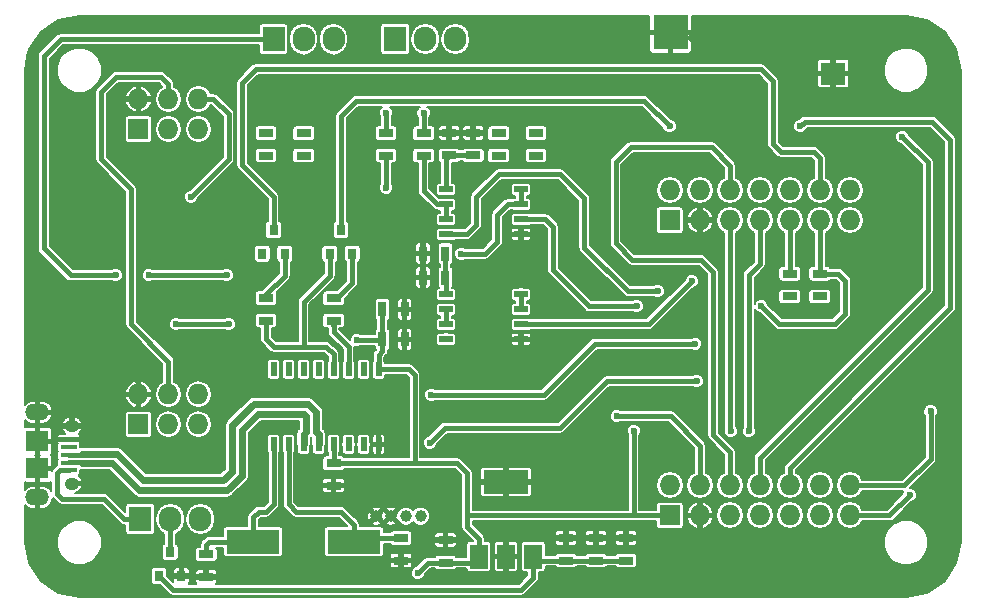
<source format=gbr>
G04 #@! TF.FileFunction,Copper,L2,Bot,Signal*
%FSLAX46Y46*%
G04 Gerber Fmt 4.6, Leading zero omitted, Abs format (unit mm)*
G04 Created by KiCad (PCBNEW 4.0.6-e0-6349~52~ubuntu17.04.1) date Sun Jul  9 19:13:44 2017*
%MOMM*%
%LPD*%
G01*
G04 APERTURE LIST*
%ADD10C,0.100000*%
%ADD11C,0.700000*%
%ADD12R,1.727200X1.727200*%
%ADD13O,1.727200X1.727200*%
%ADD14R,0.508000X1.143000*%
%ADD15R,1.300000X0.700000*%
%ADD16R,0.700000X1.300000*%
%ADD17R,1.900000X2.100000*%
%ADD18O,1.900000X2.100000*%
%ADD19R,0.800000X0.900000*%
%ADD20R,1.143000X0.508000*%
%ADD21R,3.800000X2.000000*%
%ADD22R,1.500000X2.000000*%
%ADD23R,4.500000X2.000000*%
%ADD24R,3.000000X3.000000*%
%ADD25C,1.000000*%
%ADD26R,1.350000X0.400000*%
%ADD27O,1.250000X1.050000*%
%ADD28O,2.000000X1.400000*%
%ADD29R,1.900000X1.800000*%
%ADD30R,2.100000X1.900000*%
%ADD31C,0.600000*%
%ADD32C,0.400000*%
%ADD33C,0.600000*%
%ADD34C,0.200000*%
G04 APERTURE END LIST*
D10*
D11*
X134224500Y-107179600D03*
X121270500Y-105909600D03*
X134669000Y-104665000D03*
X134669000Y-102125000D03*
X122794500Y-102353600D03*
X120254500Y-102353600D03*
X125588500Y-104639600D03*
X130668500Y-104639600D03*
X128128500Y-104639600D03*
X154227000Y-114063000D03*
X179627000Y-114063000D03*
X159307000Y-114063000D03*
X156767000Y-114063000D03*
X177087000Y-114063000D03*
X184707000Y-114063000D03*
X164387000Y-114063000D03*
X161847000Y-114063000D03*
X141527000Y-114063000D03*
X121207000Y-114063000D03*
X123747000Y-114063000D03*
X144067000Y-114063000D03*
X146607000Y-114063000D03*
X136447000Y-114063000D03*
X118667000Y-114063000D03*
X138987000Y-114063000D03*
X133907000Y-114063000D03*
X167435000Y-76471000D03*
X167498500Y-72089500D03*
X167498500Y-107649500D03*
X167498500Y-105109500D03*
X167498500Y-84789500D03*
X167498500Y-79709500D03*
X167498500Y-82249500D03*
X148512000Y-105681000D03*
X148512000Y-85361000D03*
X149020000Y-100601000D03*
X148512000Y-82821000D03*
X148512000Y-92981000D03*
X148512000Y-110761000D03*
X148512000Y-90441000D03*
X148512000Y-95521000D03*
X187247000Y-71899000D03*
X187247000Y-102379000D03*
X187247000Y-76979000D03*
X187247000Y-99839000D03*
X187247000Y-79519000D03*
X187247000Y-89679000D03*
X187247000Y-87139000D03*
X187247000Y-92219000D03*
X187247000Y-112539000D03*
X187247000Y-115079000D03*
X187247000Y-95521000D03*
X177341000Y-98569000D03*
X179881000Y-98569000D03*
X184326000Y-98569000D03*
X164641000Y-98569000D03*
X161085000Y-98569000D03*
X192581000Y-98569000D03*
X172261000Y-98569000D03*
X190041000Y-98569000D03*
X169721000Y-98569000D03*
X167435000Y-98569000D03*
X132510000Y-94505000D03*
X131621000Y-98569000D03*
X141781000Y-98569000D03*
X144321000Y-98569000D03*
X139241000Y-98569000D03*
X136701000Y-98569000D03*
X127938000Y-83329000D03*
X129843000Y-83329000D03*
X134796000Y-83329000D03*
X132891000Y-83329000D03*
X143051000Y-83329000D03*
X140511000Y-83329000D03*
X137971000Y-83329000D03*
X125271000Y-83329000D03*
X122731000Y-83329000D03*
X170610000Y-96283000D03*
X152830000Y-96283000D03*
X178230000Y-96283000D03*
X157910000Y-96283000D03*
X155370000Y-96283000D03*
X168070000Y-96283000D03*
X183310000Y-96283000D03*
X122350000Y-96283000D03*
X124890000Y-96283000D03*
X119873500Y-67390500D03*
X119873500Y-85170500D03*
X119873500Y-80090500D03*
X119873500Y-82630500D03*
X119873500Y-75010500D03*
X119873500Y-77550500D03*
X119873500Y-97870500D03*
X119873500Y-95330500D03*
X119873500Y-90250500D03*
X119873500Y-92790500D03*
X119873500Y-100410500D03*
X160894500Y-84535500D03*
X160894500Y-104855500D03*
X160894500Y-102315500D03*
X160894500Y-81995500D03*
X160894500Y-76915500D03*
X160894500Y-79455500D03*
X160894500Y-107395500D03*
X160894500Y-87075500D03*
X160894500Y-94695500D03*
X173912000Y-68470000D03*
X156132000Y-68470000D03*
X176452000Y-68470000D03*
X181532000Y-68470000D03*
X161212000Y-68470000D03*
X158672000Y-68470000D03*
X178992000Y-68470000D03*
X168832000Y-68470000D03*
X171372000Y-68470000D03*
X186612000Y-68470000D03*
X166292000Y-68470000D03*
X163752000Y-68470000D03*
X184072000Y-68470000D03*
X143432000Y-68470000D03*
X153846000Y-109872000D03*
X156386000Y-109872000D03*
X161466000Y-109872000D03*
X158926000Y-109872000D03*
X191946000Y-109872000D03*
X166546000Y-109872000D03*
X138606000Y-109872000D03*
D12*
X124476000Y-76222000D03*
D13*
X124476000Y-73682000D03*
X127016000Y-76222000D03*
X127016000Y-73682000D03*
X129556000Y-76222000D03*
X129556000Y-73682000D03*
D12*
X124476000Y-101222000D03*
D13*
X124476000Y-98682000D03*
X127016000Y-101222000D03*
X127016000Y-98682000D03*
X129556000Y-101222000D03*
X129556000Y-98682000D03*
D12*
X169476000Y-83922000D03*
D13*
X169476000Y-81382000D03*
X172016000Y-83922000D03*
X172016000Y-81382000D03*
X174556000Y-83922000D03*
X174556000Y-81382000D03*
X177096000Y-83922000D03*
X177096000Y-81382000D03*
X179636000Y-83922000D03*
X179636000Y-81382000D03*
X182176000Y-83922000D03*
X182176000Y-81382000D03*
X184716000Y-83922000D03*
X184716000Y-81382000D03*
D12*
X169476000Y-108922000D03*
D13*
X169476000Y-106382000D03*
X172016000Y-108922000D03*
X172016000Y-106382000D03*
X174556000Y-108922000D03*
X174556000Y-106382000D03*
X177096000Y-108922000D03*
X177096000Y-106382000D03*
X179636000Y-108922000D03*
X179636000Y-106382000D03*
X182176000Y-108922000D03*
X182176000Y-106382000D03*
X184716000Y-108922000D03*
X184716000Y-106382000D03*
D14*
X144811000Y-96552000D03*
X142271000Y-96552000D03*
X141001000Y-96552000D03*
X139731000Y-96552000D03*
X138461000Y-96552000D03*
X137191000Y-96552000D03*
X135921000Y-96552000D03*
X135921000Y-102902000D03*
X137191000Y-102902000D03*
X138461000Y-102902000D03*
X139731000Y-102902000D03*
X141001000Y-102902000D03*
X142271000Y-102902000D03*
X143541000Y-102902000D03*
X144811000Y-102902000D03*
X143541000Y-96552000D03*
D15*
X165766000Y-112742000D03*
X165766000Y-110842000D03*
X163226000Y-112742000D03*
X163226000Y-110842000D03*
X160686000Y-112742000D03*
X160686000Y-110842000D03*
X150495000Y-112912000D03*
X150495000Y-111012000D03*
X141001000Y-104492000D03*
X141001000Y-106392000D03*
X146716000Y-110842000D03*
X146716000Y-112742000D03*
X130224000Y-112224000D03*
X130224000Y-114124000D03*
D16*
X145131000Y-94012000D03*
X147031000Y-94012000D03*
X145131000Y-91472000D03*
X147031000Y-91472000D03*
D17*
X135921000Y-68612000D03*
D18*
X138461000Y-68612000D03*
X141001000Y-68612000D03*
D17*
X124636000Y-109237000D03*
D18*
X127176000Y-109237000D03*
X129716000Y-109237000D03*
D19*
X136871000Y-86757000D03*
X134971000Y-86757000D03*
X135921000Y-84757000D03*
X142586000Y-86757000D03*
X140686000Y-86757000D03*
X141636000Y-84757000D03*
D15*
X145446000Y-76552000D03*
X145446000Y-78452000D03*
X148621000Y-76552000D03*
X148621000Y-78452000D03*
X154971000Y-76552000D03*
X154971000Y-78452000D03*
X158146000Y-76552000D03*
X158146000Y-78452000D03*
X135286000Y-90522000D03*
X135286000Y-92422000D03*
X141001000Y-90522000D03*
X141001000Y-92422000D03*
X135286000Y-76552000D03*
X135286000Y-78452000D03*
X138461000Y-76552000D03*
X138461000Y-78452000D03*
D20*
X150526000Y-81312000D03*
X150526000Y-82582000D03*
X150526000Y-83852000D03*
X150526000Y-85122000D03*
X156876000Y-85122000D03*
X156876000Y-83852000D03*
X156876000Y-82582000D03*
X156876000Y-81312000D03*
D21*
X155606000Y-106102000D03*
D22*
X155606000Y-112402000D03*
X153306000Y-112402000D03*
X157906000Y-112402000D03*
D20*
X150526000Y-90202000D03*
X150526000Y-91472000D03*
X150526000Y-92742000D03*
X150526000Y-94012000D03*
X156876000Y-94012000D03*
X156876000Y-92742000D03*
X156876000Y-91472000D03*
X156876000Y-90202000D03*
D23*
X134211000Y-111157000D03*
X142711000Y-111157000D03*
D24*
X169545000Y-68020000D03*
D19*
X128126000Y-114047000D03*
X126226000Y-114047000D03*
X127176000Y-112047000D03*
D25*
X144635000Y-108983000D03*
X145885000Y-108983000D03*
X148385000Y-108983000D03*
X147135000Y-108983000D03*
D15*
X179627000Y-90375000D03*
X179627000Y-88475000D03*
X182167000Y-90375000D03*
X182167000Y-88475000D03*
D17*
X146226000Y-68597000D03*
D18*
X148766000Y-68597000D03*
X151306000Y-68597000D03*
D15*
X150798000Y-78437000D03*
X150798000Y-76537000D03*
D16*
X150478000Y-88790000D03*
X148578000Y-88790000D03*
D15*
X152830000Y-78437000D03*
X152830000Y-76537000D03*
D16*
X150478000Y-86758000D03*
X148578000Y-86758000D03*
D26*
X118586500Y-102495500D03*
X118586500Y-103145500D03*
X118586500Y-103795500D03*
X118586500Y-104445500D03*
D27*
X118861500Y-101370500D03*
X118861500Y-106220500D03*
D28*
X115936500Y-100195500D03*
D26*
X118586500Y-105095500D03*
D29*
X115936500Y-102645500D03*
D28*
X115936500Y-107395500D03*
D29*
X115936500Y-104945500D03*
D30*
X183310000Y-71518000D03*
D31*
X132111000Y-92742000D03*
X127666000Y-92742000D03*
X189769000Y-107220000D03*
X191547000Y-100108000D03*
X164973000Y-100532000D03*
X174625000Y-101802000D03*
X171323000Y-89102000D03*
X189152000Y-76852000D03*
X176149000Y-101802000D03*
X150526000Y-94012000D03*
X180516000Y-75963000D03*
X168451000Y-89933000D03*
X126287000Y-114063000D03*
X165735000Y-112724000D03*
X128936000Y-81947000D03*
X169449000Y-75978000D03*
X177214000Y-91203000D03*
X166673000Y-91203000D03*
X122555000Y-88594000D03*
X125349000Y-88594000D03*
X131953000Y-88594000D03*
X142975500Y-94081500D03*
X166419000Y-101744000D03*
X148131000Y-113809000D03*
X135286000Y-78452000D03*
X150526000Y-90202000D03*
X150526000Y-81312000D03*
X135286000Y-76552000D03*
X138461000Y-76552000D03*
X138479000Y-78503000D03*
X134971000Y-86757000D03*
X141001000Y-92742000D03*
X145464000Y-81170000D03*
X151814000Y-86758000D03*
X154971000Y-78452000D03*
X156876000Y-90202000D03*
X158146000Y-78452000D03*
X150526000Y-92742000D03*
X145446000Y-74835000D03*
X148621000Y-74835000D03*
X154971000Y-76552000D03*
X158146000Y-76552000D03*
X149274000Y-98696000D03*
X171626000Y-94378000D03*
X143541000Y-102902000D03*
X179627000Y-90441000D03*
X142271000Y-102902000D03*
X182167000Y-90441000D03*
X171753000Y-97553000D03*
X149147000Y-102760000D03*
D32*
X118601000Y-102490000D02*
X120216000Y-102490000D01*
X120216000Y-102490000D02*
X121158000Y-101548000D01*
X127666000Y-92742000D02*
X132111000Y-92742000D01*
X184716000Y-108922000D02*
X188067000Y-108922000D01*
X188067000Y-108922000D02*
X189769000Y-107220000D01*
X127016000Y-98682000D02*
X127016000Y-95902000D01*
X127016000Y-72407000D02*
X127016000Y-73682000D01*
X126396000Y-71787000D02*
X127016000Y-72407000D01*
X122586000Y-71787000D02*
X126396000Y-71787000D01*
X121316000Y-73057000D02*
X122586000Y-71787000D01*
X121316000Y-78772000D02*
X121316000Y-73057000D01*
X123856000Y-81312000D02*
X121316000Y-78772000D01*
X123856000Y-92742000D02*
X123856000Y-81312000D01*
X127016000Y-95902000D02*
X123856000Y-92742000D01*
X189337000Y-106382000D02*
X184716000Y-106382000D01*
X191547000Y-104172000D02*
X189337000Y-106382000D01*
X191547000Y-100108000D02*
X191547000Y-104172000D01*
X172016000Y-106382000D02*
X172016000Y-103003000D01*
X169545000Y-100532000D02*
X164973000Y-100532000D01*
X172016000Y-103003000D02*
X169545000Y-100532000D01*
X174556000Y-81382000D02*
X174556000Y-79307000D01*
X174556000Y-103564000D02*
X173132000Y-102140000D01*
X173132000Y-102140000D02*
X173132000Y-88297000D01*
X173132000Y-88297000D02*
X172116000Y-87281000D01*
X172116000Y-87281000D02*
X168814000Y-87281000D01*
X174556000Y-103564000D02*
X174556000Y-106382000D01*
X166274000Y-87281000D02*
X168814000Y-87281000D01*
X164877000Y-85884000D02*
X166274000Y-87281000D01*
X164877000Y-79026000D02*
X164877000Y-85884000D01*
X166147000Y-77756000D02*
X164877000Y-79026000D01*
X173005000Y-77756000D02*
X166147000Y-77756000D01*
X174556000Y-79307000D02*
X173005000Y-77756000D01*
X174556000Y-101733000D02*
X174556000Y-83922000D01*
X174625000Y-101802000D02*
X174556000Y-101733000D01*
X156876000Y-92742000D02*
X167683000Y-92742000D01*
X167683000Y-92742000D02*
X171323000Y-89102000D01*
X177096000Y-106382000D02*
X177096000Y-104021000D01*
X191311000Y-79011000D02*
X189152000Y-76852000D01*
X191311000Y-89806000D02*
X191311000Y-79011000D01*
X177096000Y-104021000D02*
X191311000Y-89806000D01*
X177069000Y-81355000D02*
X177096000Y-81382000D01*
X176149000Y-88594000D02*
X176149000Y-101802000D01*
X177096000Y-87647000D02*
X176149000Y-88594000D01*
X177096000Y-87647000D02*
X177096000Y-83922000D01*
X179636000Y-106382000D02*
X179636000Y-104910000D01*
X180897000Y-75582000D02*
X180516000Y-75963000D01*
X191692000Y-75582000D02*
X180897000Y-75582000D01*
X193216000Y-77106000D02*
X191692000Y-75582000D01*
X193216000Y-91330000D02*
X193216000Y-77106000D01*
X179636000Y-104910000D02*
X193216000Y-91330000D01*
X152307000Y-85122000D02*
X150526000Y-85122000D01*
X153084000Y-84345000D02*
X152307000Y-85122000D01*
X153084000Y-81932000D02*
X153084000Y-84345000D01*
X154989000Y-80027000D02*
X153084000Y-81932000D01*
X160196000Y-80027000D02*
X154989000Y-80027000D01*
X162228000Y-82059000D02*
X160196000Y-80027000D01*
X162228000Y-86250000D02*
X162228000Y-82059000D01*
X165911000Y-89933000D02*
X162228000Y-86250000D01*
X168451000Y-89933000D02*
X165911000Y-89933000D01*
X179627000Y-88475000D02*
X179627000Y-83931000D01*
X179627000Y-83931000D02*
X179636000Y-83922000D01*
X157906000Y-112402000D02*
X157906000Y-114194000D01*
X127385000Y-115206000D02*
X126226000Y-114047000D01*
X156894000Y-115206000D02*
X127385000Y-115206000D01*
X157906000Y-114194000D02*
X156894000Y-115206000D01*
X126271000Y-114047000D02*
X126287000Y-114063000D01*
X126271000Y-114047000D02*
X126226000Y-114047000D01*
X165735000Y-112724000D02*
X165753000Y-112742000D01*
X165753000Y-112742000D02*
X165766000Y-112742000D01*
X163226000Y-112742000D02*
X165766000Y-112742000D01*
X160686000Y-112742000D02*
X163226000Y-112742000D01*
X160686000Y-112742000D02*
X158246000Y-112742000D01*
X158246000Y-112742000D02*
X157906000Y-112402000D01*
X130831000Y-73682000D02*
X129556000Y-73682000D01*
X132111000Y-74962000D02*
X130831000Y-73682000D01*
X132111000Y-78772000D02*
X132111000Y-74962000D01*
X128936000Y-81947000D02*
X132111000Y-78772000D01*
X167290000Y-73819000D02*
X169449000Y-75978000D01*
X142906000Y-73819000D02*
X167290000Y-73819000D01*
X141636000Y-75089000D02*
X142906000Y-73819000D01*
X141636000Y-84757000D02*
X141636000Y-75089000D01*
X156876000Y-83852000D02*
X158941000Y-83852000D01*
X183757000Y-88475000D02*
X182167000Y-88475000D01*
X184326000Y-89044000D02*
X183757000Y-88475000D01*
X184326000Y-91838000D02*
X184326000Y-89044000D01*
X183437000Y-92727000D02*
X184326000Y-91838000D01*
X178738000Y-92727000D02*
X183437000Y-92727000D01*
X177214000Y-91203000D02*
X178738000Y-92727000D01*
X162609000Y-91203000D02*
X166673000Y-91203000D01*
X159561000Y-88155000D02*
X162609000Y-91203000D01*
X159561000Y-84472000D02*
X159561000Y-88155000D01*
X158941000Y-83852000D02*
X159561000Y-84472000D01*
X182167000Y-88475000D02*
X182167000Y-83931000D01*
X182167000Y-83931000D02*
X182176000Y-83922000D01*
X135921000Y-84757000D02*
X135921000Y-81947000D01*
X182176000Y-78672000D02*
X182176000Y-81382000D01*
X181641000Y-78137000D02*
X182176000Y-78672000D01*
X178847000Y-78137000D02*
X181641000Y-78137000D01*
X178212000Y-77502000D02*
X178847000Y-78137000D01*
X178212000Y-72168000D02*
X178212000Y-77502000D01*
X177196000Y-71152000D02*
X178212000Y-72168000D01*
X134397000Y-71152000D02*
X177196000Y-71152000D01*
X133254000Y-72295000D02*
X134397000Y-71152000D01*
X133254000Y-79280000D02*
X133254000Y-72295000D01*
X135921000Y-81947000D02*
X133254000Y-79280000D01*
X117899000Y-68612000D02*
X116459000Y-70052000D01*
X116459000Y-70052000D02*
X116459000Y-86308000D01*
X116459000Y-86308000D02*
X118745000Y-88594000D01*
X118745000Y-88594000D02*
X122555000Y-88594000D01*
X125349000Y-88594000D02*
X131953000Y-88594000D01*
X135921000Y-68612000D02*
X117899000Y-68612000D01*
X142975500Y-94081500D02*
X142976600Y-94080400D01*
X166401000Y-107442000D02*
X166401000Y-101762000D01*
X166401000Y-101762000D02*
X166419000Y-101744000D01*
X150495000Y-112912000D02*
X149028000Y-112912000D01*
X149028000Y-112912000D02*
X148131000Y-113809000D01*
X145131000Y-94012000D02*
X145131000Y-95024800D01*
X144811000Y-95344800D02*
X144811000Y-96552000D01*
X145131000Y-95024800D02*
X144811000Y-95344800D01*
X142976600Y-94080400D02*
X145062600Y-94080400D01*
X145062600Y-94080400D02*
X145131000Y-94012000D01*
X150495000Y-112912000D02*
X152796000Y-112912000D01*
X152796000Y-112912000D02*
X153306000Y-112402000D01*
X150337000Y-112894000D02*
X150355000Y-112912000D01*
X150355000Y-112912000D02*
X150495000Y-112912000D01*
X150355000Y-112912000D02*
X150495000Y-112912000D01*
X166401000Y-107442000D02*
X166401000Y-108922000D01*
X166370000Y-108839000D02*
X166370000Y-108922000D01*
X166370000Y-108891000D02*
X166370000Y-108839000D01*
X166401000Y-108922000D02*
X166370000Y-108891000D01*
X169476000Y-108922000D02*
X166370000Y-108922000D01*
X166370000Y-108922000D02*
X152304000Y-108922000D01*
X152304000Y-108922000D02*
X152273000Y-108891000D01*
X152273000Y-108891000D02*
X152273000Y-108839000D01*
X152273000Y-108839000D02*
X152304000Y-108839000D01*
X150592000Y-104492000D02*
X151481000Y-104492000D01*
X151481000Y-104492000D02*
X152304000Y-105315000D01*
X152304000Y-105315000D02*
X152304000Y-108839000D01*
X147859000Y-104492000D02*
X150592000Y-104492000D01*
X153306000Y-110889000D02*
X153306000Y-112402000D01*
X152304000Y-108839000D02*
X152304000Y-109887000D01*
X152304000Y-109887000D02*
X153306000Y-110889000D01*
X147859000Y-104492000D02*
X147859000Y-97060000D01*
X147859000Y-97060000D02*
X147351000Y-96552000D01*
X147351000Y-96552000D02*
X144811000Y-96552000D01*
X147859000Y-104492000D02*
X141001000Y-104492000D01*
X167849000Y-108922000D02*
X169476000Y-108922000D01*
X166401000Y-107442000D02*
X166401000Y-107474000D01*
X152966000Y-112742000D02*
X153306000Y-112402000D01*
X145131000Y-91472000D02*
X145131000Y-94012000D01*
X141001000Y-102902000D02*
X141001000Y-104492000D01*
X146716000Y-110842000D02*
X143026000Y-110842000D01*
X143026000Y-110842000D02*
X142711000Y-111157000D01*
X137191000Y-102902000D02*
X137191000Y-107982000D01*
X137191000Y-107982000D02*
X137826000Y-108617000D01*
X137826000Y-108617000D02*
X141636000Y-108617000D01*
X141636000Y-108617000D02*
X142711000Y-109692000D01*
X142711000Y-109692000D02*
X142711000Y-111157000D01*
X130224000Y-112224000D02*
X130224000Y-111396000D01*
X130463000Y-111157000D02*
X134211000Y-111157000D01*
X130224000Y-111396000D02*
X130463000Y-111157000D01*
X133896000Y-110842000D02*
X134211000Y-111157000D01*
X135921000Y-102902000D02*
X135921000Y-107982000D01*
X135921000Y-107982000D02*
X135286000Y-108617000D01*
X135286000Y-108617000D02*
X134651000Y-108617000D01*
X134651000Y-108617000D02*
X134211000Y-109057000D01*
X134211000Y-109057000D02*
X134211000Y-111157000D01*
X150526000Y-81312000D02*
X150526000Y-78709000D01*
X150526000Y-78709000D02*
X150798000Y-78437000D01*
X152830000Y-78437000D02*
X150798000Y-78437000D01*
X150478000Y-86758000D02*
X150478000Y-88790000D01*
X150478000Y-88790000D02*
X150526000Y-88838000D01*
X150526000Y-88838000D02*
X150526000Y-90202000D01*
X118601000Y-104440000D02*
X119615000Y-104440000D01*
D33*
X122249960Y-104494000D02*
X119669000Y-104494000D01*
X132013040Y-106805000D02*
X124560960Y-106805000D01*
X133262000Y-105556040D02*
X132013040Y-106805000D01*
X133262000Y-101656040D02*
X133262000Y-105556040D01*
X134613040Y-100305000D02*
X133262000Y-101656040D01*
X138460960Y-100305000D02*
X134613040Y-100305000D01*
X138461000Y-102044750D02*
X138461000Y-102902000D01*
X138671000Y-101834750D02*
X138671000Y-100515040D01*
X138671000Y-100515040D02*
X138460960Y-100305000D01*
X124560960Y-106805000D02*
X122249960Y-104494000D01*
X138461000Y-102044750D02*
X138671000Y-101834750D01*
D32*
X119615000Y-104440000D02*
X119669000Y-104494000D01*
X118601000Y-103790000D02*
X119586998Y-103790000D01*
D33*
X132412000Y-105203960D02*
X131660960Y-105955000D01*
X139731000Y-102044750D02*
X139731000Y-102902000D01*
X124913040Y-105955000D02*
X122651140Y-103693100D01*
X139731000Y-102044750D02*
X139521000Y-101834750D01*
X139521000Y-101834750D02*
X139521000Y-100162960D01*
X134260960Y-99455000D02*
X132412000Y-101303960D01*
X139521000Y-100162960D02*
X138813040Y-99455000D01*
X138813040Y-99455000D02*
X134260960Y-99455000D01*
X132412000Y-101303960D02*
X132412000Y-105203960D01*
X131660960Y-105955000D02*
X124913040Y-105955000D01*
X122651140Y-103693100D02*
X119683898Y-103693100D01*
D32*
X119586998Y-103790000D02*
X119683898Y-103693100D01*
X138479000Y-78503000D02*
X138461000Y-78485000D01*
X138461000Y-78485000D02*
X138461000Y-78452000D01*
X135286000Y-90522000D02*
X135286000Y-90202000D01*
X135286000Y-90202000D02*
X136871000Y-88617000D01*
X136871000Y-88617000D02*
X136871000Y-86757000D01*
X141001000Y-92422000D02*
X141001000Y-92742000D01*
X142271000Y-96552000D02*
X142271000Y-94647000D01*
X141001000Y-93377000D02*
X141001000Y-92422000D01*
X142271000Y-94647000D02*
X141001000Y-93377000D01*
X141001000Y-90522000D02*
X141316000Y-90522000D01*
X141316000Y-90522000D02*
X142586000Y-89252000D01*
X142586000Y-89252000D02*
X142586000Y-86757000D01*
X140686000Y-86757000D02*
X140686000Y-88612000D01*
X138461000Y-90837000D02*
X138461000Y-94647000D01*
X140686000Y-88612000D02*
X138461000Y-90837000D01*
X141001000Y-96552000D02*
X141001000Y-95282000D01*
X135286000Y-94012000D02*
X135286000Y-92422000D01*
X135921000Y-94647000D02*
X135286000Y-94012000D01*
X140366000Y-94647000D02*
X138461000Y-94647000D01*
X138461000Y-94647000D02*
X135921000Y-94647000D01*
X141001000Y-95282000D02*
X140366000Y-94647000D01*
X156876000Y-82582000D02*
X155736000Y-82582000D01*
X145446000Y-81152000D02*
X145446000Y-78452000D01*
X145464000Y-81170000D02*
X145446000Y-81152000D01*
X153846000Y-86758000D02*
X151814000Y-86758000D01*
X154862000Y-85742000D02*
X153846000Y-86758000D01*
X154862000Y-83456000D02*
X154862000Y-85742000D01*
X155736000Y-82582000D02*
X154862000Y-83456000D01*
X145446000Y-78518000D02*
X145446000Y-78518000D01*
X145446000Y-78518000D02*
X145446000Y-78452000D01*
X156876000Y-81312000D02*
X156876000Y-82582000D01*
X150526000Y-82582000D02*
X149764000Y-82582000D01*
X148621000Y-81439000D02*
X148621000Y-78391000D01*
X149764000Y-82582000D02*
X148621000Y-81439000D01*
X150526000Y-82582000D02*
X150526000Y-83852000D01*
X156876000Y-91472000D02*
X156876000Y-90202000D01*
X150526000Y-91472000D02*
X150526000Y-92742000D01*
X145446000Y-76552000D02*
X145446000Y-74835000D01*
X148621000Y-76552000D02*
X148621000Y-74835000D01*
X124636000Y-109237000D02*
X123302500Y-109237000D01*
X117861000Y-105090000D02*
X118601000Y-105090000D01*
X117587500Y-105363500D02*
X117861000Y-105090000D01*
X117587500Y-107078000D02*
X117587500Y-105363500D01*
X118032000Y-107522500D02*
X117587500Y-107078000D01*
X121588000Y-107522500D02*
X118032000Y-107522500D01*
X123302500Y-109237000D02*
X121588000Y-107522500D01*
X118601000Y-105090000D02*
X118251000Y-105090000D01*
X127176000Y-109237000D02*
X127176000Y-112047000D01*
X154227000Y-98696000D02*
X158799000Y-98696000D01*
X149274000Y-98696000D02*
X154227000Y-98696000D01*
X158799000Y-98696000D02*
X163117000Y-94378000D01*
X163117000Y-94378000D02*
X171626000Y-94378000D01*
X179627000Y-90375000D02*
X179627000Y-90441000D01*
X143541000Y-102996000D02*
X143541000Y-102902000D01*
X143544000Y-102902000D02*
X143541000Y-102902000D01*
X182167000Y-90375000D02*
X182167000Y-90441000D01*
X164133000Y-97553000D02*
X171753000Y-97553000D01*
X160196000Y-101490000D02*
X164133000Y-97553000D01*
X150417000Y-101490000D02*
X160196000Y-101490000D01*
X149147000Y-102760000D02*
X150417000Y-101490000D01*
D34*
G36*
X167745000Y-67795000D02*
X167820000Y-67870000D01*
X169395000Y-67870000D01*
X169395000Y-67850000D01*
X169695000Y-67850000D01*
X169695000Y-67870000D01*
X171270000Y-67870000D01*
X171345000Y-67795000D01*
X171345000Y-66597000D01*
X189439068Y-66597000D01*
X191243098Y-66955844D01*
X192741173Y-67956825D01*
X193742156Y-69454902D01*
X194101000Y-71258932D01*
X194101000Y-111185068D01*
X193742156Y-112989098D01*
X192741173Y-114487175D01*
X191243098Y-115488156D01*
X189439068Y-115847000D01*
X119512932Y-115847000D01*
X117708902Y-115488156D01*
X116210825Y-114487173D01*
X115616031Y-113597000D01*
X125520123Y-113597000D01*
X125520123Y-114497000D01*
X125541042Y-114608173D01*
X125606745Y-114710279D01*
X125706997Y-114778778D01*
X125826000Y-114802877D01*
X126274771Y-114802877D01*
X127031447Y-115559554D01*
X127128686Y-115624526D01*
X127193658Y-115667940D01*
X127385000Y-115706000D01*
X156894000Y-115706000D01*
X157085342Y-115667940D01*
X157247553Y-115559553D01*
X158259553Y-114547553D01*
X158367940Y-114385342D01*
X158375169Y-114349000D01*
X158406000Y-114194000D01*
X158406000Y-113707877D01*
X158656000Y-113707877D01*
X158767173Y-113686958D01*
X158869279Y-113621255D01*
X158937778Y-113521003D01*
X158961877Y-113402000D01*
X158961877Y-113242000D01*
X159776026Y-113242000D01*
X159816745Y-113305279D01*
X159916997Y-113373778D01*
X160036000Y-113397877D01*
X161336000Y-113397877D01*
X161447173Y-113376958D01*
X161549279Y-113311255D01*
X161596599Y-113242000D01*
X162316026Y-113242000D01*
X162356745Y-113305279D01*
X162456997Y-113373778D01*
X162576000Y-113397877D01*
X163876000Y-113397877D01*
X163987173Y-113376958D01*
X164089279Y-113311255D01*
X164136599Y-113242000D01*
X164856026Y-113242000D01*
X164896745Y-113305279D01*
X164996997Y-113373778D01*
X165116000Y-113397877D01*
X166416000Y-113397877D01*
X166527173Y-113376958D01*
X166629279Y-113311255D01*
X166697778Y-113211003D01*
X166721877Y-113092000D01*
X166721877Y-112392000D01*
X166700958Y-112280827D01*
X166635255Y-112178721D01*
X166535003Y-112110222D01*
X166416000Y-112086123D01*
X165116000Y-112086123D01*
X165004827Y-112107042D01*
X164902721Y-112172745D01*
X164855401Y-112242000D01*
X164135974Y-112242000D01*
X164095255Y-112178721D01*
X163995003Y-112110222D01*
X163876000Y-112086123D01*
X162576000Y-112086123D01*
X162464827Y-112107042D01*
X162362721Y-112172745D01*
X162315401Y-112242000D01*
X161595974Y-112242000D01*
X161555255Y-112178721D01*
X161455003Y-112110222D01*
X161336000Y-112086123D01*
X160036000Y-112086123D01*
X159924827Y-112107042D01*
X159822721Y-112172745D01*
X159775401Y-112242000D01*
X158961877Y-112242000D01*
X158961877Y-111598275D01*
X187575671Y-111598275D01*
X187864319Y-112296857D01*
X188398331Y-112831802D01*
X189096409Y-113121669D01*
X189852275Y-113122329D01*
X190550857Y-112833681D01*
X191085802Y-112299669D01*
X191375669Y-111601591D01*
X191376329Y-110845725D01*
X191087681Y-110147143D01*
X190553669Y-109612198D01*
X189855591Y-109322331D01*
X189099725Y-109321671D01*
X188401143Y-109610319D01*
X187866198Y-110144331D01*
X187576331Y-110842409D01*
X187575671Y-111598275D01*
X158961877Y-111598275D01*
X158961877Y-111402000D01*
X158940958Y-111290827D01*
X158875255Y-111188721D01*
X158775003Y-111120222D01*
X158656000Y-111096123D01*
X157156000Y-111096123D01*
X157044827Y-111117042D01*
X156942721Y-111182745D01*
X156874222Y-111282997D01*
X156850123Y-111402000D01*
X156850123Y-113402000D01*
X156871042Y-113513173D01*
X156936745Y-113615279D01*
X157036997Y-113683778D01*
X157156000Y-113707877D01*
X157406000Y-113707877D01*
X157406000Y-113986894D01*
X156686894Y-114706000D01*
X131066264Y-114706000D01*
X131128328Y-114643937D01*
X131174000Y-114533674D01*
X131174000Y-114349000D01*
X131099000Y-114274000D01*
X130374000Y-114274000D01*
X130374000Y-114294000D01*
X130074000Y-114294000D01*
X130074000Y-114274000D01*
X129349000Y-114274000D01*
X129274000Y-114349000D01*
X129274000Y-114533674D01*
X129319672Y-114643937D01*
X129381736Y-114706000D01*
X128741265Y-114706000D01*
X128780328Y-114666937D01*
X128826000Y-114556674D01*
X128826000Y-114272000D01*
X128751000Y-114197000D01*
X128276000Y-114197000D01*
X128276000Y-114217000D01*
X127976000Y-114217000D01*
X127976000Y-114197000D01*
X127501000Y-114197000D01*
X127426000Y-114272000D01*
X127426000Y-114539893D01*
X126931877Y-114045771D01*
X126931877Y-113597000D01*
X126920649Y-113537326D01*
X127426000Y-113537326D01*
X127426000Y-113822000D01*
X127501000Y-113897000D01*
X127976000Y-113897000D01*
X127976000Y-113372000D01*
X128276000Y-113372000D01*
X128276000Y-113897000D01*
X128751000Y-113897000D01*
X128826000Y-113822000D01*
X128826000Y-113714326D01*
X129274000Y-113714326D01*
X129274000Y-113899000D01*
X129349000Y-113974000D01*
X130074000Y-113974000D01*
X130074000Y-113549000D01*
X130374000Y-113549000D01*
X130374000Y-113974000D01*
X131099000Y-113974000D01*
X131174000Y-113899000D01*
X131174000Y-113714326D01*
X131128328Y-113604063D01*
X131043936Y-113519672D01*
X130933673Y-113474000D01*
X130449000Y-113474000D01*
X130374000Y-113549000D01*
X130074000Y-113549000D01*
X129999000Y-113474000D01*
X129514327Y-113474000D01*
X129404064Y-113519672D01*
X129319672Y-113604063D01*
X129274000Y-113714326D01*
X128826000Y-113714326D01*
X128826000Y-113537326D01*
X128780328Y-113427063D01*
X128695936Y-113342672D01*
X128585673Y-113297000D01*
X128351000Y-113297000D01*
X128276000Y-113372000D01*
X127976000Y-113372000D01*
X127901000Y-113297000D01*
X127666327Y-113297000D01*
X127556064Y-113342672D01*
X127471672Y-113427063D01*
X127426000Y-113537326D01*
X126920649Y-113537326D01*
X126910958Y-113485827D01*
X126845255Y-113383721D01*
X126745003Y-113315222D01*
X126626000Y-113291123D01*
X125826000Y-113291123D01*
X125714827Y-113312042D01*
X125612721Y-113377745D01*
X125544222Y-113477997D01*
X125520123Y-113597000D01*
X115616031Y-113597000D01*
X115209844Y-112989098D01*
X114933193Y-111598275D01*
X117575671Y-111598275D01*
X117864319Y-112296857D01*
X118398331Y-112831802D01*
X119096409Y-113121669D01*
X119852275Y-113122329D01*
X120228200Y-112967000D01*
X145766000Y-112967000D01*
X145766000Y-113151674D01*
X145811672Y-113261937D01*
X145896064Y-113346328D01*
X146006327Y-113392000D01*
X146491000Y-113392000D01*
X146566000Y-113317000D01*
X146566000Y-112892000D01*
X146866000Y-112892000D01*
X146866000Y-113317000D01*
X146941000Y-113392000D01*
X147425673Y-113392000D01*
X147535936Y-113346328D01*
X147620328Y-113261937D01*
X147666000Y-113151674D01*
X147666000Y-112967000D01*
X147591000Y-112892000D01*
X146866000Y-112892000D01*
X146566000Y-112892000D01*
X145841000Y-112892000D01*
X145766000Y-112967000D01*
X120228200Y-112967000D01*
X120550857Y-112833681D01*
X121085802Y-112299669D01*
X121375669Y-111601591D01*
X121376329Y-110845725D01*
X121087681Y-110147143D01*
X120553669Y-109612198D01*
X119855591Y-109322331D01*
X119099725Y-109321671D01*
X118401143Y-109610319D01*
X117866198Y-110144331D01*
X117576331Y-110842409D01*
X117575671Y-111598275D01*
X114933193Y-111598275D01*
X114851000Y-111185068D01*
X114851000Y-108021704D01*
X115115235Y-108261977D01*
X115486500Y-108395500D01*
X115786500Y-108395500D01*
X115786500Y-107545500D01*
X115766500Y-107545500D01*
X115766500Y-107245500D01*
X115786500Y-107245500D01*
X115786500Y-106395500D01*
X115486500Y-106395500D01*
X115115235Y-106529023D01*
X114851000Y-106769296D01*
X114851000Y-106114092D01*
X114926827Y-106145500D01*
X115711500Y-106145500D01*
X115786500Y-106070500D01*
X115786500Y-105095500D01*
X116086500Y-105095500D01*
X116086500Y-106070500D01*
X116161500Y-106145500D01*
X116946173Y-106145500D01*
X117056436Y-106099828D01*
X117087500Y-106068764D01*
X117087500Y-106875110D01*
X117049672Y-106794459D01*
X116757765Y-106529023D01*
X116386500Y-106395500D01*
X116086500Y-106395500D01*
X116086500Y-107245500D01*
X116106500Y-107245500D01*
X116106500Y-107545500D01*
X116086500Y-107545500D01*
X116086500Y-108395500D01*
X116386500Y-108395500D01*
X116757765Y-108261977D01*
X117049672Y-107996541D01*
X117189548Y-107698318D01*
X117149258Y-107545502D01*
X117236500Y-107545502D01*
X117236500Y-107434106D01*
X117678447Y-107876053D01*
X117840658Y-107984440D01*
X118032000Y-108022500D01*
X121380894Y-108022500D01*
X122948947Y-109590553D01*
X123111158Y-109698940D01*
X123302500Y-109737000D01*
X123380123Y-109737000D01*
X123380123Y-110287000D01*
X123401042Y-110398173D01*
X123466745Y-110500279D01*
X123566997Y-110568778D01*
X123686000Y-110592877D01*
X125586000Y-110592877D01*
X125697173Y-110571958D01*
X125799279Y-110506255D01*
X125867778Y-110406003D01*
X125891877Y-110287000D01*
X125891877Y-109110552D01*
X125926000Y-109110552D01*
X125926000Y-109363448D01*
X126021151Y-109841802D01*
X126292117Y-110247331D01*
X126676000Y-110503834D01*
X126676000Y-111309940D01*
X126664827Y-111312042D01*
X126562721Y-111377745D01*
X126494222Y-111477997D01*
X126470123Y-111597000D01*
X126470123Y-112497000D01*
X126491042Y-112608173D01*
X126556745Y-112710279D01*
X126656997Y-112778778D01*
X126776000Y-112802877D01*
X127576000Y-112802877D01*
X127687173Y-112781958D01*
X127789279Y-112716255D01*
X127857778Y-112616003D01*
X127881877Y-112497000D01*
X127881877Y-111874000D01*
X129268123Y-111874000D01*
X129268123Y-112574000D01*
X129289042Y-112685173D01*
X129354745Y-112787279D01*
X129454997Y-112855778D01*
X129574000Y-112879877D01*
X130874000Y-112879877D01*
X130985173Y-112858958D01*
X131087279Y-112793255D01*
X131155778Y-112693003D01*
X131179877Y-112574000D01*
X131179877Y-111874000D01*
X131158958Y-111762827D01*
X131093255Y-111660721D01*
X131087809Y-111657000D01*
X131655123Y-111657000D01*
X131655123Y-112157000D01*
X131676042Y-112268173D01*
X131741745Y-112370279D01*
X131841997Y-112438778D01*
X131961000Y-112462877D01*
X136461000Y-112462877D01*
X136572173Y-112441958D01*
X136674279Y-112376255D01*
X136742778Y-112276003D01*
X136766877Y-112157000D01*
X136766877Y-110157000D01*
X136745958Y-110045827D01*
X136680255Y-109943721D01*
X136580003Y-109875222D01*
X136461000Y-109851123D01*
X134711000Y-109851123D01*
X134711000Y-109264106D01*
X134858106Y-109117000D01*
X135286000Y-109117000D01*
X135477342Y-109078940D01*
X135639553Y-108970553D01*
X136274554Y-108335553D01*
X136371014Y-108191190D01*
X136382940Y-108173342D01*
X136421000Y-107982000D01*
X136421000Y-103644866D01*
X136456778Y-103592503D01*
X136480877Y-103473500D01*
X136480877Y-102330500D01*
X136631123Y-102330500D01*
X136631123Y-103473500D01*
X136652042Y-103584673D01*
X136691000Y-103645216D01*
X136691000Y-107982000D01*
X136717853Y-108117000D01*
X136729060Y-108173342D01*
X136837447Y-108335553D01*
X137472447Y-108970554D01*
X137561927Y-109030342D01*
X137634658Y-109078940D01*
X137826000Y-109117000D01*
X141428894Y-109117000D01*
X142163016Y-109851123D01*
X140461000Y-109851123D01*
X140349827Y-109872042D01*
X140247721Y-109937745D01*
X140179222Y-110037997D01*
X140155123Y-110157000D01*
X140155123Y-112157000D01*
X140176042Y-112268173D01*
X140241745Y-112370279D01*
X140341997Y-112438778D01*
X140461000Y-112462877D01*
X144961000Y-112462877D01*
X145072173Y-112441958D01*
X145174279Y-112376255D01*
X145204294Y-112332326D01*
X145766000Y-112332326D01*
X145766000Y-112517000D01*
X145841000Y-112592000D01*
X146566000Y-112592000D01*
X146566000Y-112167000D01*
X146866000Y-112167000D01*
X146866000Y-112592000D01*
X147591000Y-112592000D01*
X147666000Y-112517000D01*
X147666000Y-112332326D01*
X147620328Y-112222063D01*
X147535936Y-112137672D01*
X147425673Y-112092000D01*
X146941000Y-112092000D01*
X146866000Y-112167000D01*
X146566000Y-112167000D01*
X146491000Y-112092000D01*
X146006327Y-112092000D01*
X145896064Y-112137672D01*
X145811672Y-112222063D01*
X145766000Y-112332326D01*
X145204294Y-112332326D01*
X145242778Y-112276003D01*
X145266877Y-112157000D01*
X145266877Y-111342000D01*
X145806026Y-111342000D01*
X145846745Y-111405279D01*
X145946997Y-111473778D01*
X146066000Y-111497877D01*
X147366000Y-111497877D01*
X147477173Y-111476958D01*
X147579279Y-111411255D01*
X147647778Y-111311003D01*
X147662764Y-111237000D01*
X149545000Y-111237000D01*
X149545000Y-111421674D01*
X149590672Y-111531937D01*
X149675064Y-111616328D01*
X149785327Y-111662000D01*
X150270000Y-111662000D01*
X150345000Y-111587000D01*
X150345000Y-111162000D01*
X150645000Y-111162000D01*
X150645000Y-111587000D01*
X150720000Y-111662000D01*
X151204673Y-111662000D01*
X151314936Y-111616328D01*
X151399328Y-111531937D01*
X151445000Y-111421674D01*
X151445000Y-111237000D01*
X151370000Y-111162000D01*
X150645000Y-111162000D01*
X150345000Y-111162000D01*
X149620000Y-111162000D01*
X149545000Y-111237000D01*
X147662764Y-111237000D01*
X147671877Y-111192000D01*
X147671877Y-110602326D01*
X149545000Y-110602326D01*
X149545000Y-110787000D01*
X149620000Y-110862000D01*
X150345000Y-110862000D01*
X150345000Y-110437000D01*
X150645000Y-110437000D01*
X150645000Y-110862000D01*
X151370000Y-110862000D01*
X151445000Y-110787000D01*
X151445000Y-110602326D01*
X151399328Y-110492063D01*
X151314936Y-110407672D01*
X151204673Y-110362000D01*
X150720000Y-110362000D01*
X150645000Y-110437000D01*
X150345000Y-110437000D01*
X150270000Y-110362000D01*
X149785327Y-110362000D01*
X149675064Y-110407672D01*
X149590672Y-110492063D01*
X149545000Y-110602326D01*
X147671877Y-110602326D01*
X147671877Y-110492000D01*
X147650958Y-110380827D01*
X147585255Y-110278721D01*
X147485003Y-110210222D01*
X147366000Y-110186123D01*
X146066000Y-110186123D01*
X145954827Y-110207042D01*
X145852721Y-110272745D01*
X145805401Y-110342000D01*
X145266877Y-110342000D01*
X145266877Y-110157000D01*
X145245958Y-110045827D01*
X145180255Y-109943721D01*
X145080003Y-109875222D01*
X144961000Y-109851123D01*
X143211000Y-109851123D01*
X143211000Y-109692000D01*
X143193088Y-109601948D01*
X144228184Y-109601948D01*
X144285088Y-109719807D01*
X144593687Y-109797626D01*
X144908576Y-109751426D01*
X144984912Y-109719807D01*
X145041816Y-109601948D01*
X145478184Y-109601948D01*
X145535088Y-109719807D01*
X145843687Y-109797626D01*
X146158576Y-109751426D01*
X146234912Y-109719807D01*
X146291816Y-109601948D01*
X145885000Y-109195132D01*
X145478184Y-109601948D01*
X145041816Y-109601948D01*
X144635000Y-109195132D01*
X144228184Y-109601948D01*
X143193088Y-109601948D01*
X143172940Y-109500658D01*
X143112733Y-109410553D01*
X143064554Y-109338447D01*
X142667794Y-108941687D01*
X143820374Y-108941687D01*
X143866574Y-109256576D01*
X143898193Y-109332912D01*
X144016052Y-109389816D01*
X144422868Y-108983000D01*
X144847132Y-108983000D01*
X145115863Y-109251731D01*
X145116574Y-109256576D01*
X145148193Y-109332912D01*
X145242648Y-109378516D01*
X145253948Y-109389816D01*
X145260000Y-109386894D01*
X145266052Y-109389816D01*
X145277352Y-109378516D01*
X145371807Y-109332912D01*
X145388280Y-109267588D01*
X145672868Y-108983000D01*
X146097132Y-108983000D01*
X146390697Y-109276565D01*
X146456397Y-109435572D01*
X146681245Y-109660812D01*
X146975172Y-109782861D01*
X147293432Y-109783139D01*
X147587572Y-109661603D01*
X147760103Y-109489372D01*
X147931245Y-109660812D01*
X148225172Y-109782861D01*
X148543432Y-109783139D01*
X148837572Y-109661603D01*
X149062812Y-109436755D01*
X149184861Y-109142828D01*
X149185139Y-108824568D01*
X149063603Y-108530428D01*
X148838755Y-108305188D01*
X148544828Y-108183139D01*
X148226568Y-108182861D01*
X147932428Y-108304397D01*
X147759897Y-108476628D01*
X147588755Y-108305188D01*
X147294828Y-108183139D01*
X146976568Y-108182861D01*
X146682428Y-108304397D01*
X146457188Y-108529245D01*
X146390653Y-108689479D01*
X146097132Y-108983000D01*
X145672868Y-108983000D01*
X145404137Y-108714269D01*
X145403426Y-108709424D01*
X145371807Y-108633088D01*
X145277352Y-108587484D01*
X145266052Y-108576184D01*
X145260000Y-108579106D01*
X145253948Y-108576184D01*
X145242648Y-108587484D01*
X145148193Y-108633088D01*
X145131720Y-108698412D01*
X144847132Y-108983000D01*
X144422868Y-108983000D01*
X144016052Y-108576184D01*
X143898193Y-108633088D01*
X143820374Y-108941687D01*
X142667794Y-108941687D01*
X142090159Y-108364052D01*
X144228184Y-108364052D01*
X144635000Y-108770868D01*
X145041816Y-108364052D01*
X145478184Y-108364052D01*
X145885000Y-108770868D01*
X146291816Y-108364052D01*
X146234912Y-108246193D01*
X145926313Y-108168374D01*
X145611424Y-108214574D01*
X145535088Y-108246193D01*
X145478184Y-108364052D01*
X145041816Y-108364052D01*
X144984912Y-108246193D01*
X144676313Y-108168374D01*
X144361424Y-108214574D01*
X144285088Y-108246193D01*
X144228184Y-108364052D01*
X142090159Y-108364052D01*
X141989553Y-108263447D01*
X141827342Y-108155060D01*
X141636000Y-108117000D01*
X138033107Y-108117000D01*
X137691000Y-107774894D01*
X137691000Y-106617000D01*
X140051000Y-106617000D01*
X140051000Y-106801674D01*
X140096672Y-106911937D01*
X140181064Y-106996328D01*
X140291327Y-107042000D01*
X140776000Y-107042000D01*
X140851000Y-106967000D01*
X140851000Y-106542000D01*
X141151000Y-106542000D01*
X141151000Y-106967000D01*
X141226000Y-107042000D01*
X141710673Y-107042000D01*
X141820936Y-106996328D01*
X141905328Y-106911937D01*
X141951000Y-106801674D01*
X141951000Y-106617000D01*
X141876000Y-106542000D01*
X141151000Y-106542000D01*
X140851000Y-106542000D01*
X140126000Y-106542000D01*
X140051000Y-106617000D01*
X137691000Y-106617000D01*
X137691000Y-105982326D01*
X140051000Y-105982326D01*
X140051000Y-106167000D01*
X140126000Y-106242000D01*
X140851000Y-106242000D01*
X140851000Y-105817000D01*
X141151000Y-105817000D01*
X141151000Y-106242000D01*
X141876000Y-106242000D01*
X141951000Y-106167000D01*
X141951000Y-105982326D01*
X141905328Y-105872063D01*
X141820936Y-105787672D01*
X141710673Y-105742000D01*
X141226000Y-105742000D01*
X141151000Y-105817000D01*
X140851000Y-105817000D01*
X140776000Y-105742000D01*
X140291327Y-105742000D01*
X140181064Y-105787672D01*
X140096672Y-105872063D01*
X140051000Y-105982326D01*
X137691000Y-105982326D01*
X137691000Y-103644866D01*
X137726778Y-103592503D01*
X137750877Y-103473500D01*
X137750877Y-102330500D01*
X137729958Y-102219327D01*
X137664255Y-102117221D01*
X137564003Y-102048722D01*
X137445000Y-102024623D01*
X136937000Y-102024623D01*
X136825827Y-102045542D01*
X136723721Y-102111245D01*
X136655222Y-102211497D01*
X136631123Y-102330500D01*
X136480877Y-102330500D01*
X136459958Y-102219327D01*
X136394255Y-102117221D01*
X136294003Y-102048722D01*
X136175000Y-102024623D01*
X135667000Y-102024623D01*
X135555827Y-102045542D01*
X135453721Y-102111245D01*
X135385222Y-102211497D01*
X135361123Y-102330500D01*
X135361123Y-103473500D01*
X135382042Y-103584673D01*
X135421000Y-103645216D01*
X135421000Y-107774893D01*
X135078894Y-108117000D01*
X134651000Y-108117000D01*
X134459658Y-108155060D01*
X134297447Y-108263447D01*
X133857447Y-108703447D01*
X133749060Y-108865658D01*
X133711000Y-109057000D01*
X133711000Y-109851123D01*
X131961000Y-109851123D01*
X131849827Y-109872042D01*
X131747721Y-109937745D01*
X131679222Y-110037997D01*
X131655123Y-110157000D01*
X131655123Y-110657000D01*
X130463000Y-110657000D01*
X130287042Y-110692000D01*
X130271658Y-110695060D01*
X130109447Y-110803447D01*
X129870447Y-111042447D01*
X129762060Y-111204658D01*
X129724000Y-111396000D01*
X129724000Y-111568123D01*
X129574000Y-111568123D01*
X129462827Y-111589042D01*
X129360721Y-111654745D01*
X129292222Y-111754997D01*
X129268123Y-111874000D01*
X127881877Y-111874000D01*
X127881877Y-111597000D01*
X127860958Y-111485827D01*
X127795255Y-111383721D01*
X127695003Y-111315222D01*
X127676000Y-111311374D01*
X127676000Y-110503834D01*
X128059883Y-110247331D01*
X128330849Y-109841802D01*
X128426000Y-109363448D01*
X128426000Y-109110552D01*
X128466000Y-109110552D01*
X128466000Y-109363448D01*
X128561151Y-109841802D01*
X128832117Y-110247331D01*
X129237646Y-110518297D01*
X129716000Y-110613448D01*
X130194354Y-110518297D01*
X130599883Y-110247331D01*
X130870849Y-109841802D01*
X130966000Y-109363448D01*
X130966000Y-109110552D01*
X130870849Y-108632198D01*
X130599883Y-108226669D01*
X130194354Y-107955703D01*
X129716000Y-107860552D01*
X129237646Y-107955703D01*
X128832117Y-108226669D01*
X128561151Y-108632198D01*
X128466000Y-109110552D01*
X128426000Y-109110552D01*
X128330849Y-108632198D01*
X128059883Y-108226669D01*
X127654354Y-107955703D01*
X127176000Y-107860552D01*
X126697646Y-107955703D01*
X126292117Y-108226669D01*
X126021151Y-108632198D01*
X125926000Y-109110552D01*
X125891877Y-109110552D01*
X125891877Y-108187000D01*
X125870958Y-108075827D01*
X125805255Y-107973721D01*
X125705003Y-107905222D01*
X125586000Y-107881123D01*
X123686000Y-107881123D01*
X123574827Y-107902042D01*
X123472721Y-107967745D01*
X123404222Y-108067997D01*
X123380123Y-108187000D01*
X123380123Y-108607517D01*
X121941553Y-107168947D01*
X121779342Y-107060560D01*
X121588000Y-107022500D01*
X119140427Y-107022500D01*
X119432815Y-106893923D01*
X119654646Y-106662297D01*
X119739296Y-106495561D01*
X119696347Y-106370500D01*
X119011500Y-106370500D01*
X119011500Y-106390500D01*
X118711500Y-106390500D01*
X118711500Y-106370500D01*
X118691500Y-106370500D01*
X118691500Y-106070500D01*
X118711500Y-106070500D01*
X118711500Y-106050500D01*
X119011500Y-106050500D01*
X119011500Y-106070500D01*
X119696347Y-106070500D01*
X119739296Y-105945439D01*
X119654646Y-105778703D01*
X119432815Y-105547077D01*
X119427905Y-105544918D01*
X119474779Y-105514755D01*
X119543278Y-105414503D01*
X119567377Y-105295500D01*
X119567377Y-105073786D01*
X119669000Y-105094000D01*
X122001432Y-105094000D01*
X124136696Y-107229264D01*
X124331350Y-107359328D01*
X124560960Y-107405000D01*
X132013040Y-107405000D01*
X132242650Y-107359328D01*
X132437304Y-107229264D01*
X133686264Y-105980304D01*
X133816328Y-105785650D01*
X133862000Y-105556040D01*
X133862000Y-101904568D01*
X134861568Y-100905000D01*
X138071000Y-100905000D01*
X138071000Y-101586222D01*
X138036736Y-101620486D01*
X137906672Y-101815140D01*
X137861000Y-102044750D01*
X137861000Y-102902000D01*
X137901123Y-103103713D01*
X137901123Y-103473500D01*
X137922042Y-103584673D01*
X137987745Y-103686779D01*
X138087997Y-103755278D01*
X138207000Y-103779377D01*
X138715000Y-103779377D01*
X138826173Y-103758458D01*
X138928279Y-103692755D01*
X138996778Y-103592503D01*
X139020877Y-103473500D01*
X139020877Y-103103713D01*
X139061000Y-102902000D01*
X139061000Y-102293278D01*
X139095264Y-102259014D01*
X139096000Y-102257913D01*
X139096736Y-102259014D01*
X139131000Y-102293278D01*
X139131000Y-102902000D01*
X139171123Y-103103713D01*
X139171123Y-103473500D01*
X139192042Y-103584673D01*
X139257745Y-103686779D01*
X139357997Y-103755278D01*
X139477000Y-103779377D01*
X139985000Y-103779377D01*
X140096173Y-103758458D01*
X140198279Y-103692755D01*
X140266778Y-103592503D01*
X140290877Y-103473500D01*
X140290877Y-103103713D01*
X140331000Y-102902000D01*
X140331000Y-102044750D01*
X140285328Y-101815140D01*
X140155264Y-101620486D01*
X140121000Y-101586222D01*
X140121000Y-100162960D01*
X140075328Y-99933350D01*
X139945264Y-99738696D01*
X139237304Y-99030736D01*
X139042650Y-98900672D01*
X138813040Y-98855000D01*
X134260960Y-98855000D01*
X134031349Y-98900672D01*
X133836696Y-99030736D01*
X131987736Y-100879696D01*
X131857672Y-101074350D01*
X131812000Y-101303960D01*
X131812000Y-104955432D01*
X131412432Y-105355000D01*
X125161568Y-105355000D01*
X123075404Y-103268836D01*
X122880750Y-103138772D01*
X122651140Y-103093100D01*
X119683898Y-103093100D01*
X119567377Y-103116277D01*
X119567377Y-102945500D01*
X119546458Y-102834327D01*
X119535663Y-102817551D01*
X119561500Y-102755174D01*
X119561500Y-102670500D01*
X119486500Y-102595500D01*
X118736500Y-102595500D01*
X118736500Y-102639623D01*
X118436500Y-102639623D01*
X118436500Y-102595500D01*
X117686500Y-102595500D01*
X117611500Y-102670500D01*
X117611500Y-102755174D01*
X117636770Y-102816182D01*
X117629722Y-102826497D01*
X117605623Y-102945500D01*
X117605623Y-103345500D01*
X117626542Y-103456673D01*
X117634654Y-103469279D01*
X117629722Y-103476497D01*
X117605623Y-103595500D01*
X117605623Y-103995500D01*
X117626542Y-104106673D01*
X117634654Y-104119279D01*
X117629722Y-104126497D01*
X117605623Y-104245500D01*
X117605623Y-104645500D01*
X117609860Y-104668016D01*
X117507446Y-104736447D01*
X117233947Y-105009947D01*
X117150633Y-105134633D01*
X117111500Y-105095500D01*
X116086500Y-105095500D01*
X115786500Y-105095500D01*
X115766500Y-105095500D01*
X115766500Y-104795500D01*
X115786500Y-104795500D01*
X115786500Y-103820500D01*
X115761500Y-103795500D01*
X115786500Y-103770500D01*
X115786500Y-102795500D01*
X116086500Y-102795500D01*
X116086500Y-103770500D01*
X116111500Y-103795500D01*
X116086500Y-103820500D01*
X116086500Y-104795500D01*
X117111500Y-104795500D01*
X117186500Y-104720500D01*
X117186500Y-103985826D01*
X117140828Y-103875563D01*
X117060764Y-103795500D01*
X117140828Y-103715437D01*
X117186500Y-103605174D01*
X117186500Y-102870500D01*
X117111500Y-102795500D01*
X116086500Y-102795500D01*
X115786500Y-102795500D01*
X115766500Y-102795500D01*
X115766500Y-102495500D01*
X115786500Y-102495500D01*
X115786500Y-101520500D01*
X116086500Y-101520500D01*
X116086500Y-102495500D01*
X117111500Y-102495500D01*
X117186500Y-102420500D01*
X117186500Y-102235826D01*
X117611500Y-102235826D01*
X117611500Y-102320500D01*
X117686500Y-102395500D01*
X118436500Y-102395500D01*
X118436500Y-102325500D01*
X118736500Y-102325500D01*
X118736500Y-102395500D01*
X119486500Y-102395500D01*
X119561500Y-102320500D01*
X119561500Y-102235826D01*
X119515828Y-102125563D01*
X119433486Y-102043222D01*
X119654646Y-101812297D01*
X119739296Y-101645561D01*
X119696347Y-101520500D01*
X119011500Y-101520500D01*
X119011500Y-101540500D01*
X118711500Y-101540500D01*
X118711500Y-101520500D01*
X118026653Y-101520500D01*
X117983704Y-101645561D01*
X118068354Y-101812297D01*
X118243810Y-101995500D01*
X117851827Y-101995500D01*
X117741564Y-102041172D01*
X117657172Y-102125563D01*
X117611500Y-102235826D01*
X117186500Y-102235826D01*
X117186500Y-101685826D01*
X117140828Y-101575563D01*
X117056436Y-101491172D01*
X116946173Y-101445500D01*
X116161500Y-101445500D01*
X116086500Y-101520500D01*
X115786500Y-101520500D01*
X115711500Y-101445500D01*
X114926827Y-101445500D01*
X114851000Y-101476908D01*
X114851000Y-100821704D01*
X115115235Y-101061977D01*
X115486500Y-101195500D01*
X115786500Y-101195500D01*
X115786500Y-100345500D01*
X116086500Y-100345500D01*
X116086500Y-101195500D01*
X116386500Y-101195500D01*
X116664722Y-101095439D01*
X117983704Y-101095439D01*
X118026653Y-101220500D01*
X118711500Y-101220500D01*
X118711500Y-100625051D01*
X119011500Y-100625051D01*
X119011500Y-101220500D01*
X119696347Y-101220500D01*
X119739296Y-101095439D01*
X119654646Y-100928703D01*
X119432815Y-100697077D01*
X119139231Y-100567974D01*
X119011500Y-100625051D01*
X118711500Y-100625051D01*
X118583769Y-100567974D01*
X118290185Y-100697077D01*
X118068354Y-100928703D01*
X117983704Y-101095439D01*
X116664722Y-101095439D01*
X116757765Y-101061977D01*
X117049672Y-100796541D01*
X117189548Y-100498318D01*
X117152659Y-100358400D01*
X123306523Y-100358400D01*
X123306523Y-102085600D01*
X123327442Y-102196773D01*
X123393145Y-102298879D01*
X123493397Y-102367378D01*
X123612400Y-102391477D01*
X125339600Y-102391477D01*
X125450773Y-102370558D01*
X125552879Y-102304855D01*
X125621378Y-102204603D01*
X125645477Y-102085600D01*
X125645477Y-101199204D01*
X125852400Y-101199204D01*
X125852400Y-101244796D01*
X125940974Y-101690086D01*
X126193211Y-102067585D01*
X126570710Y-102319822D01*
X127016000Y-102408396D01*
X127461290Y-102319822D01*
X127838789Y-102067585D01*
X128091026Y-101690086D01*
X128179600Y-101244796D01*
X128179600Y-101199204D01*
X128392400Y-101199204D01*
X128392400Y-101244796D01*
X128480974Y-101690086D01*
X128733211Y-102067585D01*
X129110710Y-102319822D01*
X129556000Y-102408396D01*
X130001290Y-102319822D01*
X130378789Y-102067585D01*
X130631026Y-101690086D01*
X130719600Y-101244796D01*
X130719600Y-101199204D01*
X130631026Y-100753914D01*
X130378789Y-100376415D01*
X130001290Y-100124178D01*
X129556000Y-100035604D01*
X129110710Y-100124178D01*
X128733211Y-100376415D01*
X128480974Y-100753914D01*
X128392400Y-101199204D01*
X128179600Y-101199204D01*
X128091026Y-100753914D01*
X127838789Y-100376415D01*
X127461290Y-100124178D01*
X127016000Y-100035604D01*
X126570710Y-100124178D01*
X126193211Y-100376415D01*
X125940974Y-100753914D01*
X125852400Y-101199204D01*
X125645477Y-101199204D01*
X125645477Y-100358400D01*
X125624558Y-100247227D01*
X125558855Y-100145121D01*
X125458603Y-100076622D01*
X125339600Y-100052523D01*
X123612400Y-100052523D01*
X123501227Y-100073442D01*
X123399121Y-100139145D01*
X123330622Y-100239397D01*
X123306523Y-100358400D01*
X117152659Y-100358400D01*
X117149257Y-100345500D01*
X116086500Y-100345500D01*
X115786500Y-100345500D01*
X115766500Y-100345500D01*
X115766500Y-100045500D01*
X115786500Y-100045500D01*
X115786500Y-99195500D01*
X116086500Y-99195500D01*
X116086500Y-100045500D01*
X117149257Y-100045500D01*
X117189548Y-99892682D01*
X117049672Y-99594459D01*
X116757765Y-99329023D01*
X116386500Y-99195500D01*
X116086500Y-99195500D01*
X115786500Y-99195500D01*
X115486500Y-99195500D01*
X115115235Y-99329023D01*
X114851000Y-99569296D01*
X114851000Y-99010664D01*
X123359766Y-99010664D01*
X123570509Y-99412810D01*
X123919104Y-99703697D01*
X124147338Y-99798220D01*
X124326000Y-99760216D01*
X124326000Y-98832000D01*
X124626000Y-98832000D01*
X124626000Y-99760216D01*
X124804662Y-99798220D01*
X125032896Y-99703697D01*
X125381491Y-99412810D01*
X125592234Y-99010664D01*
X125554906Y-98832000D01*
X124626000Y-98832000D01*
X124326000Y-98832000D01*
X123397094Y-98832000D01*
X123359766Y-99010664D01*
X114851000Y-99010664D01*
X114851000Y-98353336D01*
X123359766Y-98353336D01*
X123397094Y-98532000D01*
X124326000Y-98532000D01*
X124326000Y-97603784D01*
X124626000Y-97603784D01*
X124626000Y-98532000D01*
X125554906Y-98532000D01*
X125592234Y-98353336D01*
X125381491Y-97951190D01*
X125032896Y-97660303D01*
X124804662Y-97565780D01*
X124626000Y-97603784D01*
X124326000Y-97603784D01*
X124147338Y-97565780D01*
X123919104Y-97660303D01*
X123570509Y-97951190D01*
X123359766Y-98353336D01*
X114851000Y-98353336D01*
X114851000Y-71258932D01*
X115091073Y-70052000D01*
X115959000Y-70052000D01*
X115959000Y-86308000D01*
X115980994Y-86418571D01*
X115997060Y-86499342D01*
X116105447Y-86661553D01*
X118391446Y-88947553D01*
X118527227Y-89038279D01*
X118553658Y-89055940D01*
X118745000Y-89094000D01*
X122206339Y-89094000D01*
X122214683Y-89102359D01*
X122435129Y-89193896D01*
X122673824Y-89194104D01*
X122894429Y-89102952D01*
X123063359Y-88934317D01*
X123154896Y-88713871D01*
X123155104Y-88475176D01*
X123063952Y-88254571D01*
X122895317Y-88085641D01*
X122674871Y-87994104D01*
X122436176Y-87993896D01*
X122215571Y-88085048D01*
X122206603Y-88094000D01*
X118952107Y-88094000D01*
X116959000Y-86100894D01*
X116959000Y-71598275D01*
X117575671Y-71598275D01*
X117864319Y-72296857D01*
X118398331Y-72831802D01*
X119096409Y-73121669D01*
X119852275Y-73122329D01*
X120010383Y-73057000D01*
X120816000Y-73057000D01*
X120816000Y-78772000D01*
X120852092Y-78953446D01*
X120854060Y-78963342D01*
X120962447Y-79125553D01*
X123356000Y-81519107D01*
X123356000Y-92742000D01*
X123390424Y-92915060D01*
X123394060Y-92933342D01*
X123502447Y-93095553D01*
X126516000Y-96109106D01*
X126516000Y-97620734D01*
X126193211Y-97836415D01*
X125940974Y-98213914D01*
X125852400Y-98659204D01*
X125852400Y-98704796D01*
X125940974Y-99150086D01*
X126193211Y-99527585D01*
X126570710Y-99779822D01*
X127016000Y-99868396D01*
X127461290Y-99779822D01*
X127838789Y-99527585D01*
X128091026Y-99150086D01*
X128179600Y-98704796D01*
X128179600Y-98659204D01*
X128392400Y-98659204D01*
X128392400Y-98704796D01*
X128480974Y-99150086D01*
X128733211Y-99527585D01*
X129110710Y-99779822D01*
X129556000Y-99868396D01*
X130001290Y-99779822D01*
X130378789Y-99527585D01*
X130631026Y-99150086D01*
X130719600Y-98704796D01*
X130719600Y-98659204D01*
X130631026Y-98213914D01*
X130378789Y-97836415D01*
X130001290Y-97584178D01*
X129556000Y-97495604D01*
X129110710Y-97584178D01*
X128733211Y-97836415D01*
X128480974Y-98213914D01*
X128392400Y-98659204D01*
X128179600Y-98659204D01*
X128091026Y-98213914D01*
X127838789Y-97836415D01*
X127516000Y-97620734D01*
X127516000Y-95980500D01*
X135361123Y-95980500D01*
X135361123Y-97123500D01*
X135382042Y-97234673D01*
X135447745Y-97336779D01*
X135547997Y-97405278D01*
X135667000Y-97429377D01*
X136175000Y-97429377D01*
X136286173Y-97408458D01*
X136388279Y-97342755D01*
X136456778Y-97242503D01*
X136480877Y-97123500D01*
X136480877Y-95980500D01*
X136631123Y-95980500D01*
X136631123Y-97123500D01*
X136652042Y-97234673D01*
X136717745Y-97336779D01*
X136817997Y-97405278D01*
X136937000Y-97429377D01*
X137445000Y-97429377D01*
X137556173Y-97408458D01*
X137658279Y-97342755D01*
X137726778Y-97242503D01*
X137750877Y-97123500D01*
X137750877Y-95980500D01*
X137901123Y-95980500D01*
X137901123Y-97123500D01*
X137922042Y-97234673D01*
X137987745Y-97336779D01*
X138087997Y-97405278D01*
X138207000Y-97429377D01*
X138715000Y-97429377D01*
X138826173Y-97408458D01*
X138928279Y-97342755D01*
X138996778Y-97242503D01*
X139020877Y-97123500D01*
X139020877Y-95980500D01*
X139171123Y-95980500D01*
X139171123Y-97123500D01*
X139192042Y-97234673D01*
X139257745Y-97336779D01*
X139357997Y-97405278D01*
X139477000Y-97429377D01*
X139985000Y-97429377D01*
X140096173Y-97408458D01*
X140198279Y-97342755D01*
X140266778Y-97242503D01*
X140290877Y-97123500D01*
X140290877Y-95980500D01*
X140269958Y-95869327D01*
X140204255Y-95767221D01*
X140104003Y-95698722D01*
X139985000Y-95674623D01*
X139477000Y-95674623D01*
X139365827Y-95695542D01*
X139263721Y-95761245D01*
X139195222Y-95861497D01*
X139171123Y-95980500D01*
X139020877Y-95980500D01*
X138999958Y-95869327D01*
X138934255Y-95767221D01*
X138834003Y-95698722D01*
X138715000Y-95674623D01*
X138207000Y-95674623D01*
X138095827Y-95695542D01*
X137993721Y-95761245D01*
X137925222Y-95861497D01*
X137901123Y-95980500D01*
X137750877Y-95980500D01*
X137729958Y-95869327D01*
X137664255Y-95767221D01*
X137564003Y-95698722D01*
X137445000Y-95674623D01*
X136937000Y-95674623D01*
X136825827Y-95695542D01*
X136723721Y-95761245D01*
X136655222Y-95861497D01*
X136631123Y-95980500D01*
X136480877Y-95980500D01*
X136459958Y-95869327D01*
X136394255Y-95767221D01*
X136294003Y-95698722D01*
X136175000Y-95674623D01*
X135667000Y-95674623D01*
X135555827Y-95695542D01*
X135453721Y-95761245D01*
X135385222Y-95861497D01*
X135361123Y-95980500D01*
X127516000Y-95980500D01*
X127516000Y-95902000D01*
X127477940Y-95710658D01*
X127369553Y-95548447D01*
X124681930Y-92860824D01*
X127065896Y-92860824D01*
X127157048Y-93081429D01*
X127325683Y-93250359D01*
X127546129Y-93341896D01*
X127784824Y-93342104D01*
X128005429Y-93250952D01*
X128014397Y-93242000D01*
X131762339Y-93242000D01*
X131770683Y-93250359D01*
X131991129Y-93341896D01*
X132229824Y-93342104D01*
X132450429Y-93250952D01*
X132619359Y-93082317D01*
X132710896Y-92861871D01*
X132711104Y-92623176D01*
X132619952Y-92402571D01*
X132451317Y-92233641D01*
X132230871Y-92142104D01*
X131992176Y-92141896D01*
X131771571Y-92233048D01*
X131762603Y-92242000D01*
X128014661Y-92242000D01*
X128006317Y-92233641D01*
X127785871Y-92142104D01*
X127547176Y-92141896D01*
X127326571Y-92233048D01*
X127157641Y-92401683D01*
X127066104Y-92622129D01*
X127065896Y-92860824D01*
X124681930Y-92860824D01*
X124356000Y-92534894D01*
X124356000Y-92072000D01*
X134330123Y-92072000D01*
X134330123Y-92772000D01*
X134351042Y-92883173D01*
X134416745Y-92985279D01*
X134516997Y-93053778D01*
X134636000Y-93077877D01*
X134786000Y-93077877D01*
X134786000Y-94012000D01*
X134809844Y-94131871D01*
X134824060Y-94203342D01*
X134932447Y-94365553D01*
X135567447Y-95000554D01*
X135664686Y-95065526D01*
X135729658Y-95108940D01*
X135921000Y-95147000D01*
X140158894Y-95147000D01*
X140501000Y-95489107D01*
X140501000Y-95809134D01*
X140465222Y-95861497D01*
X140441123Y-95980500D01*
X140441123Y-97123500D01*
X140462042Y-97234673D01*
X140527745Y-97336779D01*
X140627997Y-97405278D01*
X140747000Y-97429377D01*
X141255000Y-97429377D01*
X141366173Y-97408458D01*
X141468279Y-97342755D01*
X141536778Y-97242503D01*
X141560877Y-97123500D01*
X141560877Y-95980500D01*
X141539958Y-95869327D01*
X141501000Y-95808784D01*
X141501000Y-95282000D01*
X141462940Y-95090658D01*
X141396515Y-94991247D01*
X141354554Y-94928447D01*
X140719553Y-94293447D01*
X140557342Y-94185060D01*
X140366000Y-94147000D01*
X138961000Y-94147000D01*
X138961000Y-92072000D01*
X140045123Y-92072000D01*
X140045123Y-92772000D01*
X140066042Y-92883173D01*
X140131745Y-92985279D01*
X140231997Y-93053778D01*
X140351000Y-93077877D01*
X140490580Y-93077877D01*
X140492048Y-93081429D01*
X140501000Y-93090397D01*
X140501000Y-93377000D01*
X140527853Y-93512000D01*
X140539060Y-93568342D01*
X140647447Y-93730553D01*
X141771000Y-94854107D01*
X141771000Y-95809134D01*
X141735222Y-95861497D01*
X141711123Y-95980500D01*
X141711123Y-97123500D01*
X141732042Y-97234673D01*
X141797745Y-97336779D01*
X141897997Y-97405278D01*
X142017000Y-97429377D01*
X142525000Y-97429377D01*
X142636173Y-97408458D01*
X142738279Y-97342755D01*
X142806778Y-97242503D01*
X142830877Y-97123500D01*
X142830877Y-95980500D01*
X142981123Y-95980500D01*
X142981123Y-97123500D01*
X143002042Y-97234673D01*
X143067745Y-97336779D01*
X143167997Y-97405278D01*
X143287000Y-97429377D01*
X143795000Y-97429377D01*
X143906173Y-97408458D01*
X144008279Y-97342755D01*
X144076778Y-97242503D01*
X144100877Y-97123500D01*
X144100877Y-95980500D01*
X144079958Y-95869327D01*
X144014255Y-95767221D01*
X143914003Y-95698722D01*
X143795000Y-95674623D01*
X143287000Y-95674623D01*
X143175827Y-95695542D01*
X143073721Y-95761245D01*
X143005222Y-95861497D01*
X142981123Y-95980500D01*
X142830877Y-95980500D01*
X142809958Y-95869327D01*
X142771000Y-95808784D01*
X142771000Y-94647000D01*
X142770838Y-94646188D01*
X142855629Y-94681396D01*
X143094324Y-94681604D01*
X143314929Y-94590452D01*
X143324999Y-94580400D01*
X144475123Y-94580400D01*
X144475123Y-94662000D01*
X144496042Y-94773173D01*
X144561745Y-94875279D01*
X144568678Y-94880016D01*
X144457447Y-94991247D01*
X144349060Y-95153458D01*
X144311000Y-95344800D01*
X144311000Y-95809134D01*
X144275222Y-95861497D01*
X144251123Y-95980500D01*
X144251123Y-97123500D01*
X144272042Y-97234673D01*
X144337745Y-97336779D01*
X144437997Y-97405278D01*
X144557000Y-97429377D01*
X145065000Y-97429377D01*
X145176173Y-97408458D01*
X145278279Y-97342755D01*
X145346778Y-97242503D01*
X145370877Y-97123500D01*
X145370877Y-97052000D01*
X147143894Y-97052000D01*
X147359000Y-97267107D01*
X147359000Y-103992000D01*
X141910974Y-103992000D01*
X141870255Y-103928721D01*
X141770003Y-103860222D01*
X141651000Y-103836123D01*
X141501000Y-103836123D01*
X141501000Y-103644866D01*
X141536778Y-103592503D01*
X141560877Y-103473500D01*
X141560877Y-103020824D01*
X141670896Y-103020824D01*
X141711123Y-103118181D01*
X141711123Y-103473500D01*
X141732042Y-103584673D01*
X141797745Y-103686779D01*
X141897997Y-103755278D01*
X142017000Y-103779377D01*
X142525000Y-103779377D01*
X142636173Y-103758458D01*
X142738279Y-103692755D01*
X142806778Y-103592503D01*
X142830877Y-103473500D01*
X142830877Y-103118248D01*
X142870896Y-103021871D01*
X142870896Y-103020824D01*
X142940896Y-103020824D01*
X142981123Y-103118181D01*
X142981123Y-103473500D01*
X143002042Y-103584673D01*
X143067745Y-103686779D01*
X143167997Y-103755278D01*
X143287000Y-103779377D01*
X143795000Y-103779377D01*
X143906173Y-103758458D01*
X144008279Y-103692755D01*
X144076778Y-103592503D01*
X144100877Y-103473500D01*
X144100877Y-103127000D01*
X144257000Y-103127000D01*
X144257000Y-103533173D01*
X144302672Y-103643436D01*
X144387063Y-103727828D01*
X144497326Y-103773500D01*
X144609000Y-103773500D01*
X144684000Y-103698500D01*
X144684000Y-103052000D01*
X144938000Y-103052000D01*
X144938000Y-103698500D01*
X145013000Y-103773500D01*
X145124674Y-103773500D01*
X145234937Y-103727828D01*
X145319328Y-103643436D01*
X145365000Y-103533173D01*
X145365000Y-103127000D01*
X145290000Y-103052000D01*
X144938000Y-103052000D01*
X144684000Y-103052000D01*
X144332000Y-103052000D01*
X144257000Y-103127000D01*
X144100877Y-103127000D01*
X144100877Y-103118248D01*
X144140896Y-103021871D01*
X144141104Y-102783176D01*
X144100877Y-102685819D01*
X144100877Y-102330500D01*
X144089649Y-102270827D01*
X144257000Y-102270827D01*
X144257000Y-102677000D01*
X144332000Y-102752000D01*
X144684000Y-102752000D01*
X144684000Y-102105500D01*
X144938000Y-102105500D01*
X144938000Y-102752000D01*
X145290000Y-102752000D01*
X145365000Y-102677000D01*
X145365000Y-102270827D01*
X145319328Y-102160564D01*
X145234937Y-102076172D01*
X145124674Y-102030500D01*
X145013000Y-102030500D01*
X144938000Y-102105500D01*
X144684000Y-102105500D01*
X144609000Y-102030500D01*
X144497326Y-102030500D01*
X144387063Y-102076172D01*
X144302672Y-102160564D01*
X144257000Y-102270827D01*
X144089649Y-102270827D01*
X144079958Y-102219327D01*
X144014255Y-102117221D01*
X143914003Y-102048722D01*
X143795000Y-102024623D01*
X143287000Y-102024623D01*
X143175827Y-102045542D01*
X143073721Y-102111245D01*
X143005222Y-102211497D01*
X142981123Y-102330500D01*
X142981123Y-102685752D01*
X142941104Y-102782129D01*
X142940896Y-103020824D01*
X142870896Y-103020824D01*
X142871104Y-102783176D01*
X142830877Y-102685819D01*
X142830877Y-102330500D01*
X142809958Y-102219327D01*
X142744255Y-102117221D01*
X142644003Y-102048722D01*
X142525000Y-102024623D01*
X142017000Y-102024623D01*
X141905827Y-102045542D01*
X141803721Y-102111245D01*
X141735222Y-102211497D01*
X141711123Y-102330500D01*
X141711123Y-102685752D01*
X141671104Y-102782129D01*
X141670896Y-103020824D01*
X141560877Y-103020824D01*
X141560877Y-102330500D01*
X141539958Y-102219327D01*
X141474255Y-102117221D01*
X141374003Y-102048722D01*
X141255000Y-102024623D01*
X140747000Y-102024623D01*
X140635827Y-102045542D01*
X140533721Y-102111245D01*
X140465222Y-102211497D01*
X140441123Y-102330500D01*
X140441123Y-103473500D01*
X140462042Y-103584673D01*
X140501000Y-103645216D01*
X140501000Y-103836123D01*
X140351000Y-103836123D01*
X140239827Y-103857042D01*
X140137721Y-103922745D01*
X140069222Y-104022997D01*
X140045123Y-104142000D01*
X140045123Y-104842000D01*
X140066042Y-104953173D01*
X140131745Y-105055279D01*
X140231997Y-105123778D01*
X140351000Y-105147877D01*
X141651000Y-105147877D01*
X141762173Y-105126958D01*
X141864279Y-105061255D01*
X141911599Y-104992000D01*
X151273894Y-104992000D01*
X151804000Y-105522107D01*
X151804000Y-108683151D01*
X151773000Y-108839000D01*
X151773000Y-108891000D01*
X151800717Y-109030342D01*
X151804000Y-109046848D01*
X151804000Y-109887000D01*
X151839879Y-110067378D01*
X151842060Y-110078342D01*
X151950447Y-110240553D01*
X152806000Y-111096106D01*
X152806000Y-111096123D01*
X152556000Y-111096123D01*
X152444827Y-111117042D01*
X152342721Y-111182745D01*
X152274222Y-111282997D01*
X152250123Y-111402000D01*
X152250123Y-112412000D01*
X151404974Y-112412000D01*
X151364255Y-112348721D01*
X151264003Y-112280222D01*
X151145000Y-112256123D01*
X149845000Y-112256123D01*
X149733827Y-112277042D01*
X149631721Y-112342745D01*
X149584401Y-112412000D01*
X149028000Y-112412000D01*
X148836658Y-112450060D01*
X148771686Y-112493474D01*
X148674447Y-112558446D01*
X148023987Y-113208906D01*
X148012176Y-113208896D01*
X147791571Y-113300048D01*
X147622641Y-113468683D01*
X147531104Y-113689129D01*
X147530896Y-113927824D01*
X147622048Y-114148429D01*
X147790683Y-114317359D01*
X148011129Y-114408896D01*
X148249824Y-114409104D01*
X148470429Y-114317952D01*
X148639359Y-114149317D01*
X148730896Y-113928871D01*
X148730907Y-113916199D01*
X149235107Y-113412000D01*
X149585026Y-113412000D01*
X149625745Y-113475279D01*
X149725997Y-113543778D01*
X149845000Y-113567877D01*
X151145000Y-113567877D01*
X151256173Y-113546958D01*
X151358279Y-113481255D01*
X151405599Y-113412000D01*
X152252005Y-113412000D01*
X152271042Y-113513173D01*
X152336745Y-113615279D01*
X152436997Y-113683778D01*
X152556000Y-113707877D01*
X154056000Y-113707877D01*
X154167173Y-113686958D01*
X154269279Y-113621255D01*
X154337778Y-113521003D01*
X154361877Y-113402000D01*
X154361877Y-112627000D01*
X154556000Y-112627000D01*
X154556000Y-113461674D01*
X154601672Y-113571937D01*
X154686064Y-113656328D01*
X154796327Y-113702000D01*
X155381000Y-113702000D01*
X155456000Y-113627000D01*
X155456000Y-112552000D01*
X155756000Y-112552000D01*
X155756000Y-113627000D01*
X155831000Y-113702000D01*
X156415673Y-113702000D01*
X156525936Y-113656328D01*
X156610328Y-113571937D01*
X156656000Y-113461674D01*
X156656000Y-112627000D01*
X156581000Y-112552000D01*
X155756000Y-112552000D01*
X155456000Y-112552000D01*
X154631000Y-112552000D01*
X154556000Y-112627000D01*
X154361877Y-112627000D01*
X154361877Y-111402000D01*
X154350649Y-111342326D01*
X154556000Y-111342326D01*
X154556000Y-112177000D01*
X154631000Y-112252000D01*
X155456000Y-112252000D01*
X155456000Y-111177000D01*
X155756000Y-111177000D01*
X155756000Y-112252000D01*
X156581000Y-112252000D01*
X156656000Y-112177000D01*
X156656000Y-111342326D01*
X156610328Y-111232063D01*
X156525936Y-111147672D01*
X156415673Y-111102000D01*
X155831000Y-111102000D01*
X155756000Y-111177000D01*
X155456000Y-111177000D01*
X155381000Y-111102000D01*
X154796327Y-111102000D01*
X154686064Y-111147672D01*
X154601672Y-111232063D01*
X154556000Y-111342326D01*
X154350649Y-111342326D01*
X154340958Y-111290827D01*
X154275255Y-111188721D01*
X154175003Y-111120222D01*
X154056000Y-111096123D01*
X153806000Y-111096123D01*
X153806000Y-111067000D01*
X159736000Y-111067000D01*
X159736000Y-111251674D01*
X159781672Y-111361937D01*
X159866064Y-111446328D01*
X159976327Y-111492000D01*
X160461000Y-111492000D01*
X160536000Y-111417000D01*
X160536000Y-110992000D01*
X160836000Y-110992000D01*
X160836000Y-111417000D01*
X160911000Y-111492000D01*
X161395673Y-111492000D01*
X161505936Y-111446328D01*
X161590328Y-111361937D01*
X161636000Y-111251674D01*
X161636000Y-111067000D01*
X162276000Y-111067000D01*
X162276000Y-111251674D01*
X162321672Y-111361937D01*
X162406064Y-111446328D01*
X162516327Y-111492000D01*
X163001000Y-111492000D01*
X163076000Y-111417000D01*
X163076000Y-110992000D01*
X163376000Y-110992000D01*
X163376000Y-111417000D01*
X163451000Y-111492000D01*
X163935673Y-111492000D01*
X164045936Y-111446328D01*
X164130328Y-111361937D01*
X164176000Y-111251674D01*
X164176000Y-111067000D01*
X164816000Y-111067000D01*
X164816000Y-111251674D01*
X164861672Y-111361937D01*
X164946064Y-111446328D01*
X165056327Y-111492000D01*
X165541000Y-111492000D01*
X165616000Y-111417000D01*
X165616000Y-110992000D01*
X165916000Y-110992000D01*
X165916000Y-111417000D01*
X165991000Y-111492000D01*
X166475673Y-111492000D01*
X166585936Y-111446328D01*
X166670328Y-111361937D01*
X166716000Y-111251674D01*
X166716000Y-111067000D01*
X166641000Y-110992000D01*
X165916000Y-110992000D01*
X165616000Y-110992000D01*
X164891000Y-110992000D01*
X164816000Y-111067000D01*
X164176000Y-111067000D01*
X164101000Y-110992000D01*
X163376000Y-110992000D01*
X163076000Y-110992000D01*
X162351000Y-110992000D01*
X162276000Y-111067000D01*
X161636000Y-111067000D01*
X161561000Y-110992000D01*
X160836000Y-110992000D01*
X160536000Y-110992000D01*
X159811000Y-110992000D01*
X159736000Y-111067000D01*
X153806000Y-111067000D01*
X153806000Y-110889000D01*
X153767940Y-110697658D01*
X153659553Y-110535447D01*
X153556432Y-110432326D01*
X159736000Y-110432326D01*
X159736000Y-110617000D01*
X159811000Y-110692000D01*
X160536000Y-110692000D01*
X160536000Y-110267000D01*
X160836000Y-110267000D01*
X160836000Y-110692000D01*
X161561000Y-110692000D01*
X161636000Y-110617000D01*
X161636000Y-110432326D01*
X162276000Y-110432326D01*
X162276000Y-110617000D01*
X162351000Y-110692000D01*
X163076000Y-110692000D01*
X163076000Y-110267000D01*
X163376000Y-110267000D01*
X163376000Y-110692000D01*
X164101000Y-110692000D01*
X164176000Y-110617000D01*
X164176000Y-110432326D01*
X164816000Y-110432326D01*
X164816000Y-110617000D01*
X164891000Y-110692000D01*
X165616000Y-110692000D01*
X165616000Y-110267000D01*
X165916000Y-110267000D01*
X165916000Y-110692000D01*
X166641000Y-110692000D01*
X166716000Y-110617000D01*
X166716000Y-110432326D01*
X166670328Y-110322063D01*
X166585936Y-110237672D01*
X166475673Y-110192000D01*
X165991000Y-110192000D01*
X165916000Y-110267000D01*
X165616000Y-110267000D01*
X165541000Y-110192000D01*
X165056327Y-110192000D01*
X164946064Y-110237672D01*
X164861672Y-110322063D01*
X164816000Y-110432326D01*
X164176000Y-110432326D01*
X164130328Y-110322063D01*
X164045936Y-110237672D01*
X163935673Y-110192000D01*
X163451000Y-110192000D01*
X163376000Y-110267000D01*
X163076000Y-110267000D01*
X163001000Y-110192000D01*
X162516327Y-110192000D01*
X162406064Y-110237672D01*
X162321672Y-110322063D01*
X162276000Y-110432326D01*
X161636000Y-110432326D01*
X161590328Y-110322063D01*
X161505936Y-110237672D01*
X161395673Y-110192000D01*
X160911000Y-110192000D01*
X160836000Y-110267000D01*
X160536000Y-110267000D01*
X160461000Y-110192000D01*
X159976327Y-110192000D01*
X159866064Y-110237672D01*
X159781672Y-110322063D01*
X159736000Y-110432326D01*
X153556432Y-110432326D01*
X152804000Y-109679894D01*
X152804000Y-109422000D01*
X168306523Y-109422000D01*
X168306523Y-109785600D01*
X168327442Y-109896773D01*
X168393145Y-109998879D01*
X168493397Y-110067378D01*
X168612400Y-110091477D01*
X170339600Y-110091477D01*
X170450773Y-110070558D01*
X170552879Y-110004855D01*
X170621378Y-109904603D01*
X170645477Y-109785600D01*
X170645477Y-109250664D01*
X170899766Y-109250664D01*
X171110509Y-109652810D01*
X171459104Y-109943697D01*
X171687338Y-110038220D01*
X171866000Y-110000216D01*
X171866000Y-109072000D01*
X172166000Y-109072000D01*
X172166000Y-110000216D01*
X172344662Y-110038220D01*
X172572896Y-109943697D01*
X172921491Y-109652810D01*
X173132234Y-109250664D01*
X173094906Y-109072000D01*
X172166000Y-109072000D01*
X171866000Y-109072000D01*
X170937094Y-109072000D01*
X170899766Y-109250664D01*
X170645477Y-109250664D01*
X170645477Y-108899204D01*
X173392400Y-108899204D01*
X173392400Y-108944796D01*
X173480974Y-109390086D01*
X173733211Y-109767585D01*
X174110710Y-110019822D01*
X174556000Y-110108396D01*
X175001290Y-110019822D01*
X175378789Y-109767585D01*
X175631026Y-109390086D01*
X175719600Y-108944796D01*
X175719600Y-108899204D01*
X175932400Y-108899204D01*
X175932400Y-108944796D01*
X176020974Y-109390086D01*
X176273211Y-109767585D01*
X176650710Y-110019822D01*
X177096000Y-110108396D01*
X177541290Y-110019822D01*
X177918789Y-109767585D01*
X178171026Y-109390086D01*
X178259600Y-108944796D01*
X178259600Y-108899204D01*
X178472400Y-108899204D01*
X178472400Y-108944796D01*
X178560974Y-109390086D01*
X178813211Y-109767585D01*
X179190710Y-110019822D01*
X179636000Y-110108396D01*
X180081290Y-110019822D01*
X180458789Y-109767585D01*
X180711026Y-109390086D01*
X180799600Y-108944796D01*
X180799600Y-108899204D01*
X181012400Y-108899204D01*
X181012400Y-108944796D01*
X181100974Y-109390086D01*
X181353211Y-109767585D01*
X181730710Y-110019822D01*
X182176000Y-110108396D01*
X182621290Y-110019822D01*
X182998789Y-109767585D01*
X183251026Y-109390086D01*
X183339600Y-108944796D01*
X183339600Y-108899204D01*
X183251026Y-108453914D01*
X182998789Y-108076415D01*
X182621290Y-107824178D01*
X182176000Y-107735604D01*
X181730710Y-107824178D01*
X181353211Y-108076415D01*
X181100974Y-108453914D01*
X181012400Y-108899204D01*
X180799600Y-108899204D01*
X180711026Y-108453914D01*
X180458789Y-108076415D01*
X180081290Y-107824178D01*
X179636000Y-107735604D01*
X179190710Y-107824178D01*
X178813211Y-108076415D01*
X178560974Y-108453914D01*
X178472400Y-108899204D01*
X178259600Y-108899204D01*
X178171026Y-108453914D01*
X177918789Y-108076415D01*
X177541290Y-107824178D01*
X177096000Y-107735604D01*
X176650710Y-107824178D01*
X176273211Y-108076415D01*
X176020974Y-108453914D01*
X175932400Y-108899204D01*
X175719600Y-108899204D01*
X175631026Y-108453914D01*
X175378789Y-108076415D01*
X175001290Y-107824178D01*
X174556000Y-107735604D01*
X174110710Y-107824178D01*
X173733211Y-108076415D01*
X173480974Y-108453914D01*
X173392400Y-108899204D01*
X170645477Y-108899204D01*
X170645477Y-108593336D01*
X170899766Y-108593336D01*
X170937094Y-108772000D01*
X171866000Y-108772000D01*
X171866000Y-107843784D01*
X172166000Y-107843784D01*
X172166000Y-108772000D01*
X173094906Y-108772000D01*
X173132234Y-108593336D01*
X172921491Y-108191190D01*
X172572896Y-107900303D01*
X172344662Y-107805780D01*
X172166000Y-107843784D01*
X171866000Y-107843784D01*
X171687338Y-107805780D01*
X171459104Y-107900303D01*
X171110509Y-108191190D01*
X170899766Y-108593336D01*
X170645477Y-108593336D01*
X170645477Y-108058400D01*
X170624558Y-107947227D01*
X170558855Y-107845121D01*
X170458603Y-107776622D01*
X170339600Y-107752523D01*
X168612400Y-107752523D01*
X168501227Y-107773442D01*
X168399121Y-107839145D01*
X168330622Y-107939397D01*
X168306523Y-108058400D01*
X168306523Y-108422000D01*
X166901000Y-108422000D01*
X166901000Y-106359204D01*
X168312400Y-106359204D01*
X168312400Y-106404796D01*
X168400974Y-106850086D01*
X168653211Y-107227585D01*
X169030710Y-107479822D01*
X169476000Y-107568396D01*
X169921290Y-107479822D01*
X170298789Y-107227585D01*
X170551026Y-106850086D01*
X170639600Y-106404796D01*
X170639600Y-106359204D01*
X170551026Y-105913914D01*
X170298789Y-105536415D01*
X169921290Y-105284178D01*
X169476000Y-105195604D01*
X169030710Y-105284178D01*
X168653211Y-105536415D01*
X168400974Y-105913914D01*
X168312400Y-106359204D01*
X166901000Y-106359204D01*
X166901000Y-102110630D01*
X166927359Y-102084317D01*
X167018896Y-101863871D01*
X167019104Y-101625176D01*
X166927952Y-101404571D01*
X166759317Y-101235641D01*
X166538871Y-101144104D01*
X166300176Y-101143896D01*
X166079571Y-101235048D01*
X165910641Y-101403683D01*
X165819104Y-101624129D01*
X165818896Y-101862824D01*
X165901000Y-102061531D01*
X165901000Y-108422000D01*
X152804000Y-108422000D01*
X152804000Y-106327000D01*
X153406000Y-106327000D01*
X153406000Y-107161674D01*
X153451672Y-107271937D01*
X153536064Y-107356328D01*
X153646327Y-107402000D01*
X155381000Y-107402000D01*
X155456000Y-107327000D01*
X155456000Y-106252000D01*
X155756000Y-106252000D01*
X155756000Y-107327000D01*
X155831000Y-107402000D01*
X157565673Y-107402000D01*
X157675936Y-107356328D01*
X157760328Y-107271937D01*
X157806000Y-107161674D01*
X157806000Y-106327000D01*
X157731000Y-106252000D01*
X155756000Y-106252000D01*
X155456000Y-106252000D01*
X153481000Y-106252000D01*
X153406000Y-106327000D01*
X152804000Y-106327000D01*
X152804000Y-105315000D01*
X152765940Y-105123658D01*
X152743450Y-105090000D01*
X152711596Y-105042326D01*
X153406000Y-105042326D01*
X153406000Y-105877000D01*
X153481000Y-105952000D01*
X155456000Y-105952000D01*
X155456000Y-104877000D01*
X155756000Y-104877000D01*
X155756000Y-105952000D01*
X157731000Y-105952000D01*
X157806000Y-105877000D01*
X157806000Y-105042326D01*
X157760328Y-104932063D01*
X157675936Y-104847672D01*
X157565673Y-104802000D01*
X155831000Y-104802000D01*
X155756000Y-104877000D01*
X155456000Y-104877000D01*
X155381000Y-104802000D01*
X153646327Y-104802000D01*
X153536064Y-104847672D01*
X153451672Y-104932063D01*
X153406000Y-105042326D01*
X152711596Y-105042326D01*
X152657554Y-104961447D01*
X151834553Y-104138447D01*
X151672342Y-104030060D01*
X151481000Y-103992000D01*
X148359000Y-103992000D01*
X148359000Y-102878824D01*
X148546896Y-102878824D01*
X148638048Y-103099429D01*
X148806683Y-103268359D01*
X149027129Y-103359896D01*
X149265824Y-103360104D01*
X149486429Y-103268952D01*
X149655359Y-103100317D01*
X149746896Y-102879871D01*
X149746907Y-102867199D01*
X150624107Y-101990000D01*
X160196000Y-101990000D01*
X160387342Y-101951940D01*
X160549553Y-101843553D01*
X161742282Y-100650824D01*
X164372896Y-100650824D01*
X164464048Y-100871429D01*
X164632683Y-101040359D01*
X164853129Y-101131896D01*
X165091824Y-101132104D01*
X165312429Y-101040952D01*
X165321397Y-101032000D01*
X169337894Y-101032000D01*
X171516000Y-103210107D01*
X171516000Y-105320734D01*
X171193211Y-105536415D01*
X170940974Y-105913914D01*
X170852400Y-106359204D01*
X170852400Y-106404796D01*
X170940974Y-106850086D01*
X171193211Y-107227585D01*
X171570710Y-107479822D01*
X172016000Y-107568396D01*
X172461290Y-107479822D01*
X172838789Y-107227585D01*
X173091026Y-106850086D01*
X173179600Y-106404796D01*
X173179600Y-106359204D01*
X173091026Y-105913914D01*
X172838789Y-105536415D01*
X172516000Y-105320734D01*
X172516000Y-103003000D01*
X172477940Y-102811658D01*
X172434526Y-102746686D01*
X172369554Y-102649447D01*
X169898553Y-100178447D01*
X169736342Y-100070060D01*
X169545000Y-100032000D01*
X165321661Y-100032000D01*
X165313317Y-100023641D01*
X165092871Y-99932104D01*
X164854176Y-99931896D01*
X164633571Y-100023048D01*
X164464641Y-100191683D01*
X164373104Y-100412129D01*
X164372896Y-100650824D01*
X161742282Y-100650824D01*
X164340107Y-98053000D01*
X171404339Y-98053000D01*
X171412683Y-98061359D01*
X171633129Y-98152896D01*
X171871824Y-98153104D01*
X172092429Y-98061952D01*
X172261359Y-97893317D01*
X172352896Y-97672871D01*
X172353104Y-97434176D01*
X172261952Y-97213571D01*
X172093317Y-97044641D01*
X171872871Y-96953104D01*
X171634176Y-96952896D01*
X171413571Y-97044048D01*
X171404603Y-97053000D01*
X164133000Y-97053000D01*
X163941658Y-97091060D01*
X163779447Y-97199446D01*
X159988894Y-100990000D01*
X150417000Y-100990000D01*
X150225658Y-101028060D01*
X150063446Y-101136447D01*
X149039988Y-102159906D01*
X149028176Y-102159896D01*
X148807571Y-102251048D01*
X148638641Y-102419683D01*
X148547104Y-102640129D01*
X148546896Y-102878824D01*
X148359000Y-102878824D01*
X148359000Y-98814824D01*
X148673896Y-98814824D01*
X148765048Y-99035429D01*
X148933683Y-99204359D01*
X149154129Y-99295896D01*
X149392824Y-99296104D01*
X149613429Y-99204952D01*
X149622397Y-99196000D01*
X158799000Y-99196000D01*
X158990342Y-99157940D01*
X159152553Y-99049553D01*
X163324107Y-94878000D01*
X171277339Y-94878000D01*
X171285683Y-94886359D01*
X171506129Y-94977896D01*
X171744824Y-94978104D01*
X171965429Y-94886952D01*
X172134359Y-94718317D01*
X172225896Y-94497871D01*
X172226104Y-94259176D01*
X172134952Y-94038571D01*
X171966317Y-93869641D01*
X171745871Y-93778104D01*
X171507176Y-93777896D01*
X171286571Y-93869048D01*
X171277603Y-93878000D01*
X163117000Y-93878000D01*
X162925658Y-93916060D01*
X162763446Y-94024447D01*
X158591894Y-98196000D01*
X149622661Y-98196000D01*
X149614317Y-98187641D01*
X149393871Y-98096104D01*
X149155176Y-98095896D01*
X148934571Y-98187048D01*
X148765641Y-98355683D01*
X148674104Y-98576129D01*
X148673896Y-98814824D01*
X148359000Y-98814824D01*
X148359000Y-97060000D01*
X148320940Y-96868658D01*
X148237206Y-96743342D01*
X148212553Y-96706446D01*
X147704553Y-96198447D01*
X147542342Y-96090060D01*
X147351000Y-96052000D01*
X145370877Y-96052000D01*
X145370877Y-95980500D01*
X145349958Y-95869327D01*
X145311000Y-95808784D01*
X145311000Y-95551906D01*
X145484553Y-95378354D01*
X145592940Y-95216142D01*
X145631000Y-95024800D01*
X145631000Y-94921974D01*
X145694279Y-94881255D01*
X145762778Y-94781003D01*
X145786877Y-94662000D01*
X145786877Y-94237000D01*
X146381000Y-94237000D01*
X146381000Y-94721673D01*
X146426672Y-94831936D01*
X146511063Y-94916328D01*
X146621326Y-94962000D01*
X146806000Y-94962000D01*
X146881000Y-94887000D01*
X146881000Y-94162000D01*
X147181000Y-94162000D01*
X147181000Y-94887000D01*
X147256000Y-94962000D01*
X147440674Y-94962000D01*
X147550937Y-94916328D01*
X147635328Y-94831936D01*
X147681000Y-94721673D01*
X147681000Y-94237000D01*
X147606000Y-94162000D01*
X147181000Y-94162000D01*
X146881000Y-94162000D01*
X146456000Y-94162000D01*
X146381000Y-94237000D01*
X145786877Y-94237000D01*
X145786877Y-93362000D01*
X145775649Y-93302327D01*
X146381000Y-93302327D01*
X146381000Y-93787000D01*
X146456000Y-93862000D01*
X146881000Y-93862000D01*
X146881000Y-93137000D01*
X147181000Y-93137000D01*
X147181000Y-93862000D01*
X147606000Y-93862000D01*
X147681000Y-93787000D01*
X147681000Y-93758000D01*
X149648623Y-93758000D01*
X149648623Y-94266000D01*
X149669542Y-94377173D01*
X149735245Y-94479279D01*
X149835497Y-94547778D01*
X149954500Y-94571877D01*
X150309752Y-94571877D01*
X150406129Y-94611896D01*
X150644824Y-94612104D01*
X150742181Y-94571877D01*
X151097500Y-94571877D01*
X151208673Y-94550958D01*
X151310779Y-94485255D01*
X151379278Y-94385003D01*
X151403377Y-94266000D01*
X151403377Y-94214000D01*
X156004500Y-94214000D01*
X156004500Y-94325674D01*
X156050172Y-94435937D01*
X156134564Y-94520328D01*
X156244827Y-94566000D01*
X156651000Y-94566000D01*
X156726000Y-94491000D01*
X156726000Y-94139000D01*
X157026000Y-94139000D01*
X157026000Y-94491000D01*
X157101000Y-94566000D01*
X157507173Y-94566000D01*
X157617436Y-94520328D01*
X157701828Y-94435937D01*
X157747500Y-94325674D01*
X157747500Y-94214000D01*
X157672500Y-94139000D01*
X157026000Y-94139000D01*
X156726000Y-94139000D01*
X156079500Y-94139000D01*
X156004500Y-94214000D01*
X151403377Y-94214000D01*
X151403377Y-93758000D01*
X151392149Y-93698326D01*
X156004500Y-93698326D01*
X156004500Y-93810000D01*
X156079500Y-93885000D01*
X156726000Y-93885000D01*
X156726000Y-93533000D01*
X157026000Y-93533000D01*
X157026000Y-93885000D01*
X157672500Y-93885000D01*
X157747500Y-93810000D01*
X157747500Y-93698326D01*
X157701828Y-93588063D01*
X157617436Y-93503672D01*
X157507173Y-93458000D01*
X157101000Y-93458000D01*
X157026000Y-93533000D01*
X156726000Y-93533000D01*
X156651000Y-93458000D01*
X156244827Y-93458000D01*
X156134564Y-93503672D01*
X156050172Y-93588063D01*
X156004500Y-93698326D01*
X151392149Y-93698326D01*
X151382458Y-93646827D01*
X151316755Y-93544721D01*
X151216503Y-93476222D01*
X151097500Y-93452123D01*
X150742248Y-93452123D01*
X150645871Y-93412104D01*
X150407176Y-93411896D01*
X150309819Y-93452123D01*
X149954500Y-93452123D01*
X149843327Y-93473042D01*
X149741221Y-93538745D01*
X149672722Y-93638997D01*
X149648623Y-93758000D01*
X147681000Y-93758000D01*
X147681000Y-93302327D01*
X147635328Y-93192064D01*
X147550937Y-93107672D01*
X147440674Y-93062000D01*
X147256000Y-93062000D01*
X147181000Y-93137000D01*
X146881000Y-93137000D01*
X146806000Y-93062000D01*
X146621326Y-93062000D01*
X146511063Y-93107672D01*
X146426672Y-93192064D01*
X146381000Y-93302327D01*
X145775649Y-93302327D01*
X145765958Y-93250827D01*
X145700255Y-93148721D01*
X145631000Y-93101401D01*
X145631000Y-92381974D01*
X145694279Y-92341255D01*
X145762778Y-92241003D01*
X145786877Y-92122000D01*
X145786877Y-91697000D01*
X146381000Y-91697000D01*
X146381000Y-92181673D01*
X146426672Y-92291936D01*
X146511063Y-92376328D01*
X146621326Y-92422000D01*
X146806000Y-92422000D01*
X146881000Y-92347000D01*
X146881000Y-91622000D01*
X147181000Y-91622000D01*
X147181000Y-92347000D01*
X147256000Y-92422000D01*
X147440674Y-92422000D01*
X147550937Y-92376328D01*
X147635328Y-92291936D01*
X147681000Y-92181673D01*
X147681000Y-91697000D01*
X147606000Y-91622000D01*
X147181000Y-91622000D01*
X146881000Y-91622000D01*
X146456000Y-91622000D01*
X146381000Y-91697000D01*
X145786877Y-91697000D01*
X145786877Y-90822000D01*
X145775649Y-90762327D01*
X146381000Y-90762327D01*
X146381000Y-91247000D01*
X146456000Y-91322000D01*
X146881000Y-91322000D01*
X146881000Y-90597000D01*
X147181000Y-90597000D01*
X147181000Y-91322000D01*
X147606000Y-91322000D01*
X147681000Y-91247000D01*
X147681000Y-91218000D01*
X149648623Y-91218000D01*
X149648623Y-91726000D01*
X149669542Y-91837173D01*
X149735245Y-91939279D01*
X149835497Y-92007778D01*
X149954500Y-92031877D01*
X150026000Y-92031877D01*
X150026000Y-92182123D01*
X149954500Y-92182123D01*
X149843327Y-92203042D01*
X149741221Y-92268745D01*
X149672722Y-92368997D01*
X149648623Y-92488000D01*
X149648623Y-92996000D01*
X149669542Y-93107173D01*
X149735245Y-93209279D01*
X149835497Y-93277778D01*
X149954500Y-93301877D01*
X150309752Y-93301877D01*
X150406129Y-93341896D01*
X150644824Y-93342104D01*
X150742181Y-93301877D01*
X151097500Y-93301877D01*
X151208673Y-93280958D01*
X151310779Y-93215255D01*
X151379278Y-93115003D01*
X151403377Y-92996000D01*
X151403377Y-92488000D01*
X155998623Y-92488000D01*
X155998623Y-92996000D01*
X156019542Y-93107173D01*
X156085245Y-93209279D01*
X156185497Y-93277778D01*
X156304500Y-93301877D01*
X157447500Y-93301877D01*
X157558673Y-93280958D01*
X157619216Y-93242000D01*
X167683000Y-93242000D01*
X167874342Y-93203940D01*
X168036553Y-93095553D01*
X171430013Y-89702094D01*
X171441824Y-89702104D01*
X171662429Y-89610952D01*
X171831359Y-89442317D01*
X171922896Y-89221871D01*
X171923104Y-88983176D01*
X171831952Y-88762571D01*
X171663317Y-88593641D01*
X171442871Y-88502104D01*
X171204176Y-88501896D01*
X170983571Y-88593048D01*
X170814641Y-88761683D01*
X170723104Y-88982129D01*
X170723093Y-88994800D01*
X167475894Y-92242000D01*
X157618866Y-92242000D01*
X157566503Y-92206222D01*
X157447500Y-92182123D01*
X156304500Y-92182123D01*
X156193327Y-92203042D01*
X156091221Y-92268745D01*
X156022722Y-92368997D01*
X155998623Y-92488000D01*
X151403377Y-92488000D01*
X151382458Y-92376827D01*
X151316755Y-92274721D01*
X151216503Y-92206222D01*
X151097500Y-92182123D01*
X151026000Y-92182123D01*
X151026000Y-92031877D01*
X151097500Y-92031877D01*
X151208673Y-92010958D01*
X151310779Y-91945255D01*
X151379278Y-91845003D01*
X151403377Y-91726000D01*
X151403377Y-91218000D01*
X151382458Y-91106827D01*
X151316755Y-91004721D01*
X151216503Y-90936222D01*
X151097500Y-90912123D01*
X149954500Y-90912123D01*
X149843327Y-90933042D01*
X149741221Y-90998745D01*
X149672722Y-91098997D01*
X149648623Y-91218000D01*
X147681000Y-91218000D01*
X147681000Y-90762327D01*
X147635328Y-90652064D01*
X147550937Y-90567672D01*
X147440674Y-90522000D01*
X147256000Y-90522000D01*
X147181000Y-90597000D01*
X146881000Y-90597000D01*
X146806000Y-90522000D01*
X146621326Y-90522000D01*
X146511063Y-90567672D01*
X146426672Y-90652064D01*
X146381000Y-90762327D01*
X145775649Y-90762327D01*
X145765958Y-90710827D01*
X145700255Y-90608721D01*
X145600003Y-90540222D01*
X145481000Y-90516123D01*
X144781000Y-90516123D01*
X144669827Y-90537042D01*
X144567721Y-90602745D01*
X144499222Y-90702997D01*
X144475123Y-90822000D01*
X144475123Y-92122000D01*
X144496042Y-92233173D01*
X144561745Y-92335279D01*
X144631000Y-92382599D01*
X144631000Y-93102026D01*
X144567721Y-93142745D01*
X144499222Y-93242997D01*
X144475123Y-93362000D01*
X144475123Y-93580400D01*
X143323063Y-93580400D01*
X143315817Y-93573141D01*
X143095371Y-93481604D01*
X142856676Y-93481396D01*
X142636071Y-93572548D01*
X142467141Y-93741183D01*
X142375604Y-93961629D01*
X142375532Y-94044425D01*
X141501000Y-93169894D01*
X141501000Y-93090661D01*
X141509359Y-93082317D01*
X141511203Y-93077877D01*
X141651000Y-93077877D01*
X141762173Y-93056958D01*
X141864279Y-92991255D01*
X141932778Y-92891003D01*
X141956877Y-92772000D01*
X141956877Y-92072000D01*
X141935958Y-91960827D01*
X141870255Y-91858721D01*
X141770003Y-91790222D01*
X141651000Y-91766123D01*
X140351000Y-91766123D01*
X140239827Y-91787042D01*
X140137721Y-91852745D01*
X140069222Y-91952997D01*
X140045123Y-92072000D01*
X138961000Y-92072000D01*
X138961000Y-91044106D01*
X139833106Y-90172000D01*
X140045123Y-90172000D01*
X140045123Y-90872000D01*
X140066042Y-90983173D01*
X140131745Y-91085279D01*
X140231997Y-91153778D01*
X140351000Y-91177877D01*
X141651000Y-91177877D01*
X141762173Y-91156958D01*
X141864279Y-91091255D01*
X141932778Y-90991003D01*
X141956877Y-90872000D01*
X141956877Y-90588229D01*
X142597106Y-89948000D01*
X149648623Y-89948000D01*
X149648623Y-90456000D01*
X149669542Y-90567173D01*
X149735245Y-90669279D01*
X149835497Y-90737778D01*
X149954500Y-90761877D01*
X150309752Y-90761877D01*
X150406129Y-90801896D01*
X150644824Y-90802104D01*
X150742181Y-90761877D01*
X151097500Y-90761877D01*
X151208673Y-90740958D01*
X151310779Y-90675255D01*
X151379278Y-90575003D01*
X151403377Y-90456000D01*
X151403377Y-89948000D01*
X155998623Y-89948000D01*
X155998623Y-90456000D01*
X156019542Y-90567173D01*
X156085245Y-90669279D01*
X156185497Y-90737778D01*
X156304500Y-90761877D01*
X156376000Y-90761877D01*
X156376000Y-90912123D01*
X156304500Y-90912123D01*
X156193327Y-90933042D01*
X156091221Y-90998745D01*
X156022722Y-91098997D01*
X155998623Y-91218000D01*
X155998623Y-91726000D01*
X156019542Y-91837173D01*
X156085245Y-91939279D01*
X156185497Y-92007778D01*
X156304500Y-92031877D01*
X157447500Y-92031877D01*
X157558673Y-92010958D01*
X157660779Y-91945255D01*
X157729278Y-91845003D01*
X157753377Y-91726000D01*
X157753377Y-91218000D01*
X157732458Y-91106827D01*
X157666755Y-91004721D01*
X157566503Y-90936222D01*
X157447500Y-90912123D01*
X157376000Y-90912123D01*
X157376000Y-90761877D01*
X157447500Y-90761877D01*
X157558673Y-90740958D01*
X157660779Y-90675255D01*
X157729278Y-90575003D01*
X157753377Y-90456000D01*
X157753377Y-89948000D01*
X157732458Y-89836827D01*
X157666755Y-89734721D01*
X157566503Y-89666222D01*
X157447500Y-89642123D01*
X157092248Y-89642123D01*
X156995871Y-89602104D01*
X156757176Y-89601896D01*
X156659819Y-89642123D01*
X156304500Y-89642123D01*
X156193327Y-89663042D01*
X156091221Y-89728745D01*
X156022722Y-89828997D01*
X155998623Y-89948000D01*
X151403377Y-89948000D01*
X151382458Y-89836827D01*
X151316755Y-89734721D01*
X151216503Y-89666222D01*
X151097500Y-89642123D01*
X151052985Y-89642123D01*
X151109778Y-89559003D01*
X151133877Y-89440000D01*
X151133877Y-88140000D01*
X151112958Y-88028827D01*
X151047255Y-87926721D01*
X150978000Y-87879401D01*
X150978000Y-87667974D01*
X151041279Y-87627255D01*
X151109778Y-87527003D01*
X151133877Y-87408000D01*
X151133877Y-86876824D01*
X151213896Y-86876824D01*
X151305048Y-87097429D01*
X151473683Y-87266359D01*
X151694129Y-87357896D01*
X151932824Y-87358104D01*
X152153429Y-87266952D01*
X152162397Y-87258000D01*
X153846000Y-87258000D01*
X154037342Y-87219940D01*
X154199553Y-87111553D01*
X155215553Y-86095553D01*
X155323940Y-85933342D01*
X155332811Y-85888745D01*
X155362000Y-85742000D01*
X155362000Y-85324000D01*
X156004500Y-85324000D01*
X156004500Y-85435674D01*
X156050172Y-85545937D01*
X156134564Y-85630328D01*
X156244827Y-85676000D01*
X156651000Y-85676000D01*
X156726000Y-85601000D01*
X156726000Y-85249000D01*
X157026000Y-85249000D01*
X157026000Y-85601000D01*
X157101000Y-85676000D01*
X157507173Y-85676000D01*
X157617436Y-85630328D01*
X157701828Y-85545937D01*
X157747500Y-85435674D01*
X157747500Y-85324000D01*
X157672500Y-85249000D01*
X157026000Y-85249000D01*
X156726000Y-85249000D01*
X156079500Y-85249000D01*
X156004500Y-85324000D01*
X155362000Y-85324000D01*
X155362000Y-84808326D01*
X156004500Y-84808326D01*
X156004500Y-84920000D01*
X156079500Y-84995000D01*
X156726000Y-84995000D01*
X156726000Y-84643000D01*
X157026000Y-84643000D01*
X157026000Y-84995000D01*
X157672500Y-84995000D01*
X157747500Y-84920000D01*
X157747500Y-84808326D01*
X157701828Y-84698063D01*
X157617436Y-84613672D01*
X157507173Y-84568000D01*
X157101000Y-84568000D01*
X157026000Y-84643000D01*
X156726000Y-84643000D01*
X156651000Y-84568000D01*
X156244827Y-84568000D01*
X156134564Y-84613672D01*
X156050172Y-84698063D01*
X156004500Y-84808326D01*
X155362000Y-84808326D01*
X155362000Y-83663106D01*
X155427106Y-83598000D01*
X155998623Y-83598000D01*
X155998623Y-84106000D01*
X156019542Y-84217173D01*
X156085245Y-84319279D01*
X156185497Y-84387778D01*
X156304500Y-84411877D01*
X157447500Y-84411877D01*
X157558673Y-84390958D01*
X157619216Y-84352000D01*
X158733894Y-84352000D01*
X159061000Y-84679107D01*
X159061000Y-88155000D01*
X159095424Y-88328060D01*
X159099060Y-88346342D01*
X159207447Y-88508553D01*
X162255447Y-91556553D01*
X162417658Y-91664940D01*
X162609000Y-91703000D01*
X166324339Y-91703000D01*
X166332683Y-91711359D01*
X166553129Y-91802896D01*
X166791824Y-91803104D01*
X167012429Y-91711952D01*
X167181359Y-91543317D01*
X167272896Y-91322871D01*
X167273104Y-91084176D01*
X167181952Y-90863571D01*
X167013317Y-90694641D01*
X166792871Y-90603104D01*
X166554176Y-90602896D01*
X166333571Y-90694048D01*
X166324603Y-90703000D01*
X162816106Y-90703000D01*
X160061000Y-87947894D01*
X160061000Y-84472000D01*
X160022940Y-84280658D01*
X160019529Y-84275553D01*
X159914553Y-84118446D01*
X159294553Y-83498447D01*
X159132342Y-83390060D01*
X158941000Y-83352000D01*
X157618866Y-83352000D01*
X157566503Y-83316222D01*
X157447500Y-83292123D01*
X156304500Y-83292123D01*
X156193327Y-83313042D01*
X156091221Y-83378745D01*
X156022722Y-83478997D01*
X155998623Y-83598000D01*
X155427106Y-83598000D01*
X155943107Y-83082000D01*
X156133134Y-83082000D01*
X156185497Y-83117778D01*
X156304500Y-83141877D01*
X157447500Y-83141877D01*
X157558673Y-83120958D01*
X157660779Y-83055255D01*
X157729278Y-82955003D01*
X157753377Y-82836000D01*
X157753377Y-82328000D01*
X157732458Y-82216827D01*
X157666755Y-82114721D01*
X157566503Y-82046222D01*
X157447500Y-82022123D01*
X157376000Y-82022123D01*
X157376000Y-81871877D01*
X157447500Y-81871877D01*
X157558673Y-81850958D01*
X157660779Y-81785255D01*
X157729278Y-81685003D01*
X157753377Y-81566000D01*
X157753377Y-81058000D01*
X157732458Y-80946827D01*
X157666755Y-80844721D01*
X157566503Y-80776222D01*
X157447500Y-80752123D01*
X156304500Y-80752123D01*
X156193327Y-80773042D01*
X156091221Y-80838745D01*
X156022722Y-80938997D01*
X155998623Y-81058000D01*
X155998623Y-81566000D01*
X156019542Y-81677173D01*
X156085245Y-81779279D01*
X156185497Y-81847778D01*
X156304500Y-81871877D01*
X156376000Y-81871877D01*
X156376000Y-82022123D01*
X156304500Y-82022123D01*
X156193327Y-82043042D01*
X156132784Y-82082000D01*
X155736000Y-82082000D01*
X155544658Y-82120060D01*
X155479686Y-82163474D01*
X155382447Y-82228446D01*
X154508447Y-83102447D01*
X154400060Y-83264658D01*
X154362000Y-83456000D01*
X154362000Y-85534894D01*
X153638894Y-86258000D01*
X152162661Y-86258000D01*
X152154317Y-86249641D01*
X151933871Y-86158104D01*
X151695176Y-86157896D01*
X151474571Y-86249048D01*
X151305641Y-86417683D01*
X151214104Y-86638129D01*
X151213896Y-86876824D01*
X151133877Y-86876824D01*
X151133877Y-86108000D01*
X151112958Y-85996827D01*
X151047255Y-85894721D01*
X150947003Y-85826222D01*
X150828000Y-85802123D01*
X150128000Y-85802123D01*
X150016827Y-85823042D01*
X149914721Y-85888745D01*
X149846222Y-85988997D01*
X149822123Y-86108000D01*
X149822123Y-87408000D01*
X149843042Y-87519173D01*
X149908745Y-87621279D01*
X149978000Y-87668599D01*
X149978000Y-87880026D01*
X149914721Y-87920745D01*
X149846222Y-88020997D01*
X149822123Y-88140000D01*
X149822123Y-89440000D01*
X149843042Y-89551173D01*
X149907283Y-89651008D01*
X149843327Y-89663042D01*
X149741221Y-89728745D01*
X149672722Y-89828997D01*
X149648623Y-89948000D01*
X142597106Y-89948000D01*
X142939553Y-89605554D01*
X143047940Y-89443342D01*
X143051778Y-89424048D01*
X143086000Y-89252000D01*
X143086000Y-89015000D01*
X147928000Y-89015000D01*
X147928000Y-89499673D01*
X147973672Y-89609936D01*
X148058063Y-89694328D01*
X148168326Y-89740000D01*
X148353000Y-89740000D01*
X148428000Y-89665000D01*
X148428000Y-88940000D01*
X148728000Y-88940000D01*
X148728000Y-89665000D01*
X148803000Y-89740000D01*
X148987674Y-89740000D01*
X149097937Y-89694328D01*
X149182328Y-89609936D01*
X149228000Y-89499673D01*
X149228000Y-89015000D01*
X149153000Y-88940000D01*
X148728000Y-88940000D01*
X148428000Y-88940000D01*
X148003000Y-88940000D01*
X147928000Y-89015000D01*
X143086000Y-89015000D01*
X143086000Y-88080327D01*
X147928000Y-88080327D01*
X147928000Y-88565000D01*
X148003000Y-88640000D01*
X148428000Y-88640000D01*
X148428000Y-87915000D01*
X148728000Y-87915000D01*
X148728000Y-88640000D01*
X149153000Y-88640000D01*
X149228000Y-88565000D01*
X149228000Y-88080327D01*
X149182328Y-87970064D01*
X149097937Y-87885672D01*
X148987674Y-87840000D01*
X148803000Y-87840000D01*
X148728000Y-87915000D01*
X148428000Y-87915000D01*
X148353000Y-87840000D01*
X148168326Y-87840000D01*
X148058063Y-87885672D01*
X147973672Y-87970064D01*
X147928000Y-88080327D01*
X143086000Y-88080327D01*
X143086000Y-87494060D01*
X143097173Y-87491958D01*
X143199279Y-87426255D01*
X143267778Y-87326003D01*
X143291877Y-87207000D01*
X143291877Y-86983000D01*
X147928000Y-86983000D01*
X147928000Y-87467673D01*
X147973672Y-87577936D01*
X148058063Y-87662328D01*
X148168326Y-87708000D01*
X148353000Y-87708000D01*
X148428000Y-87633000D01*
X148428000Y-86908000D01*
X148728000Y-86908000D01*
X148728000Y-87633000D01*
X148803000Y-87708000D01*
X148987674Y-87708000D01*
X149097937Y-87662328D01*
X149182328Y-87577936D01*
X149228000Y-87467673D01*
X149228000Y-86983000D01*
X149153000Y-86908000D01*
X148728000Y-86908000D01*
X148428000Y-86908000D01*
X148003000Y-86908000D01*
X147928000Y-86983000D01*
X143291877Y-86983000D01*
X143291877Y-86307000D01*
X143270958Y-86195827D01*
X143205255Y-86093721D01*
X143138819Y-86048327D01*
X147928000Y-86048327D01*
X147928000Y-86533000D01*
X148003000Y-86608000D01*
X148428000Y-86608000D01*
X148428000Y-85883000D01*
X148728000Y-85883000D01*
X148728000Y-86608000D01*
X149153000Y-86608000D01*
X149228000Y-86533000D01*
X149228000Y-86048327D01*
X149182328Y-85938064D01*
X149097937Y-85853672D01*
X148987674Y-85808000D01*
X148803000Y-85808000D01*
X148728000Y-85883000D01*
X148428000Y-85883000D01*
X148353000Y-85808000D01*
X148168326Y-85808000D01*
X148058063Y-85853672D01*
X147973672Y-85938064D01*
X147928000Y-86048327D01*
X143138819Y-86048327D01*
X143105003Y-86025222D01*
X142986000Y-86001123D01*
X142186000Y-86001123D01*
X142074827Y-86022042D01*
X141972721Y-86087745D01*
X141904222Y-86187997D01*
X141880123Y-86307000D01*
X141880123Y-87207000D01*
X141901042Y-87318173D01*
X141966745Y-87420279D01*
X142066997Y-87488778D01*
X142086000Y-87492626D01*
X142086000Y-89044893D01*
X141264771Y-89866123D01*
X140351000Y-89866123D01*
X140239827Y-89887042D01*
X140137721Y-89952745D01*
X140069222Y-90052997D01*
X140045123Y-90172000D01*
X139833106Y-90172000D01*
X141039553Y-88965554D01*
X141147940Y-88803342D01*
X141158859Y-88748447D01*
X141186000Y-88612000D01*
X141186000Y-87494060D01*
X141197173Y-87491958D01*
X141299279Y-87426255D01*
X141367778Y-87326003D01*
X141391877Y-87207000D01*
X141391877Y-86307000D01*
X141370958Y-86195827D01*
X141305255Y-86093721D01*
X141205003Y-86025222D01*
X141086000Y-86001123D01*
X140286000Y-86001123D01*
X140174827Y-86022042D01*
X140072721Y-86087745D01*
X140004222Y-86187997D01*
X139980123Y-86307000D01*
X139980123Y-87207000D01*
X140001042Y-87318173D01*
X140066745Y-87420279D01*
X140166997Y-87488778D01*
X140186000Y-87492626D01*
X140186000Y-88404893D01*
X138107447Y-90483447D01*
X137999060Y-90645658D01*
X137961000Y-90837000D01*
X137961000Y-94147000D01*
X136128107Y-94147000D01*
X135786000Y-93804894D01*
X135786000Y-93077877D01*
X135936000Y-93077877D01*
X136047173Y-93056958D01*
X136149279Y-92991255D01*
X136217778Y-92891003D01*
X136241877Y-92772000D01*
X136241877Y-92072000D01*
X136220958Y-91960827D01*
X136155255Y-91858721D01*
X136055003Y-91790222D01*
X135936000Y-91766123D01*
X134636000Y-91766123D01*
X134524827Y-91787042D01*
X134422721Y-91852745D01*
X134354222Y-91952997D01*
X134330123Y-92072000D01*
X124356000Y-92072000D01*
X124356000Y-90172000D01*
X134330123Y-90172000D01*
X134330123Y-90872000D01*
X134351042Y-90983173D01*
X134416745Y-91085279D01*
X134516997Y-91153778D01*
X134636000Y-91177877D01*
X135936000Y-91177877D01*
X136047173Y-91156958D01*
X136149279Y-91091255D01*
X136217778Y-90991003D01*
X136241877Y-90872000D01*
X136241877Y-90172000D01*
X136220958Y-90060827D01*
X136187020Y-90008086D01*
X137224553Y-88970554D01*
X137332940Y-88808342D01*
X137342221Y-88761683D01*
X137371000Y-88617000D01*
X137371000Y-87494060D01*
X137382173Y-87491958D01*
X137484279Y-87426255D01*
X137552778Y-87326003D01*
X137576877Y-87207000D01*
X137576877Y-86307000D01*
X137555958Y-86195827D01*
X137490255Y-86093721D01*
X137390003Y-86025222D01*
X137271000Y-86001123D01*
X136471000Y-86001123D01*
X136359827Y-86022042D01*
X136257721Y-86087745D01*
X136189222Y-86187997D01*
X136165123Y-86307000D01*
X136165123Y-87207000D01*
X136186042Y-87318173D01*
X136251745Y-87420279D01*
X136351997Y-87488778D01*
X136371000Y-87492626D01*
X136371000Y-88409893D01*
X134932447Y-89848447D01*
X134920636Y-89866123D01*
X134636000Y-89866123D01*
X134524827Y-89887042D01*
X134422721Y-89952745D01*
X134354222Y-90052997D01*
X134330123Y-90172000D01*
X124356000Y-90172000D01*
X124356000Y-88712824D01*
X124748896Y-88712824D01*
X124840048Y-88933429D01*
X125008683Y-89102359D01*
X125229129Y-89193896D01*
X125467824Y-89194104D01*
X125688429Y-89102952D01*
X125697397Y-89094000D01*
X131604339Y-89094000D01*
X131612683Y-89102359D01*
X131833129Y-89193896D01*
X132071824Y-89194104D01*
X132292429Y-89102952D01*
X132461359Y-88934317D01*
X132552896Y-88713871D01*
X132553104Y-88475176D01*
X132461952Y-88254571D01*
X132293317Y-88085641D01*
X132072871Y-87994104D01*
X131834176Y-87993896D01*
X131613571Y-88085048D01*
X131604603Y-88094000D01*
X125697661Y-88094000D01*
X125689317Y-88085641D01*
X125468871Y-87994104D01*
X125230176Y-87993896D01*
X125009571Y-88085048D01*
X124840641Y-88253683D01*
X124749104Y-88474129D01*
X124748896Y-88712824D01*
X124356000Y-88712824D01*
X124356000Y-86307000D01*
X134265123Y-86307000D01*
X134265123Y-87207000D01*
X134286042Y-87318173D01*
X134351745Y-87420279D01*
X134451997Y-87488778D01*
X134571000Y-87512877D01*
X135371000Y-87512877D01*
X135482173Y-87491958D01*
X135584279Y-87426255D01*
X135652778Y-87326003D01*
X135676877Y-87207000D01*
X135676877Y-86307000D01*
X135655958Y-86195827D01*
X135590255Y-86093721D01*
X135490003Y-86025222D01*
X135371000Y-86001123D01*
X134571000Y-86001123D01*
X134459827Y-86022042D01*
X134357721Y-86087745D01*
X134289222Y-86187997D01*
X134265123Y-86307000D01*
X124356000Y-86307000D01*
X124356000Y-82065824D01*
X128335896Y-82065824D01*
X128427048Y-82286429D01*
X128595683Y-82455359D01*
X128816129Y-82546896D01*
X129054824Y-82547104D01*
X129275429Y-82455952D01*
X129444359Y-82287317D01*
X129535896Y-82066871D01*
X129535907Y-82054199D01*
X132464553Y-79125553D01*
X132572940Y-78963342D01*
X132574908Y-78953446D01*
X132611000Y-78772000D01*
X132611000Y-74962000D01*
X132572940Y-74770658D01*
X132536536Y-74716176D01*
X132464553Y-74608446D01*
X131184553Y-73328447D01*
X131022342Y-73220060D01*
X130831000Y-73182000D01*
X130609702Y-73182000D01*
X130378789Y-72836415D01*
X130001290Y-72584178D01*
X129556000Y-72495604D01*
X129110710Y-72584178D01*
X128733211Y-72836415D01*
X128480974Y-73213914D01*
X128392400Y-73659204D01*
X128392400Y-73704796D01*
X128480974Y-74150086D01*
X128733211Y-74527585D01*
X129110710Y-74779822D01*
X129556000Y-74868396D01*
X130001290Y-74779822D01*
X130378789Y-74527585D01*
X130609702Y-74182000D01*
X130623894Y-74182000D01*
X131611000Y-75169107D01*
X131611000Y-78564894D01*
X128828988Y-81346906D01*
X128817176Y-81346896D01*
X128596571Y-81438048D01*
X128427641Y-81606683D01*
X128336104Y-81827129D01*
X128335896Y-82065824D01*
X124356000Y-82065824D01*
X124356000Y-81312000D01*
X124317940Y-81120658D01*
X124223058Y-80978658D01*
X124209553Y-80958446D01*
X121816000Y-78564894D01*
X121816000Y-75358400D01*
X123306523Y-75358400D01*
X123306523Y-77085600D01*
X123327442Y-77196773D01*
X123393145Y-77298879D01*
X123493397Y-77367378D01*
X123612400Y-77391477D01*
X125339600Y-77391477D01*
X125450773Y-77370558D01*
X125552879Y-77304855D01*
X125621378Y-77204603D01*
X125645477Y-77085600D01*
X125645477Y-76199204D01*
X125852400Y-76199204D01*
X125852400Y-76244796D01*
X125940974Y-76690086D01*
X126193211Y-77067585D01*
X126570710Y-77319822D01*
X127016000Y-77408396D01*
X127461290Y-77319822D01*
X127838789Y-77067585D01*
X128091026Y-76690086D01*
X128179600Y-76244796D01*
X128179600Y-76199204D01*
X128392400Y-76199204D01*
X128392400Y-76244796D01*
X128480974Y-76690086D01*
X128733211Y-77067585D01*
X129110710Y-77319822D01*
X129556000Y-77408396D01*
X130001290Y-77319822D01*
X130378789Y-77067585D01*
X130631026Y-76690086D01*
X130719600Y-76244796D01*
X130719600Y-76199204D01*
X130631026Y-75753914D01*
X130378789Y-75376415D01*
X130001290Y-75124178D01*
X129556000Y-75035604D01*
X129110710Y-75124178D01*
X128733211Y-75376415D01*
X128480974Y-75753914D01*
X128392400Y-76199204D01*
X128179600Y-76199204D01*
X128091026Y-75753914D01*
X127838789Y-75376415D01*
X127461290Y-75124178D01*
X127016000Y-75035604D01*
X126570710Y-75124178D01*
X126193211Y-75376415D01*
X125940974Y-75753914D01*
X125852400Y-76199204D01*
X125645477Y-76199204D01*
X125645477Y-75358400D01*
X125624558Y-75247227D01*
X125558855Y-75145121D01*
X125458603Y-75076622D01*
X125339600Y-75052523D01*
X123612400Y-75052523D01*
X123501227Y-75073442D01*
X123399121Y-75139145D01*
X123330622Y-75239397D01*
X123306523Y-75358400D01*
X121816000Y-75358400D01*
X121816000Y-74010664D01*
X123359766Y-74010664D01*
X123570509Y-74412810D01*
X123919104Y-74703697D01*
X124147338Y-74798220D01*
X124326000Y-74760216D01*
X124326000Y-73832000D01*
X124626000Y-73832000D01*
X124626000Y-74760216D01*
X124804662Y-74798220D01*
X125032896Y-74703697D01*
X125381491Y-74412810D01*
X125592234Y-74010664D01*
X125554906Y-73832000D01*
X124626000Y-73832000D01*
X124326000Y-73832000D01*
X123397094Y-73832000D01*
X123359766Y-74010664D01*
X121816000Y-74010664D01*
X121816000Y-73353336D01*
X123359766Y-73353336D01*
X123397094Y-73532000D01*
X124326000Y-73532000D01*
X124326000Y-72603784D01*
X124626000Y-72603784D01*
X124626000Y-73532000D01*
X125554906Y-73532000D01*
X125592234Y-73353336D01*
X125381491Y-72951190D01*
X125032896Y-72660303D01*
X124804662Y-72565780D01*
X124626000Y-72603784D01*
X124326000Y-72603784D01*
X124147338Y-72565780D01*
X123919104Y-72660303D01*
X123570509Y-72951190D01*
X123359766Y-73353336D01*
X121816000Y-73353336D01*
X121816000Y-73264106D01*
X122793107Y-72287000D01*
X126188894Y-72287000D01*
X126516000Y-72614107D01*
X126516000Y-72620734D01*
X126193211Y-72836415D01*
X125940974Y-73213914D01*
X125852400Y-73659204D01*
X125852400Y-73704796D01*
X125940974Y-74150086D01*
X126193211Y-74527585D01*
X126570710Y-74779822D01*
X127016000Y-74868396D01*
X127461290Y-74779822D01*
X127838789Y-74527585D01*
X128091026Y-74150086D01*
X128179600Y-73704796D01*
X128179600Y-73659204D01*
X128091026Y-73213914D01*
X127838789Y-72836415D01*
X127516000Y-72620734D01*
X127516000Y-72407000D01*
X127493722Y-72295000D01*
X132754000Y-72295000D01*
X132754000Y-79280000D01*
X132792060Y-79471342D01*
X132900447Y-79633553D01*
X135421000Y-82154107D01*
X135421000Y-84019940D01*
X135409827Y-84022042D01*
X135307721Y-84087745D01*
X135239222Y-84187997D01*
X135215123Y-84307000D01*
X135215123Y-85207000D01*
X135236042Y-85318173D01*
X135301745Y-85420279D01*
X135401997Y-85488778D01*
X135521000Y-85512877D01*
X136321000Y-85512877D01*
X136432173Y-85491958D01*
X136534279Y-85426255D01*
X136602778Y-85326003D01*
X136626877Y-85207000D01*
X136626877Y-84307000D01*
X140930123Y-84307000D01*
X140930123Y-85207000D01*
X140951042Y-85318173D01*
X141016745Y-85420279D01*
X141116997Y-85488778D01*
X141236000Y-85512877D01*
X142036000Y-85512877D01*
X142147173Y-85491958D01*
X142249279Y-85426255D01*
X142317778Y-85326003D01*
X142341877Y-85207000D01*
X142341877Y-84868000D01*
X149648623Y-84868000D01*
X149648623Y-85376000D01*
X149669542Y-85487173D01*
X149735245Y-85589279D01*
X149835497Y-85657778D01*
X149954500Y-85681877D01*
X151097500Y-85681877D01*
X151208673Y-85660958D01*
X151269216Y-85622000D01*
X152307000Y-85622000D01*
X152498342Y-85583940D01*
X152660553Y-85475553D01*
X153437553Y-84698553D01*
X153545940Y-84536342D01*
X153558738Y-84472000D01*
X153584000Y-84345000D01*
X153584000Y-82139106D01*
X155196107Y-80527000D01*
X159988894Y-80527000D01*
X161728000Y-82266106D01*
X161728000Y-86250000D01*
X161747084Y-86345940D01*
X161766060Y-86441342D01*
X161874447Y-86603553D01*
X165557447Y-90286554D01*
X165654686Y-90351526D01*
X165719658Y-90394940D01*
X165911000Y-90433000D01*
X168102339Y-90433000D01*
X168110683Y-90441359D01*
X168331129Y-90532896D01*
X168569824Y-90533104D01*
X168790429Y-90441952D01*
X168959359Y-90273317D01*
X169050896Y-90052871D01*
X169051104Y-89814176D01*
X168959952Y-89593571D01*
X168791317Y-89424641D01*
X168570871Y-89333104D01*
X168332176Y-89332896D01*
X168111571Y-89424048D01*
X168102603Y-89433000D01*
X166118107Y-89433000D01*
X162728000Y-86042894D01*
X162728000Y-82059000D01*
X162689940Y-81867658D01*
X162581553Y-81705447D01*
X160549553Y-79673447D01*
X160387342Y-79565060D01*
X160196000Y-79527000D01*
X154989000Y-79527000D01*
X154797658Y-79565060D01*
X154635447Y-79673446D01*
X152730447Y-81578447D01*
X152622060Y-81740658D01*
X152584000Y-81932000D01*
X152584000Y-84137894D01*
X152099894Y-84622000D01*
X151268866Y-84622000D01*
X151216503Y-84586222D01*
X151097500Y-84562123D01*
X149954500Y-84562123D01*
X149843327Y-84583042D01*
X149741221Y-84648745D01*
X149672722Y-84748997D01*
X149648623Y-84868000D01*
X142341877Y-84868000D01*
X142341877Y-84307000D01*
X142320958Y-84195827D01*
X142255255Y-84093721D01*
X142155003Y-84025222D01*
X142136000Y-84021374D01*
X142136000Y-78102000D01*
X144490123Y-78102000D01*
X144490123Y-78802000D01*
X144511042Y-78913173D01*
X144576745Y-79015279D01*
X144676997Y-79083778D01*
X144796000Y-79107877D01*
X144946000Y-79107877D01*
X144946000Y-80852901D01*
X144864104Y-81050129D01*
X144863896Y-81288824D01*
X144955048Y-81509429D01*
X145123683Y-81678359D01*
X145344129Y-81769896D01*
X145582824Y-81770104D01*
X145803429Y-81678952D01*
X145972359Y-81510317D01*
X146063896Y-81289871D01*
X146064104Y-81051176D01*
X145972952Y-80830571D01*
X145946000Y-80803572D01*
X145946000Y-79107877D01*
X146096000Y-79107877D01*
X146207173Y-79086958D01*
X146309279Y-79021255D01*
X146377778Y-78921003D01*
X146401877Y-78802000D01*
X146401877Y-78102000D01*
X147665123Y-78102000D01*
X147665123Y-78802000D01*
X147686042Y-78913173D01*
X147751745Y-79015279D01*
X147851997Y-79083778D01*
X147971000Y-79107877D01*
X148121000Y-79107877D01*
X148121000Y-81439000D01*
X148159060Y-81630342D01*
X148267447Y-81792553D01*
X149410447Y-82935553D01*
X149572658Y-83043940D01*
X149764000Y-83082000D01*
X149783134Y-83082000D01*
X149835497Y-83117778D01*
X149954500Y-83141877D01*
X150026000Y-83141877D01*
X150026000Y-83292123D01*
X149954500Y-83292123D01*
X149843327Y-83313042D01*
X149741221Y-83378745D01*
X149672722Y-83478997D01*
X149648623Y-83598000D01*
X149648623Y-84106000D01*
X149669542Y-84217173D01*
X149735245Y-84319279D01*
X149835497Y-84387778D01*
X149954500Y-84411877D01*
X151097500Y-84411877D01*
X151208673Y-84390958D01*
X151310779Y-84325255D01*
X151379278Y-84225003D01*
X151403377Y-84106000D01*
X151403377Y-83598000D01*
X151382458Y-83486827D01*
X151316755Y-83384721D01*
X151216503Y-83316222D01*
X151097500Y-83292123D01*
X151026000Y-83292123D01*
X151026000Y-83141877D01*
X151097500Y-83141877D01*
X151208673Y-83120958D01*
X151310779Y-83055255D01*
X151379278Y-82955003D01*
X151403377Y-82836000D01*
X151403377Y-82328000D01*
X151382458Y-82216827D01*
X151316755Y-82114721D01*
X151216503Y-82046222D01*
X151097500Y-82022123D01*
X149954500Y-82022123D01*
X149918082Y-82028976D01*
X149121000Y-81231894D01*
X149121000Y-81058000D01*
X149648623Y-81058000D01*
X149648623Y-81566000D01*
X149669542Y-81677173D01*
X149735245Y-81779279D01*
X149835497Y-81847778D01*
X149954500Y-81871877D01*
X150309752Y-81871877D01*
X150406129Y-81911896D01*
X150644824Y-81912104D01*
X150742181Y-81871877D01*
X151097500Y-81871877D01*
X151208673Y-81850958D01*
X151310779Y-81785255D01*
X151379278Y-81685003D01*
X151403377Y-81566000D01*
X151403377Y-81058000D01*
X151382458Y-80946827D01*
X151316755Y-80844721D01*
X151216503Y-80776222D01*
X151097500Y-80752123D01*
X151026000Y-80752123D01*
X151026000Y-79092877D01*
X151448000Y-79092877D01*
X151559173Y-79071958D01*
X151661279Y-79006255D01*
X151708599Y-78937000D01*
X151920026Y-78937000D01*
X151960745Y-79000279D01*
X152060997Y-79068778D01*
X152180000Y-79092877D01*
X153480000Y-79092877D01*
X153591173Y-79071958D01*
X153693279Y-79006255D01*
X153761778Y-78906003D01*
X153785877Y-78787000D01*
X153785877Y-78102000D01*
X154015123Y-78102000D01*
X154015123Y-78802000D01*
X154036042Y-78913173D01*
X154101745Y-79015279D01*
X154201997Y-79083778D01*
X154321000Y-79107877D01*
X155621000Y-79107877D01*
X155732173Y-79086958D01*
X155834279Y-79021255D01*
X155902778Y-78921003D01*
X155926877Y-78802000D01*
X155926877Y-78102000D01*
X157190123Y-78102000D01*
X157190123Y-78802000D01*
X157211042Y-78913173D01*
X157276745Y-79015279D01*
X157376997Y-79083778D01*
X157496000Y-79107877D01*
X158796000Y-79107877D01*
X158907173Y-79086958D01*
X159001905Y-79026000D01*
X164377000Y-79026000D01*
X164377000Y-85884000D01*
X164411741Y-86058658D01*
X164415060Y-86075342D01*
X164523447Y-86237553D01*
X165920446Y-87634553D01*
X166082658Y-87742940D01*
X166274000Y-87781000D01*
X171908894Y-87781000D01*
X172632000Y-88504106D01*
X172632000Y-102140000D01*
X172665886Y-102310359D01*
X172670060Y-102331342D01*
X172778447Y-102493553D01*
X174056000Y-103771106D01*
X174056000Y-105320734D01*
X173733211Y-105536415D01*
X173480974Y-105913914D01*
X173392400Y-106359204D01*
X173392400Y-106404796D01*
X173480974Y-106850086D01*
X173733211Y-107227585D01*
X174110710Y-107479822D01*
X174556000Y-107568396D01*
X175001290Y-107479822D01*
X175378789Y-107227585D01*
X175631026Y-106850086D01*
X175719600Y-106404796D01*
X175719600Y-106359204D01*
X175932400Y-106359204D01*
X175932400Y-106404796D01*
X176020974Y-106850086D01*
X176273211Y-107227585D01*
X176650710Y-107479822D01*
X177096000Y-107568396D01*
X177541290Y-107479822D01*
X177918789Y-107227585D01*
X178171026Y-106850086D01*
X178259600Y-106404796D01*
X178259600Y-106359204D01*
X178472400Y-106359204D01*
X178472400Y-106404796D01*
X178560974Y-106850086D01*
X178813211Y-107227585D01*
X179190710Y-107479822D01*
X179636000Y-107568396D01*
X180081290Y-107479822D01*
X180458789Y-107227585D01*
X180711026Y-106850086D01*
X180799600Y-106404796D01*
X180799600Y-106359204D01*
X181012400Y-106359204D01*
X181012400Y-106404796D01*
X181100974Y-106850086D01*
X181353211Y-107227585D01*
X181730710Y-107479822D01*
X182176000Y-107568396D01*
X182621290Y-107479822D01*
X182998789Y-107227585D01*
X183251026Y-106850086D01*
X183339600Y-106404796D01*
X183339600Y-106359204D01*
X183552400Y-106359204D01*
X183552400Y-106404796D01*
X183640974Y-106850086D01*
X183893211Y-107227585D01*
X184270710Y-107479822D01*
X184716000Y-107568396D01*
X185161290Y-107479822D01*
X185538789Y-107227585D01*
X185769702Y-106882000D01*
X189259679Y-106882000D01*
X189169104Y-107100129D01*
X189169093Y-107112800D01*
X187859894Y-108422000D01*
X185769702Y-108422000D01*
X185538789Y-108076415D01*
X185161290Y-107824178D01*
X184716000Y-107735604D01*
X184270710Y-107824178D01*
X183893211Y-108076415D01*
X183640974Y-108453914D01*
X183552400Y-108899204D01*
X183552400Y-108944796D01*
X183640974Y-109390086D01*
X183893211Y-109767585D01*
X184270710Y-110019822D01*
X184716000Y-110108396D01*
X185161290Y-110019822D01*
X185538789Y-109767585D01*
X185769702Y-109422000D01*
X188067000Y-109422000D01*
X188258342Y-109383940D01*
X188420553Y-109275553D01*
X189876013Y-107820094D01*
X189887824Y-107820104D01*
X190108429Y-107728952D01*
X190277359Y-107560317D01*
X190368896Y-107339871D01*
X190369104Y-107101176D01*
X190277952Y-106880571D01*
X190109317Y-106711641D01*
X189888871Y-106620104D01*
X189806074Y-106620032D01*
X191900553Y-104525553D01*
X192008940Y-104363342D01*
X192047000Y-104172000D01*
X192047000Y-100456661D01*
X192055359Y-100448317D01*
X192146896Y-100227871D01*
X192147104Y-99989176D01*
X192055952Y-99768571D01*
X191887317Y-99599641D01*
X191666871Y-99508104D01*
X191428176Y-99507896D01*
X191207571Y-99599048D01*
X191038641Y-99767683D01*
X190947104Y-99988129D01*
X190946896Y-100226824D01*
X191038048Y-100447429D01*
X191047000Y-100456397D01*
X191047000Y-103964894D01*
X189129894Y-105882000D01*
X185769702Y-105882000D01*
X185538789Y-105536415D01*
X185161290Y-105284178D01*
X184716000Y-105195604D01*
X184270710Y-105284178D01*
X183893211Y-105536415D01*
X183640974Y-105913914D01*
X183552400Y-106359204D01*
X183339600Y-106359204D01*
X183251026Y-105913914D01*
X182998789Y-105536415D01*
X182621290Y-105284178D01*
X182176000Y-105195604D01*
X181730710Y-105284178D01*
X181353211Y-105536415D01*
X181100974Y-105913914D01*
X181012400Y-106359204D01*
X180799600Y-106359204D01*
X180711026Y-105913914D01*
X180458789Y-105536415D01*
X180136000Y-105320734D01*
X180136000Y-105117106D01*
X193569553Y-91683554D01*
X193677940Y-91521342D01*
X193685279Y-91484447D01*
X193716000Y-91330000D01*
X193716000Y-77106000D01*
X193677940Y-76914658D01*
X193636073Y-76852000D01*
X193569553Y-76752446D01*
X192045553Y-75228447D01*
X191883342Y-75120060D01*
X191692000Y-75082000D01*
X180897000Y-75082000D01*
X180705658Y-75120060D01*
X180543446Y-75228447D01*
X180408987Y-75362906D01*
X180397176Y-75362896D01*
X180176571Y-75454048D01*
X180007641Y-75622683D01*
X179916104Y-75843129D01*
X179915896Y-76081824D01*
X180007048Y-76302429D01*
X180175683Y-76471359D01*
X180396129Y-76562896D01*
X180634824Y-76563104D01*
X180855429Y-76471952D01*
X181024359Y-76303317D01*
X181115896Y-76082871D01*
X181115897Y-76082000D01*
X191484894Y-76082000D01*
X192716000Y-77313107D01*
X192716000Y-91122893D01*
X179282447Y-104556447D01*
X179174060Y-104718658D01*
X179136000Y-104910000D01*
X179136000Y-105320734D01*
X178813211Y-105536415D01*
X178560974Y-105913914D01*
X178472400Y-106359204D01*
X178259600Y-106359204D01*
X178171026Y-105913914D01*
X177918789Y-105536415D01*
X177596000Y-105320734D01*
X177596000Y-104228106D01*
X191664554Y-90159553D01*
X191772940Y-89997342D01*
X191811000Y-89806000D01*
X191811000Y-79011000D01*
X191772940Y-78819658D01*
X191664553Y-78657447D01*
X189752094Y-76744988D01*
X189752104Y-76733176D01*
X189660952Y-76512571D01*
X189492317Y-76343641D01*
X189271871Y-76252104D01*
X189033176Y-76251896D01*
X188812571Y-76343048D01*
X188643641Y-76511683D01*
X188552104Y-76732129D01*
X188551896Y-76970824D01*
X188643048Y-77191429D01*
X188811683Y-77360359D01*
X189032129Y-77451896D01*
X189044801Y-77451907D01*
X190811000Y-79218106D01*
X190811000Y-89598893D01*
X176742447Y-103667447D01*
X176634060Y-103829658D01*
X176596000Y-104021000D01*
X176596000Y-105320734D01*
X176273211Y-105536415D01*
X176020974Y-105913914D01*
X175932400Y-106359204D01*
X175719600Y-106359204D01*
X175631026Y-105913914D01*
X175378789Y-105536415D01*
X175056000Y-105320734D01*
X175056000Y-103564000D01*
X175017940Y-103372658D01*
X174909553Y-103210447D01*
X173632000Y-101932894D01*
X173632000Y-88297000D01*
X173593940Y-88105658D01*
X173485553Y-87943447D01*
X172469553Y-86927447D01*
X172307342Y-86819060D01*
X172116000Y-86781000D01*
X166481107Y-86781000D01*
X165377000Y-85676894D01*
X165377000Y-83058400D01*
X168306523Y-83058400D01*
X168306523Y-84785600D01*
X168327442Y-84896773D01*
X168393145Y-84998879D01*
X168493397Y-85067378D01*
X168612400Y-85091477D01*
X170339600Y-85091477D01*
X170450773Y-85070558D01*
X170552879Y-85004855D01*
X170621378Y-84904603D01*
X170645477Y-84785600D01*
X170645477Y-84250664D01*
X170899766Y-84250664D01*
X171110509Y-84652810D01*
X171459104Y-84943697D01*
X171687338Y-85038220D01*
X171866000Y-85000216D01*
X171866000Y-84072000D01*
X172166000Y-84072000D01*
X172166000Y-85000216D01*
X172344662Y-85038220D01*
X172572896Y-84943697D01*
X172921491Y-84652810D01*
X173132234Y-84250664D01*
X173094906Y-84072000D01*
X172166000Y-84072000D01*
X171866000Y-84072000D01*
X170937094Y-84072000D01*
X170899766Y-84250664D01*
X170645477Y-84250664D01*
X170645477Y-83899204D01*
X173392400Y-83899204D01*
X173392400Y-83944796D01*
X173480974Y-84390086D01*
X173733211Y-84767585D01*
X174056000Y-84983266D01*
X174056000Y-101607723D01*
X174025104Y-101682129D01*
X174024896Y-101920824D01*
X174116048Y-102141429D01*
X174284683Y-102310359D01*
X174505129Y-102401896D01*
X174743824Y-102402104D01*
X174964429Y-102310952D01*
X175133359Y-102142317D01*
X175224896Y-101921871D01*
X175224896Y-101920824D01*
X175548896Y-101920824D01*
X175640048Y-102141429D01*
X175808683Y-102310359D01*
X176029129Y-102401896D01*
X176267824Y-102402104D01*
X176488429Y-102310952D01*
X176657359Y-102142317D01*
X176748896Y-101921871D01*
X176749104Y-101683176D01*
X176657952Y-101462571D01*
X176649000Y-101453603D01*
X176649000Y-91406782D01*
X176705048Y-91542429D01*
X176873683Y-91711359D01*
X177094129Y-91802896D01*
X177106801Y-91802907D01*
X178384446Y-93080553D01*
X178541746Y-93185658D01*
X178546658Y-93188940D01*
X178738000Y-93227000D01*
X183437000Y-93227000D01*
X183628342Y-93188940D01*
X183790553Y-93080553D01*
X184679553Y-92191553D01*
X184787940Y-92029342D01*
X184826000Y-91838000D01*
X184826000Y-89044000D01*
X184787940Y-88852658D01*
X184725319Y-88758940D01*
X184679554Y-88690447D01*
X184110553Y-88121447D01*
X183948342Y-88013060D01*
X183757000Y-87975000D01*
X183076974Y-87975000D01*
X183036255Y-87911721D01*
X182936003Y-87843222D01*
X182817000Y-87819123D01*
X182667000Y-87819123D01*
X182667000Y-84989280D01*
X182998789Y-84767585D01*
X183251026Y-84390086D01*
X183339600Y-83944796D01*
X183339600Y-83899204D01*
X183552400Y-83899204D01*
X183552400Y-83944796D01*
X183640974Y-84390086D01*
X183893211Y-84767585D01*
X184270710Y-85019822D01*
X184716000Y-85108396D01*
X185161290Y-85019822D01*
X185538789Y-84767585D01*
X185791026Y-84390086D01*
X185879600Y-83944796D01*
X185879600Y-83899204D01*
X185791026Y-83453914D01*
X185538789Y-83076415D01*
X185161290Y-82824178D01*
X184716000Y-82735604D01*
X184270710Y-82824178D01*
X183893211Y-83076415D01*
X183640974Y-83453914D01*
X183552400Y-83899204D01*
X183339600Y-83899204D01*
X183251026Y-83453914D01*
X182998789Y-83076415D01*
X182621290Y-82824178D01*
X182176000Y-82735604D01*
X181730710Y-82824178D01*
X181353211Y-83076415D01*
X181100974Y-83453914D01*
X181012400Y-83899204D01*
X181012400Y-83944796D01*
X181100974Y-84390086D01*
X181353211Y-84767585D01*
X181667000Y-84977252D01*
X181667000Y-87819123D01*
X181517000Y-87819123D01*
X181405827Y-87840042D01*
X181303721Y-87905745D01*
X181235222Y-88005997D01*
X181211123Y-88125000D01*
X181211123Y-88825000D01*
X181232042Y-88936173D01*
X181297745Y-89038279D01*
X181397997Y-89106778D01*
X181517000Y-89130877D01*
X182817000Y-89130877D01*
X182928173Y-89109958D01*
X183030279Y-89044255D01*
X183077599Y-88975000D01*
X183549894Y-88975000D01*
X183826000Y-89251107D01*
X183826000Y-91630894D01*
X183229894Y-92227000D01*
X178945107Y-92227000D01*
X177814094Y-91095988D01*
X177814104Y-91084176D01*
X177722952Y-90863571D01*
X177554317Y-90694641D01*
X177333871Y-90603104D01*
X177095176Y-90602896D01*
X176874571Y-90694048D01*
X176705641Y-90862683D01*
X176649000Y-90999090D01*
X176649000Y-90025000D01*
X178671123Y-90025000D01*
X178671123Y-90725000D01*
X178692042Y-90836173D01*
X178757745Y-90938279D01*
X178857997Y-91006778D01*
X178977000Y-91030877D01*
X179483001Y-91030877D01*
X179507129Y-91040896D01*
X179745824Y-91041104D01*
X179770575Y-91030877D01*
X180277000Y-91030877D01*
X180388173Y-91009958D01*
X180490279Y-90944255D01*
X180558778Y-90844003D01*
X180582877Y-90725000D01*
X180582877Y-90025000D01*
X181211123Y-90025000D01*
X181211123Y-90725000D01*
X181232042Y-90836173D01*
X181297745Y-90938279D01*
X181397997Y-91006778D01*
X181517000Y-91030877D01*
X182023001Y-91030877D01*
X182047129Y-91040896D01*
X182285824Y-91041104D01*
X182310575Y-91030877D01*
X182817000Y-91030877D01*
X182928173Y-91009958D01*
X183030279Y-90944255D01*
X183098778Y-90844003D01*
X183122877Y-90725000D01*
X183122877Y-90025000D01*
X183101958Y-89913827D01*
X183036255Y-89811721D01*
X182936003Y-89743222D01*
X182817000Y-89719123D01*
X181517000Y-89719123D01*
X181405827Y-89740042D01*
X181303721Y-89805745D01*
X181235222Y-89905997D01*
X181211123Y-90025000D01*
X180582877Y-90025000D01*
X180561958Y-89913827D01*
X180496255Y-89811721D01*
X180396003Y-89743222D01*
X180277000Y-89719123D01*
X178977000Y-89719123D01*
X178865827Y-89740042D01*
X178763721Y-89805745D01*
X178695222Y-89905997D01*
X178671123Y-90025000D01*
X176649000Y-90025000D01*
X176649000Y-88801106D01*
X177449553Y-88000554D01*
X177557940Y-87838342D01*
X177583866Y-87708000D01*
X177596000Y-87647000D01*
X177596000Y-84983266D01*
X177918789Y-84767585D01*
X178171026Y-84390086D01*
X178259600Y-83944796D01*
X178259600Y-83899204D01*
X178472400Y-83899204D01*
X178472400Y-83944796D01*
X178560974Y-84390086D01*
X178813211Y-84767585D01*
X179127000Y-84977252D01*
X179127000Y-87819123D01*
X178977000Y-87819123D01*
X178865827Y-87840042D01*
X178763721Y-87905745D01*
X178695222Y-88005997D01*
X178671123Y-88125000D01*
X178671123Y-88825000D01*
X178692042Y-88936173D01*
X178757745Y-89038279D01*
X178857997Y-89106778D01*
X178977000Y-89130877D01*
X180277000Y-89130877D01*
X180388173Y-89109958D01*
X180490279Y-89044255D01*
X180558778Y-88944003D01*
X180582877Y-88825000D01*
X180582877Y-88125000D01*
X180561958Y-88013827D01*
X180496255Y-87911721D01*
X180396003Y-87843222D01*
X180277000Y-87819123D01*
X180127000Y-87819123D01*
X180127000Y-84989280D01*
X180458789Y-84767585D01*
X180711026Y-84390086D01*
X180799600Y-83944796D01*
X180799600Y-83899204D01*
X180711026Y-83453914D01*
X180458789Y-83076415D01*
X180081290Y-82824178D01*
X179636000Y-82735604D01*
X179190710Y-82824178D01*
X178813211Y-83076415D01*
X178560974Y-83453914D01*
X178472400Y-83899204D01*
X178259600Y-83899204D01*
X178171026Y-83453914D01*
X177918789Y-83076415D01*
X177541290Y-82824178D01*
X177096000Y-82735604D01*
X176650710Y-82824178D01*
X176273211Y-83076415D01*
X176020974Y-83453914D01*
X175932400Y-83899204D01*
X175932400Y-83944796D01*
X176020974Y-84390086D01*
X176273211Y-84767585D01*
X176596000Y-84983266D01*
X176596000Y-87439893D01*
X175795448Y-88240446D01*
X175795447Y-88240447D01*
X175687060Y-88402658D01*
X175649000Y-88594000D01*
X175649000Y-101453339D01*
X175640641Y-101461683D01*
X175549104Y-101682129D01*
X175548896Y-101920824D01*
X175224896Y-101920824D01*
X175225104Y-101683176D01*
X175133952Y-101462571D01*
X175056000Y-101384483D01*
X175056000Y-84983266D01*
X175378789Y-84767585D01*
X175631026Y-84390086D01*
X175719600Y-83944796D01*
X175719600Y-83899204D01*
X175631026Y-83453914D01*
X175378789Y-83076415D01*
X175001290Y-82824178D01*
X174556000Y-82735604D01*
X174110710Y-82824178D01*
X173733211Y-83076415D01*
X173480974Y-83453914D01*
X173392400Y-83899204D01*
X170645477Y-83899204D01*
X170645477Y-83593336D01*
X170899766Y-83593336D01*
X170937094Y-83772000D01*
X171866000Y-83772000D01*
X171866000Y-82843784D01*
X172166000Y-82843784D01*
X172166000Y-83772000D01*
X173094906Y-83772000D01*
X173132234Y-83593336D01*
X172921491Y-83191190D01*
X172572896Y-82900303D01*
X172344662Y-82805780D01*
X172166000Y-82843784D01*
X171866000Y-82843784D01*
X171687338Y-82805780D01*
X171459104Y-82900303D01*
X171110509Y-83191190D01*
X170899766Y-83593336D01*
X170645477Y-83593336D01*
X170645477Y-83058400D01*
X170624558Y-82947227D01*
X170558855Y-82845121D01*
X170458603Y-82776622D01*
X170339600Y-82752523D01*
X168612400Y-82752523D01*
X168501227Y-82773442D01*
X168399121Y-82839145D01*
X168330622Y-82939397D01*
X168306523Y-83058400D01*
X165377000Y-83058400D01*
X165377000Y-81359204D01*
X168312400Y-81359204D01*
X168312400Y-81404796D01*
X168400974Y-81850086D01*
X168653211Y-82227585D01*
X169030710Y-82479822D01*
X169476000Y-82568396D01*
X169921290Y-82479822D01*
X170298789Y-82227585D01*
X170551026Y-81850086D01*
X170639600Y-81404796D01*
X170639600Y-81359204D01*
X170852400Y-81359204D01*
X170852400Y-81404796D01*
X170940974Y-81850086D01*
X171193211Y-82227585D01*
X171570710Y-82479822D01*
X172016000Y-82568396D01*
X172461290Y-82479822D01*
X172838789Y-82227585D01*
X173091026Y-81850086D01*
X173179600Y-81404796D01*
X173179600Y-81359204D01*
X173091026Y-80913914D01*
X172838789Y-80536415D01*
X172461290Y-80284178D01*
X172016000Y-80195604D01*
X171570710Y-80284178D01*
X171193211Y-80536415D01*
X170940974Y-80913914D01*
X170852400Y-81359204D01*
X170639600Y-81359204D01*
X170551026Y-80913914D01*
X170298789Y-80536415D01*
X169921290Y-80284178D01*
X169476000Y-80195604D01*
X169030710Y-80284178D01*
X168653211Y-80536415D01*
X168400974Y-80913914D01*
X168312400Y-81359204D01*
X165377000Y-81359204D01*
X165377000Y-79233106D01*
X166354107Y-78256000D01*
X172797894Y-78256000D01*
X174056000Y-79514107D01*
X174056000Y-80320734D01*
X173733211Y-80536415D01*
X173480974Y-80913914D01*
X173392400Y-81359204D01*
X173392400Y-81404796D01*
X173480974Y-81850086D01*
X173733211Y-82227585D01*
X174110710Y-82479822D01*
X174556000Y-82568396D01*
X175001290Y-82479822D01*
X175378789Y-82227585D01*
X175631026Y-81850086D01*
X175719600Y-81404796D01*
X175719600Y-81359204D01*
X175932400Y-81359204D01*
X175932400Y-81404796D01*
X176020974Y-81850086D01*
X176273211Y-82227585D01*
X176650710Y-82479822D01*
X177096000Y-82568396D01*
X177541290Y-82479822D01*
X177918789Y-82227585D01*
X178171026Y-81850086D01*
X178259600Y-81404796D01*
X178259600Y-81359204D01*
X178472400Y-81359204D01*
X178472400Y-81404796D01*
X178560974Y-81850086D01*
X178813211Y-82227585D01*
X179190710Y-82479822D01*
X179636000Y-82568396D01*
X180081290Y-82479822D01*
X180458789Y-82227585D01*
X180711026Y-81850086D01*
X180799600Y-81404796D01*
X180799600Y-81359204D01*
X180711026Y-80913914D01*
X180458789Y-80536415D01*
X180081290Y-80284178D01*
X179636000Y-80195604D01*
X179190710Y-80284178D01*
X178813211Y-80536415D01*
X178560974Y-80913914D01*
X178472400Y-81359204D01*
X178259600Y-81359204D01*
X178171026Y-80913914D01*
X177918789Y-80536415D01*
X177541290Y-80284178D01*
X177096000Y-80195604D01*
X176650710Y-80284178D01*
X176273211Y-80536415D01*
X176020974Y-80913914D01*
X175932400Y-81359204D01*
X175719600Y-81359204D01*
X175631026Y-80913914D01*
X175378789Y-80536415D01*
X175056000Y-80320734D01*
X175056000Y-79307000D01*
X175017940Y-79115658D01*
X174988740Y-79071958D01*
X174909553Y-78953446D01*
X173358553Y-77402447D01*
X173196342Y-77294060D01*
X173005000Y-77256000D01*
X166147000Y-77256000D01*
X165955658Y-77294060D01*
X165793446Y-77402447D01*
X164523447Y-78672447D01*
X164415060Y-78834658D01*
X164377000Y-79026000D01*
X159001905Y-79026000D01*
X159009279Y-79021255D01*
X159077778Y-78921003D01*
X159101877Y-78802000D01*
X159101877Y-78102000D01*
X159080958Y-77990827D01*
X159015255Y-77888721D01*
X158915003Y-77820222D01*
X158796000Y-77796123D01*
X157496000Y-77796123D01*
X157384827Y-77817042D01*
X157282721Y-77882745D01*
X157214222Y-77982997D01*
X157190123Y-78102000D01*
X155926877Y-78102000D01*
X155905958Y-77990827D01*
X155840255Y-77888721D01*
X155740003Y-77820222D01*
X155621000Y-77796123D01*
X154321000Y-77796123D01*
X154209827Y-77817042D01*
X154107721Y-77882745D01*
X154039222Y-77982997D01*
X154015123Y-78102000D01*
X153785877Y-78102000D01*
X153785877Y-78087000D01*
X153764958Y-77975827D01*
X153699255Y-77873721D01*
X153599003Y-77805222D01*
X153480000Y-77781123D01*
X152180000Y-77781123D01*
X152068827Y-77802042D01*
X151966721Y-77867745D01*
X151919401Y-77937000D01*
X151707974Y-77937000D01*
X151667255Y-77873721D01*
X151567003Y-77805222D01*
X151448000Y-77781123D01*
X150148000Y-77781123D01*
X150036827Y-77802042D01*
X149934721Y-77867745D01*
X149866222Y-77967997D01*
X149842123Y-78087000D01*
X149842123Y-78787000D01*
X149863042Y-78898173D01*
X149928745Y-79000279D01*
X150026000Y-79066730D01*
X150026000Y-80752123D01*
X149954500Y-80752123D01*
X149843327Y-80773042D01*
X149741221Y-80838745D01*
X149672722Y-80938997D01*
X149648623Y-81058000D01*
X149121000Y-81058000D01*
X149121000Y-79107877D01*
X149271000Y-79107877D01*
X149382173Y-79086958D01*
X149484279Y-79021255D01*
X149552778Y-78921003D01*
X149576877Y-78802000D01*
X149576877Y-78102000D01*
X149555958Y-77990827D01*
X149490255Y-77888721D01*
X149390003Y-77820222D01*
X149271000Y-77796123D01*
X147971000Y-77796123D01*
X147859827Y-77817042D01*
X147757721Y-77882745D01*
X147689222Y-77982997D01*
X147665123Y-78102000D01*
X146401877Y-78102000D01*
X146380958Y-77990827D01*
X146315255Y-77888721D01*
X146215003Y-77820222D01*
X146096000Y-77796123D01*
X144796000Y-77796123D01*
X144684827Y-77817042D01*
X144582721Y-77882745D01*
X144514222Y-77982997D01*
X144490123Y-78102000D01*
X142136000Y-78102000D01*
X142136000Y-75296106D01*
X143113107Y-74319000D01*
X145123628Y-74319000D01*
X145106571Y-74326048D01*
X144937641Y-74494683D01*
X144846104Y-74715129D01*
X144845896Y-74953824D01*
X144937048Y-75174429D01*
X144946000Y-75183397D01*
X144946000Y-75896123D01*
X144796000Y-75896123D01*
X144684827Y-75917042D01*
X144582721Y-75982745D01*
X144514222Y-76082997D01*
X144490123Y-76202000D01*
X144490123Y-76902000D01*
X144511042Y-77013173D01*
X144576745Y-77115279D01*
X144676997Y-77183778D01*
X144796000Y-77207877D01*
X146096000Y-77207877D01*
X146207173Y-77186958D01*
X146309279Y-77121255D01*
X146377778Y-77021003D01*
X146401877Y-76902000D01*
X146401877Y-76202000D01*
X146380958Y-76090827D01*
X146315255Y-75988721D01*
X146215003Y-75920222D01*
X146096000Y-75896123D01*
X145946000Y-75896123D01*
X145946000Y-75183661D01*
X145954359Y-75175317D01*
X146045896Y-74954871D01*
X146046104Y-74716176D01*
X145954952Y-74495571D01*
X145786317Y-74326641D01*
X145767915Y-74319000D01*
X148298628Y-74319000D01*
X148281571Y-74326048D01*
X148112641Y-74494683D01*
X148021104Y-74715129D01*
X148020896Y-74953824D01*
X148112048Y-75174429D01*
X148121000Y-75183397D01*
X148121000Y-75896123D01*
X147971000Y-75896123D01*
X147859827Y-75917042D01*
X147757721Y-75982745D01*
X147689222Y-76082997D01*
X147665123Y-76202000D01*
X147665123Y-76902000D01*
X147686042Y-77013173D01*
X147751745Y-77115279D01*
X147851997Y-77183778D01*
X147971000Y-77207877D01*
X149271000Y-77207877D01*
X149382173Y-77186958D01*
X149484279Y-77121255D01*
X149552778Y-77021003D01*
X149576877Y-76902000D01*
X149576877Y-76762000D01*
X149848000Y-76762000D01*
X149848000Y-76946674D01*
X149893672Y-77056937D01*
X149978064Y-77141328D01*
X150088327Y-77187000D01*
X150573000Y-77187000D01*
X150648000Y-77112000D01*
X150648000Y-76687000D01*
X150948000Y-76687000D01*
X150948000Y-77112000D01*
X151023000Y-77187000D01*
X151507673Y-77187000D01*
X151617936Y-77141328D01*
X151702328Y-77056937D01*
X151748000Y-76946674D01*
X151748000Y-76762000D01*
X151880000Y-76762000D01*
X151880000Y-76946674D01*
X151925672Y-77056937D01*
X152010064Y-77141328D01*
X152120327Y-77187000D01*
X152605000Y-77187000D01*
X152680000Y-77112000D01*
X152680000Y-76687000D01*
X152980000Y-76687000D01*
X152980000Y-77112000D01*
X153055000Y-77187000D01*
X153539673Y-77187000D01*
X153649936Y-77141328D01*
X153734328Y-77056937D01*
X153780000Y-76946674D01*
X153780000Y-76762000D01*
X153705000Y-76687000D01*
X152980000Y-76687000D01*
X152680000Y-76687000D01*
X151955000Y-76687000D01*
X151880000Y-76762000D01*
X151748000Y-76762000D01*
X151673000Y-76687000D01*
X150948000Y-76687000D01*
X150648000Y-76687000D01*
X149923000Y-76687000D01*
X149848000Y-76762000D01*
X149576877Y-76762000D01*
X149576877Y-76202000D01*
X149562826Y-76127326D01*
X149848000Y-76127326D01*
X149848000Y-76312000D01*
X149923000Y-76387000D01*
X150648000Y-76387000D01*
X150648000Y-75962000D01*
X150948000Y-75962000D01*
X150948000Y-76387000D01*
X151673000Y-76387000D01*
X151748000Y-76312000D01*
X151748000Y-76127326D01*
X151880000Y-76127326D01*
X151880000Y-76312000D01*
X151955000Y-76387000D01*
X152680000Y-76387000D01*
X152680000Y-75962000D01*
X152980000Y-75962000D01*
X152980000Y-76387000D01*
X153705000Y-76387000D01*
X153780000Y-76312000D01*
X153780000Y-76202000D01*
X154015123Y-76202000D01*
X154015123Y-76902000D01*
X154036042Y-77013173D01*
X154101745Y-77115279D01*
X154201997Y-77183778D01*
X154321000Y-77207877D01*
X155621000Y-77207877D01*
X155732173Y-77186958D01*
X155834279Y-77121255D01*
X155902778Y-77021003D01*
X155926877Y-76902000D01*
X155926877Y-76202000D01*
X157190123Y-76202000D01*
X157190123Y-76902000D01*
X157211042Y-77013173D01*
X157276745Y-77115279D01*
X157376997Y-77183778D01*
X157496000Y-77207877D01*
X158796000Y-77207877D01*
X158907173Y-77186958D01*
X159009279Y-77121255D01*
X159077778Y-77021003D01*
X159101877Y-76902000D01*
X159101877Y-76202000D01*
X159080958Y-76090827D01*
X159015255Y-75988721D01*
X158915003Y-75920222D01*
X158796000Y-75896123D01*
X157496000Y-75896123D01*
X157384827Y-75917042D01*
X157282721Y-75982745D01*
X157214222Y-76082997D01*
X157190123Y-76202000D01*
X155926877Y-76202000D01*
X155905958Y-76090827D01*
X155840255Y-75988721D01*
X155740003Y-75920222D01*
X155621000Y-75896123D01*
X154321000Y-75896123D01*
X154209827Y-75917042D01*
X154107721Y-75982745D01*
X154039222Y-76082997D01*
X154015123Y-76202000D01*
X153780000Y-76202000D01*
X153780000Y-76127326D01*
X153734328Y-76017063D01*
X153649936Y-75932672D01*
X153539673Y-75887000D01*
X153055000Y-75887000D01*
X152980000Y-75962000D01*
X152680000Y-75962000D01*
X152605000Y-75887000D01*
X152120327Y-75887000D01*
X152010064Y-75932672D01*
X151925672Y-76017063D01*
X151880000Y-76127326D01*
X151748000Y-76127326D01*
X151702328Y-76017063D01*
X151617936Y-75932672D01*
X151507673Y-75887000D01*
X151023000Y-75887000D01*
X150948000Y-75962000D01*
X150648000Y-75962000D01*
X150573000Y-75887000D01*
X150088327Y-75887000D01*
X149978064Y-75932672D01*
X149893672Y-76017063D01*
X149848000Y-76127326D01*
X149562826Y-76127326D01*
X149555958Y-76090827D01*
X149490255Y-75988721D01*
X149390003Y-75920222D01*
X149271000Y-75896123D01*
X149121000Y-75896123D01*
X149121000Y-75183661D01*
X149129359Y-75175317D01*
X149220896Y-74954871D01*
X149221104Y-74716176D01*
X149129952Y-74495571D01*
X148961317Y-74326641D01*
X148942915Y-74319000D01*
X167082894Y-74319000D01*
X168848906Y-76085012D01*
X168848896Y-76096824D01*
X168940048Y-76317429D01*
X169108683Y-76486359D01*
X169329129Y-76577896D01*
X169567824Y-76578104D01*
X169788429Y-76486952D01*
X169957359Y-76318317D01*
X170048896Y-76097871D01*
X170049104Y-75859176D01*
X169957952Y-75638571D01*
X169789317Y-75469641D01*
X169568871Y-75378104D01*
X169556199Y-75378093D01*
X167643553Y-73465447D01*
X167481342Y-73357060D01*
X167462620Y-73353336D01*
X167290000Y-73319000D01*
X142906000Y-73319000D01*
X142733380Y-73353336D01*
X142714658Y-73357060D01*
X142552446Y-73465447D01*
X141282447Y-74735447D01*
X141174060Y-74897658D01*
X141136000Y-75089000D01*
X141136000Y-84019940D01*
X141124827Y-84022042D01*
X141022721Y-84087745D01*
X140954222Y-84187997D01*
X140930123Y-84307000D01*
X136626877Y-84307000D01*
X136605958Y-84195827D01*
X136540255Y-84093721D01*
X136440003Y-84025222D01*
X136421000Y-84021374D01*
X136421000Y-81947000D01*
X136382940Y-81755658D01*
X136331290Y-81678359D01*
X136274554Y-81593447D01*
X133754000Y-79072894D01*
X133754000Y-78102000D01*
X134330123Y-78102000D01*
X134330123Y-78802000D01*
X134351042Y-78913173D01*
X134416745Y-79015279D01*
X134516997Y-79083778D01*
X134636000Y-79107877D01*
X135936000Y-79107877D01*
X136047173Y-79086958D01*
X136149279Y-79021255D01*
X136217778Y-78921003D01*
X136241877Y-78802000D01*
X136241877Y-78102000D01*
X137505123Y-78102000D01*
X137505123Y-78802000D01*
X137526042Y-78913173D01*
X137591745Y-79015279D01*
X137691997Y-79083778D01*
X137811000Y-79107877D01*
X139111000Y-79107877D01*
X139222173Y-79086958D01*
X139324279Y-79021255D01*
X139392778Y-78921003D01*
X139416877Y-78802000D01*
X139416877Y-78102000D01*
X139395958Y-77990827D01*
X139330255Y-77888721D01*
X139230003Y-77820222D01*
X139111000Y-77796123D01*
X137811000Y-77796123D01*
X137699827Y-77817042D01*
X137597721Y-77882745D01*
X137529222Y-77982997D01*
X137505123Y-78102000D01*
X136241877Y-78102000D01*
X136220958Y-77990827D01*
X136155255Y-77888721D01*
X136055003Y-77820222D01*
X135936000Y-77796123D01*
X134636000Y-77796123D01*
X134524827Y-77817042D01*
X134422721Y-77882745D01*
X134354222Y-77982997D01*
X134330123Y-78102000D01*
X133754000Y-78102000D01*
X133754000Y-76202000D01*
X134330123Y-76202000D01*
X134330123Y-76902000D01*
X134351042Y-77013173D01*
X134416745Y-77115279D01*
X134516997Y-77183778D01*
X134636000Y-77207877D01*
X135936000Y-77207877D01*
X136047173Y-77186958D01*
X136149279Y-77121255D01*
X136217778Y-77021003D01*
X136241877Y-76902000D01*
X136241877Y-76202000D01*
X137505123Y-76202000D01*
X137505123Y-76902000D01*
X137526042Y-77013173D01*
X137591745Y-77115279D01*
X137691997Y-77183778D01*
X137811000Y-77207877D01*
X139111000Y-77207877D01*
X139222173Y-77186958D01*
X139324279Y-77121255D01*
X139392778Y-77021003D01*
X139416877Y-76902000D01*
X139416877Y-76202000D01*
X139395958Y-76090827D01*
X139330255Y-75988721D01*
X139230003Y-75920222D01*
X139111000Y-75896123D01*
X137811000Y-75896123D01*
X137699827Y-75917042D01*
X137597721Y-75982745D01*
X137529222Y-76082997D01*
X137505123Y-76202000D01*
X136241877Y-76202000D01*
X136220958Y-76090827D01*
X136155255Y-75988721D01*
X136055003Y-75920222D01*
X135936000Y-75896123D01*
X134636000Y-75896123D01*
X134524827Y-75917042D01*
X134422721Y-75982745D01*
X134354222Y-76082997D01*
X134330123Y-76202000D01*
X133754000Y-76202000D01*
X133754000Y-72502106D01*
X134604106Y-71652000D01*
X176988894Y-71652000D01*
X177712000Y-72375106D01*
X177712000Y-77502000D01*
X177732687Y-77605999D01*
X177750060Y-77693342D01*
X177858447Y-77855553D01*
X178493447Y-78490554D01*
X178581008Y-78549060D01*
X178655658Y-78598940D01*
X178847000Y-78637000D01*
X181433894Y-78637000D01*
X181676000Y-78879107D01*
X181676000Y-80320734D01*
X181353211Y-80536415D01*
X181100974Y-80913914D01*
X181012400Y-81359204D01*
X181012400Y-81404796D01*
X181100974Y-81850086D01*
X181353211Y-82227585D01*
X181730710Y-82479822D01*
X182176000Y-82568396D01*
X182621290Y-82479822D01*
X182998789Y-82227585D01*
X183251026Y-81850086D01*
X183339600Y-81404796D01*
X183339600Y-81359204D01*
X183552400Y-81359204D01*
X183552400Y-81404796D01*
X183640974Y-81850086D01*
X183893211Y-82227585D01*
X184270710Y-82479822D01*
X184716000Y-82568396D01*
X185161290Y-82479822D01*
X185538789Y-82227585D01*
X185791026Y-81850086D01*
X185879600Y-81404796D01*
X185879600Y-81359204D01*
X185791026Y-80913914D01*
X185538789Y-80536415D01*
X185161290Y-80284178D01*
X184716000Y-80195604D01*
X184270710Y-80284178D01*
X183893211Y-80536415D01*
X183640974Y-80913914D01*
X183552400Y-81359204D01*
X183339600Y-81359204D01*
X183251026Y-80913914D01*
X182998789Y-80536415D01*
X182676000Y-80320734D01*
X182676000Y-78672000D01*
X182637940Y-78480658D01*
X182618791Y-78452000D01*
X182529553Y-78318446D01*
X181994553Y-77783447D01*
X181832342Y-77675060D01*
X181641000Y-77637000D01*
X179054107Y-77637000D01*
X178712000Y-77294894D01*
X178712000Y-72168000D01*
X178673940Y-71976658D01*
X178565553Y-71814447D01*
X178494106Y-71743000D01*
X181960000Y-71743000D01*
X181960000Y-72527673D01*
X182005672Y-72637936D01*
X182090063Y-72722328D01*
X182200326Y-72768000D01*
X183085000Y-72768000D01*
X183160000Y-72693000D01*
X183160000Y-71668000D01*
X183460000Y-71668000D01*
X183460000Y-72693000D01*
X183535000Y-72768000D01*
X184419674Y-72768000D01*
X184529937Y-72722328D01*
X184614328Y-72637936D01*
X184660000Y-72527673D01*
X184660000Y-71743000D01*
X184585000Y-71668000D01*
X183460000Y-71668000D01*
X183160000Y-71668000D01*
X182035000Y-71668000D01*
X181960000Y-71743000D01*
X178494106Y-71743000D01*
X178349381Y-71598275D01*
X187575671Y-71598275D01*
X187864319Y-72296857D01*
X188398331Y-72831802D01*
X189096409Y-73121669D01*
X189852275Y-73122329D01*
X190550857Y-72833681D01*
X191085802Y-72299669D01*
X191375669Y-71601591D01*
X191376329Y-70845725D01*
X191087681Y-70147143D01*
X190553669Y-69612198D01*
X189855591Y-69322331D01*
X189099725Y-69321671D01*
X188401143Y-69610319D01*
X187866198Y-70144331D01*
X187576331Y-70842409D01*
X187575671Y-71598275D01*
X178349381Y-71598275D01*
X177549553Y-70798447D01*
X177387342Y-70690060D01*
X177196000Y-70652000D01*
X134397000Y-70652000D01*
X134205658Y-70690060D01*
X134043447Y-70798447D01*
X132900447Y-71941447D01*
X132792060Y-72103658D01*
X132754000Y-72295000D01*
X127493722Y-72295000D01*
X127477940Y-72215658D01*
X127427756Y-72140553D01*
X127369553Y-72053446D01*
X126749553Y-71433447D01*
X126587342Y-71325060D01*
X126396000Y-71287000D01*
X122586000Y-71287000D01*
X122394658Y-71325060D01*
X122232446Y-71433447D01*
X120962447Y-72703447D01*
X120854060Y-72865658D01*
X120816000Y-73057000D01*
X120010383Y-73057000D01*
X120550857Y-72833681D01*
X121085802Y-72299669D01*
X121375669Y-71601591D01*
X121376329Y-70845725D01*
X121236920Y-70508327D01*
X181960000Y-70508327D01*
X181960000Y-71293000D01*
X182035000Y-71368000D01*
X183160000Y-71368000D01*
X183160000Y-70343000D01*
X183460000Y-70343000D01*
X183460000Y-71368000D01*
X184585000Y-71368000D01*
X184660000Y-71293000D01*
X184660000Y-70508327D01*
X184614328Y-70398064D01*
X184529937Y-70313672D01*
X184419674Y-70268000D01*
X183535000Y-70268000D01*
X183460000Y-70343000D01*
X183160000Y-70343000D01*
X183085000Y-70268000D01*
X182200326Y-70268000D01*
X182090063Y-70313672D01*
X182005672Y-70398064D01*
X181960000Y-70508327D01*
X121236920Y-70508327D01*
X121087681Y-70147143D01*
X120553669Y-69612198D01*
X119855591Y-69322331D01*
X119099725Y-69321671D01*
X118401143Y-69610319D01*
X117866198Y-70144331D01*
X117576331Y-70842409D01*
X117575671Y-71598275D01*
X116959000Y-71598275D01*
X116959000Y-70259106D01*
X118106107Y-69112000D01*
X134665123Y-69112000D01*
X134665123Y-69662000D01*
X134686042Y-69773173D01*
X134751745Y-69875279D01*
X134851997Y-69943778D01*
X134971000Y-69967877D01*
X136871000Y-69967877D01*
X136982173Y-69946958D01*
X137084279Y-69881255D01*
X137152778Y-69781003D01*
X137176877Y-69662000D01*
X137176877Y-68485552D01*
X137211000Y-68485552D01*
X137211000Y-68738448D01*
X137306151Y-69216802D01*
X137577117Y-69622331D01*
X137982646Y-69893297D01*
X138461000Y-69988448D01*
X138939354Y-69893297D01*
X139344883Y-69622331D01*
X139615849Y-69216802D01*
X139711000Y-68738448D01*
X139711000Y-68485552D01*
X139751000Y-68485552D01*
X139751000Y-68738448D01*
X139846151Y-69216802D01*
X140117117Y-69622331D01*
X140522646Y-69893297D01*
X141001000Y-69988448D01*
X141479354Y-69893297D01*
X141884883Y-69622331D01*
X142155849Y-69216802D01*
X142251000Y-68738448D01*
X142251000Y-68485552D01*
X142155849Y-68007198D01*
X141884883Y-67601669D01*
X141803066Y-67547000D01*
X144970123Y-67547000D01*
X144970123Y-69647000D01*
X144991042Y-69758173D01*
X145056745Y-69860279D01*
X145156997Y-69928778D01*
X145276000Y-69952877D01*
X147176000Y-69952877D01*
X147287173Y-69931958D01*
X147389279Y-69866255D01*
X147457778Y-69766003D01*
X147481877Y-69647000D01*
X147481877Y-68470552D01*
X147516000Y-68470552D01*
X147516000Y-68723448D01*
X147611151Y-69201802D01*
X147882117Y-69607331D01*
X148287646Y-69878297D01*
X148766000Y-69973448D01*
X149244354Y-69878297D01*
X149649883Y-69607331D01*
X149920849Y-69201802D01*
X150016000Y-68723448D01*
X150016000Y-68470552D01*
X150056000Y-68470552D01*
X150056000Y-68723448D01*
X150151151Y-69201802D01*
X150422117Y-69607331D01*
X150827646Y-69878297D01*
X151306000Y-69973448D01*
X151784354Y-69878297D01*
X152189883Y-69607331D01*
X152460849Y-69201802D01*
X152556000Y-68723448D01*
X152556000Y-68470552D01*
X152511135Y-68245000D01*
X167745000Y-68245000D01*
X167745000Y-69579673D01*
X167790672Y-69689936D01*
X167875063Y-69774328D01*
X167985326Y-69820000D01*
X169320000Y-69820000D01*
X169395000Y-69745000D01*
X169395000Y-68170000D01*
X169695000Y-68170000D01*
X169695000Y-69745000D01*
X169770000Y-69820000D01*
X171104674Y-69820000D01*
X171214937Y-69774328D01*
X171299328Y-69689936D01*
X171345000Y-69579673D01*
X171345000Y-68245000D01*
X171270000Y-68170000D01*
X169695000Y-68170000D01*
X169395000Y-68170000D01*
X167820000Y-68170000D01*
X167745000Y-68245000D01*
X152511135Y-68245000D01*
X152460849Y-67992198D01*
X152189883Y-67586669D01*
X151784354Y-67315703D01*
X151306000Y-67220552D01*
X150827646Y-67315703D01*
X150422117Y-67586669D01*
X150151151Y-67992198D01*
X150056000Y-68470552D01*
X150016000Y-68470552D01*
X149920849Y-67992198D01*
X149649883Y-67586669D01*
X149244354Y-67315703D01*
X148766000Y-67220552D01*
X148287646Y-67315703D01*
X147882117Y-67586669D01*
X147611151Y-67992198D01*
X147516000Y-68470552D01*
X147481877Y-68470552D01*
X147481877Y-67547000D01*
X147460958Y-67435827D01*
X147395255Y-67333721D01*
X147295003Y-67265222D01*
X147176000Y-67241123D01*
X145276000Y-67241123D01*
X145164827Y-67262042D01*
X145062721Y-67327745D01*
X144994222Y-67427997D01*
X144970123Y-67547000D01*
X141803066Y-67547000D01*
X141479354Y-67330703D01*
X141001000Y-67235552D01*
X140522646Y-67330703D01*
X140117117Y-67601669D01*
X139846151Y-68007198D01*
X139751000Y-68485552D01*
X139711000Y-68485552D01*
X139615849Y-68007198D01*
X139344883Y-67601669D01*
X138939354Y-67330703D01*
X138461000Y-67235552D01*
X137982646Y-67330703D01*
X137577117Y-67601669D01*
X137306151Y-68007198D01*
X137211000Y-68485552D01*
X137176877Y-68485552D01*
X137176877Y-67562000D01*
X137155958Y-67450827D01*
X137090255Y-67348721D01*
X136990003Y-67280222D01*
X136871000Y-67256123D01*
X134971000Y-67256123D01*
X134859827Y-67277042D01*
X134757721Y-67342745D01*
X134689222Y-67442997D01*
X134665123Y-67562000D01*
X134665123Y-68112000D01*
X117899000Y-68112000D01*
X117707658Y-68150060D01*
X117642686Y-68193474D01*
X117545447Y-68258446D01*
X116105447Y-69698447D01*
X115997060Y-69860658D01*
X115959000Y-70052000D01*
X115091073Y-70052000D01*
X115209844Y-69454902D01*
X116210825Y-67956827D01*
X117708902Y-66955844D01*
X119512932Y-66597000D01*
X167745000Y-66597000D01*
X167745000Y-67795000D01*
X167745000Y-67795000D01*
G37*
X167745000Y-67795000D02*
X167820000Y-67870000D01*
X169395000Y-67870000D01*
X169395000Y-67850000D01*
X169695000Y-67850000D01*
X169695000Y-67870000D01*
X171270000Y-67870000D01*
X171345000Y-67795000D01*
X171345000Y-66597000D01*
X189439068Y-66597000D01*
X191243098Y-66955844D01*
X192741173Y-67956825D01*
X193742156Y-69454902D01*
X194101000Y-71258932D01*
X194101000Y-111185068D01*
X193742156Y-112989098D01*
X192741173Y-114487175D01*
X191243098Y-115488156D01*
X189439068Y-115847000D01*
X119512932Y-115847000D01*
X117708902Y-115488156D01*
X116210825Y-114487173D01*
X115616031Y-113597000D01*
X125520123Y-113597000D01*
X125520123Y-114497000D01*
X125541042Y-114608173D01*
X125606745Y-114710279D01*
X125706997Y-114778778D01*
X125826000Y-114802877D01*
X126274771Y-114802877D01*
X127031447Y-115559554D01*
X127128686Y-115624526D01*
X127193658Y-115667940D01*
X127385000Y-115706000D01*
X156894000Y-115706000D01*
X157085342Y-115667940D01*
X157247553Y-115559553D01*
X158259553Y-114547553D01*
X158367940Y-114385342D01*
X158375169Y-114349000D01*
X158406000Y-114194000D01*
X158406000Y-113707877D01*
X158656000Y-113707877D01*
X158767173Y-113686958D01*
X158869279Y-113621255D01*
X158937778Y-113521003D01*
X158961877Y-113402000D01*
X158961877Y-113242000D01*
X159776026Y-113242000D01*
X159816745Y-113305279D01*
X159916997Y-113373778D01*
X160036000Y-113397877D01*
X161336000Y-113397877D01*
X161447173Y-113376958D01*
X161549279Y-113311255D01*
X161596599Y-113242000D01*
X162316026Y-113242000D01*
X162356745Y-113305279D01*
X162456997Y-113373778D01*
X162576000Y-113397877D01*
X163876000Y-113397877D01*
X163987173Y-113376958D01*
X164089279Y-113311255D01*
X164136599Y-113242000D01*
X164856026Y-113242000D01*
X164896745Y-113305279D01*
X164996997Y-113373778D01*
X165116000Y-113397877D01*
X166416000Y-113397877D01*
X166527173Y-113376958D01*
X166629279Y-113311255D01*
X166697778Y-113211003D01*
X166721877Y-113092000D01*
X166721877Y-112392000D01*
X166700958Y-112280827D01*
X166635255Y-112178721D01*
X166535003Y-112110222D01*
X166416000Y-112086123D01*
X165116000Y-112086123D01*
X165004827Y-112107042D01*
X164902721Y-112172745D01*
X164855401Y-112242000D01*
X164135974Y-112242000D01*
X164095255Y-112178721D01*
X163995003Y-112110222D01*
X163876000Y-112086123D01*
X162576000Y-112086123D01*
X162464827Y-112107042D01*
X162362721Y-112172745D01*
X162315401Y-112242000D01*
X161595974Y-112242000D01*
X161555255Y-112178721D01*
X161455003Y-112110222D01*
X161336000Y-112086123D01*
X160036000Y-112086123D01*
X159924827Y-112107042D01*
X159822721Y-112172745D01*
X159775401Y-112242000D01*
X158961877Y-112242000D01*
X158961877Y-111598275D01*
X187575671Y-111598275D01*
X187864319Y-112296857D01*
X188398331Y-112831802D01*
X189096409Y-113121669D01*
X189852275Y-113122329D01*
X190550857Y-112833681D01*
X191085802Y-112299669D01*
X191375669Y-111601591D01*
X191376329Y-110845725D01*
X191087681Y-110147143D01*
X190553669Y-109612198D01*
X189855591Y-109322331D01*
X189099725Y-109321671D01*
X188401143Y-109610319D01*
X187866198Y-110144331D01*
X187576331Y-110842409D01*
X187575671Y-111598275D01*
X158961877Y-111598275D01*
X158961877Y-111402000D01*
X158940958Y-111290827D01*
X158875255Y-111188721D01*
X158775003Y-111120222D01*
X158656000Y-111096123D01*
X157156000Y-111096123D01*
X157044827Y-111117042D01*
X156942721Y-111182745D01*
X156874222Y-111282997D01*
X156850123Y-111402000D01*
X156850123Y-113402000D01*
X156871042Y-113513173D01*
X156936745Y-113615279D01*
X157036997Y-113683778D01*
X157156000Y-113707877D01*
X157406000Y-113707877D01*
X157406000Y-113986894D01*
X156686894Y-114706000D01*
X131066264Y-114706000D01*
X131128328Y-114643937D01*
X131174000Y-114533674D01*
X131174000Y-114349000D01*
X131099000Y-114274000D01*
X130374000Y-114274000D01*
X130374000Y-114294000D01*
X130074000Y-114294000D01*
X130074000Y-114274000D01*
X129349000Y-114274000D01*
X129274000Y-114349000D01*
X129274000Y-114533674D01*
X129319672Y-114643937D01*
X129381736Y-114706000D01*
X128741265Y-114706000D01*
X128780328Y-114666937D01*
X128826000Y-114556674D01*
X128826000Y-114272000D01*
X128751000Y-114197000D01*
X128276000Y-114197000D01*
X128276000Y-114217000D01*
X127976000Y-114217000D01*
X127976000Y-114197000D01*
X127501000Y-114197000D01*
X127426000Y-114272000D01*
X127426000Y-114539893D01*
X126931877Y-114045771D01*
X126931877Y-113597000D01*
X126920649Y-113537326D01*
X127426000Y-113537326D01*
X127426000Y-113822000D01*
X127501000Y-113897000D01*
X127976000Y-113897000D01*
X127976000Y-113372000D01*
X128276000Y-113372000D01*
X128276000Y-113897000D01*
X128751000Y-113897000D01*
X128826000Y-113822000D01*
X128826000Y-113714326D01*
X129274000Y-113714326D01*
X129274000Y-113899000D01*
X129349000Y-113974000D01*
X130074000Y-113974000D01*
X130074000Y-113549000D01*
X130374000Y-113549000D01*
X130374000Y-113974000D01*
X131099000Y-113974000D01*
X131174000Y-113899000D01*
X131174000Y-113714326D01*
X131128328Y-113604063D01*
X131043936Y-113519672D01*
X130933673Y-113474000D01*
X130449000Y-113474000D01*
X130374000Y-113549000D01*
X130074000Y-113549000D01*
X129999000Y-113474000D01*
X129514327Y-113474000D01*
X129404064Y-113519672D01*
X129319672Y-113604063D01*
X129274000Y-113714326D01*
X128826000Y-113714326D01*
X128826000Y-113537326D01*
X128780328Y-113427063D01*
X128695936Y-113342672D01*
X128585673Y-113297000D01*
X128351000Y-113297000D01*
X128276000Y-113372000D01*
X127976000Y-113372000D01*
X127901000Y-113297000D01*
X127666327Y-113297000D01*
X127556064Y-113342672D01*
X127471672Y-113427063D01*
X127426000Y-113537326D01*
X126920649Y-113537326D01*
X126910958Y-113485827D01*
X126845255Y-113383721D01*
X126745003Y-113315222D01*
X126626000Y-113291123D01*
X125826000Y-113291123D01*
X125714827Y-113312042D01*
X125612721Y-113377745D01*
X125544222Y-113477997D01*
X125520123Y-113597000D01*
X115616031Y-113597000D01*
X115209844Y-112989098D01*
X114933193Y-111598275D01*
X117575671Y-111598275D01*
X117864319Y-112296857D01*
X118398331Y-112831802D01*
X119096409Y-113121669D01*
X119852275Y-113122329D01*
X120228200Y-112967000D01*
X145766000Y-112967000D01*
X145766000Y-113151674D01*
X145811672Y-113261937D01*
X145896064Y-113346328D01*
X146006327Y-113392000D01*
X146491000Y-113392000D01*
X146566000Y-113317000D01*
X146566000Y-112892000D01*
X146866000Y-112892000D01*
X146866000Y-113317000D01*
X146941000Y-113392000D01*
X147425673Y-113392000D01*
X147535936Y-113346328D01*
X147620328Y-113261937D01*
X147666000Y-113151674D01*
X147666000Y-112967000D01*
X147591000Y-112892000D01*
X146866000Y-112892000D01*
X146566000Y-112892000D01*
X145841000Y-112892000D01*
X145766000Y-112967000D01*
X120228200Y-112967000D01*
X120550857Y-112833681D01*
X121085802Y-112299669D01*
X121375669Y-111601591D01*
X121376329Y-110845725D01*
X121087681Y-110147143D01*
X120553669Y-109612198D01*
X119855591Y-109322331D01*
X119099725Y-109321671D01*
X118401143Y-109610319D01*
X117866198Y-110144331D01*
X117576331Y-110842409D01*
X117575671Y-111598275D01*
X114933193Y-111598275D01*
X114851000Y-111185068D01*
X114851000Y-108021704D01*
X115115235Y-108261977D01*
X115486500Y-108395500D01*
X115786500Y-108395500D01*
X115786500Y-107545500D01*
X115766500Y-107545500D01*
X115766500Y-107245500D01*
X115786500Y-107245500D01*
X115786500Y-106395500D01*
X115486500Y-106395500D01*
X115115235Y-106529023D01*
X114851000Y-106769296D01*
X114851000Y-106114092D01*
X114926827Y-106145500D01*
X115711500Y-106145500D01*
X115786500Y-106070500D01*
X115786500Y-105095500D01*
X116086500Y-105095500D01*
X116086500Y-106070500D01*
X116161500Y-106145500D01*
X116946173Y-106145500D01*
X117056436Y-106099828D01*
X117087500Y-106068764D01*
X117087500Y-106875110D01*
X117049672Y-106794459D01*
X116757765Y-106529023D01*
X116386500Y-106395500D01*
X116086500Y-106395500D01*
X116086500Y-107245500D01*
X116106500Y-107245500D01*
X116106500Y-107545500D01*
X116086500Y-107545500D01*
X116086500Y-108395500D01*
X116386500Y-108395500D01*
X116757765Y-108261977D01*
X117049672Y-107996541D01*
X117189548Y-107698318D01*
X117149258Y-107545502D01*
X117236500Y-107545502D01*
X117236500Y-107434106D01*
X117678447Y-107876053D01*
X117840658Y-107984440D01*
X118032000Y-108022500D01*
X121380894Y-108022500D01*
X122948947Y-109590553D01*
X123111158Y-109698940D01*
X123302500Y-109737000D01*
X123380123Y-109737000D01*
X123380123Y-110287000D01*
X123401042Y-110398173D01*
X123466745Y-110500279D01*
X123566997Y-110568778D01*
X123686000Y-110592877D01*
X125586000Y-110592877D01*
X125697173Y-110571958D01*
X125799279Y-110506255D01*
X125867778Y-110406003D01*
X125891877Y-110287000D01*
X125891877Y-109110552D01*
X125926000Y-109110552D01*
X125926000Y-109363448D01*
X126021151Y-109841802D01*
X126292117Y-110247331D01*
X126676000Y-110503834D01*
X126676000Y-111309940D01*
X126664827Y-111312042D01*
X126562721Y-111377745D01*
X126494222Y-111477997D01*
X126470123Y-111597000D01*
X126470123Y-112497000D01*
X126491042Y-112608173D01*
X126556745Y-112710279D01*
X126656997Y-112778778D01*
X126776000Y-112802877D01*
X127576000Y-112802877D01*
X127687173Y-112781958D01*
X127789279Y-112716255D01*
X127857778Y-112616003D01*
X127881877Y-112497000D01*
X127881877Y-111874000D01*
X129268123Y-111874000D01*
X129268123Y-112574000D01*
X129289042Y-112685173D01*
X129354745Y-112787279D01*
X129454997Y-112855778D01*
X129574000Y-112879877D01*
X130874000Y-112879877D01*
X130985173Y-112858958D01*
X131087279Y-112793255D01*
X131155778Y-112693003D01*
X131179877Y-112574000D01*
X131179877Y-111874000D01*
X131158958Y-111762827D01*
X131093255Y-111660721D01*
X131087809Y-111657000D01*
X131655123Y-111657000D01*
X131655123Y-112157000D01*
X131676042Y-112268173D01*
X131741745Y-112370279D01*
X131841997Y-112438778D01*
X131961000Y-112462877D01*
X136461000Y-112462877D01*
X136572173Y-112441958D01*
X136674279Y-112376255D01*
X136742778Y-112276003D01*
X136766877Y-112157000D01*
X136766877Y-110157000D01*
X136745958Y-110045827D01*
X136680255Y-109943721D01*
X136580003Y-109875222D01*
X136461000Y-109851123D01*
X134711000Y-109851123D01*
X134711000Y-109264106D01*
X134858106Y-109117000D01*
X135286000Y-109117000D01*
X135477342Y-109078940D01*
X135639553Y-108970553D01*
X136274554Y-108335553D01*
X136371014Y-108191190D01*
X136382940Y-108173342D01*
X136421000Y-107982000D01*
X136421000Y-103644866D01*
X136456778Y-103592503D01*
X136480877Y-103473500D01*
X136480877Y-102330500D01*
X136631123Y-102330500D01*
X136631123Y-103473500D01*
X136652042Y-103584673D01*
X136691000Y-103645216D01*
X136691000Y-107982000D01*
X136717853Y-108117000D01*
X136729060Y-108173342D01*
X136837447Y-108335553D01*
X137472447Y-108970554D01*
X137561927Y-109030342D01*
X137634658Y-109078940D01*
X137826000Y-109117000D01*
X141428894Y-109117000D01*
X142163016Y-109851123D01*
X140461000Y-109851123D01*
X140349827Y-109872042D01*
X140247721Y-109937745D01*
X140179222Y-110037997D01*
X140155123Y-110157000D01*
X140155123Y-112157000D01*
X140176042Y-112268173D01*
X140241745Y-112370279D01*
X140341997Y-112438778D01*
X140461000Y-112462877D01*
X144961000Y-112462877D01*
X145072173Y-112441958D01*
X145174279Y-112376255D01*
X145204294Y-112332326D01*
X145766000Y-112332326D01*
X145766000Y-112517000D01*
X145841000Y-112592000D01*
X146566000Y-112592000D01*
X146566000Y-112167000D01*
X146866000Y-112167000D01*
X146866000Y-112592000D01*
X147591000Y-112592000D01*
X147666000Y-112517000D01*
X147666000Y-112332326D01*
X147620328Y-112222063D01*
X147535936Y-112137672D01*
X147425673Y-112092000D01*
X146941000Y-112092000D01*
X146866000Y-112167000D01*
X146566000Y-112167000D01*
X146491000Y-112092000D01*
X146006327Y-112092000D01*
X145896064Y-112137672D01*
X145811672Y-112222063D01*
X145766000Y-112332326D01*
X145204294Y-112332326D01*
X145242778Y-112276003D01*
X145266877Y-112157000D01*
X145266877Y-111342000D01*
X145806026Y-111342000D01*
X145846745Y-111405279D01*
X145946997Y-111473778D01*
X146066000Y-111497877D01*
X147366000Y-111497877D01*
X147477173Y-111476958D01*
X147579279Y-111411255D01*
X147647778Y-111311003D01*
X147662764Y-111237000D01*
X149545000Y-111237000D01*
X149545000Y-111421674D01*
X149590672Y-111531937D01*
X149675064Y-111616328D01*
X149785327Y-111662000D01*
X150270000Y-111662000D01*
X150345000Y-111587000D01*
X150345000Y-111162000D01*
X150645000Y-111162000D01*
X150645000Y-111587000D01*
X150720000Y-111662000D01*
X151204673Y-111662000D01*
X151314936Y-111616328D01*
X151399328Y-111531937D01*
X151445000Y-111421674D01*
X151445000Y-111237000D01*
X151370000Y-111162000D01*
X150645000Y-111162000D01*
X150345000Y-111162000D01*
X149620000Y-111162000D01*
X149545000Y-111237000D01*
X147662764Y-111237000D01*
X147671877Y-111192000D01*
X147671877Y-110602326D01*
X149545000Y-110602326D01*
X149545000Y-110787000D01*
X149620000Y-110862000D01*
X150345000Y-110862000D01*
X150345000Y-110437000D01*
X150645000Y-110437000D01*
X150645000Y-110862000D01*
X151370000Y-110862000D01*
X151445000Y-110787000D01*
X151445000Y-110602326D01*
X151399328Y-110492063D01*
X151314936Y-110407672D01*
X151204673Y-110362000D01*
X150720000Y-110362000D01*
X150645000Y-110437000D01*
X150345000Y-110437000D01*
X150270000Y-110362000D01*
X149785327Y-110362000D01*
X149675064Y-110407672D01*
X149590672Y-110492063D01*
X149545000Y-110602326D01*
X147671877Y-110602326D01*
X147671877Y-110492000D01*
X147650958Y-110380827D01*
X147585255Y-110278721D01*
X147485003Y-110210222D01*
X147366000Y-110186123D01*
X146066000Y-110186123D01*
X145954827Y-110207042D01*
X145852721Y-110272745D01*
X145805401Y-110342000D01*
X145266877Y-110342000D01*
X145266877Y-110157000D01*
X145245958Y-110045827D01*
X145180255Y-109943721D01*
X145080003Y-109875222D01*
X144961000Y-109851123D01*
X143211000Y-109851123D01*
X143211000Y-109692000D01*
X143193088Y-109601948D01*
X144228184Y-109601948D01*
X144285088Y-109719807D01*
X144593687Y-109797626D01*
X144908576Y-109751426D01*
X144984912Y-109719807D01*
X145041816Y-109601948D01*
X145478184Y-109601948D01*
X145535088Y-109719807D01*
X145843687Y-109797626D01*
X146158576Y-109751426D01*
X146234912Y-109719807D01*
X146291816Y-109601948D01*
X145885000Y-109195132D01*
X145478184Y-109601948D01*
X145041816Y-109601948D01*
X144635000Y-109195132D01*
X144228184Y-109601948D01*
X143193088Y-109601948D01*
X143172940Y-109500658D01*
X143112733Y-109410553D01*
X143064554Y-109338447D01*
X142667794Y-108941687D01*
X143820374Y-108941687D01*
X143866574Y-109256576D01*
X143898193Y-109332912D01*
X144016052Y-109389816D01*
X144422868Y-108983000D01*
X144847132Y-108983000D01*
X145115863Y-109251731D01*
X145116574Y-109256576D01*
X145148193Y-109332912D01*
X145242648Y-109378516D01*
X145253948Y-109389816D01*
X145260000Y-109386894D01*
X145266052Y-109389816D01*
X145277352Y-109378516D01*
X145371807Y-109332912D01*
X145388280Y-109267588D01*
X145672868Y-108983000D01*
X146097132Y-108983000D01*
X146390697Y-109276565D01*
X146456397Y-109435572D01*
X146681245Y-109660812D01*
X146975172Y-109782861D01*
X147293432Y-109783139D01*
X147587572Y-109661603D01*
X147760103Y-109489372D01*
X147931245Y-109660812D01*
X148225172Y-109782861D01*
X148543432Y-109783139D01*
X148837572Y-109661603D01*
X149062812Y-109436755D01*
X149184861Y-109142828D01*
X149185139Y-108824568D01*
X149063603Y-108530428D01*
X148838755Y-108305188D01*
X148544828Y-108183139D01*
X148226568Y-108182861D01*
X147932428Y-108304397D01*
X147759897Y-108476628D01*
X147588755Y-108305188D01*
X147294828Y-108183139D01*
X146976568Y-108182861D01*
X146682428Y-108304397D01*
X146457188Y-108529245D01*
X146390653Y-108689479D01*
X146097132Y-108983000D01*
X145672868Y-108983000D01*
X145404137Y-108714269D01*
X145403426Y-108709424D01*
X145371807Y-108633088D01*
X145277352Y-108587484D01*
X145266052Y-108576184D01*
X145260000Y-108579106D01*
X145253948Y-108576184D01*
X145242648Y-108587484D01*
X145148193Y-108633088D01*
X145131720Y-108698412D01*
X144847132Y-108983000D01*
X144422868Y-108983000D01*
X144016052Y-108576184D01*
X143898193Y-108633088D01*
X143820374Y-108941687D01*
X142667794Y-108941687D01*
X142090159Y-108364052D01*
X144228184Y-108364052D01*
X144635000Y-108770868D01*
X145041816Y-108364052D01*
X145478184Y-108364052D01*
X145885000Y-108770868D01*
X146291816Y-108364052D01*
X146234912Y-108246193D01*
X145926313Y-108168374D01*
X145611424Y-108214574D01*
X145535088Y-108246193D01*
X145478184Y-108364052D01*
X145041816Y-108364052D01*
X144984912Y-108246193D01*
X144676313Y-108168374D01*
X144361424Y-108214574D01*
X144285088Y-108246193D01*
X144228184Y-108364052D01*
X142090159Y-108364052D01*
X141989553Y-108263447D01*
X141827342Y-108155060D01*
X141636000Y-108117000D01*
X138033107Y-108117000D01*
X137691000Y-107774894D01*
X137691000Y-106617000D01*
X140051000Y-106617000D01*
X140051000Y-106801674D01*
X140096672Y-106911937D01*
X140181064Y-106996328D01*
X140291327Y-107042000D01*
X140776000Y-107042000D01*
X140851000Y-106967000D01*
X140851000Y-106542000D01*
X141151000Y-106542000D01*
X141151000Y-106967000D01*
X141226000Y-107042000D01*
X141710673Y-107042000D01*
X141820936Y-106996328D01*
X141905328Y-106911937D01*
X141951000Y-106801674D01*
X141951000Y-106617000D01*
X141876000Y-106542000D01*
X141151000Y-106542000D01*
X140851000Y-106542000D01*
X140126000Y-106542000D01*
X140051000Y-106617000D01*
X137691000Y-106617000D01*
X137691000Y-105982326D01*
X140051000Y-105982326D01*
X140051000Y-106167000D01*
X140126000Y-106242000D01*
X140851000Y-106242000D01*
X140851000Y-105817000D01*
X141151000Y-105817000D01*
X141151000Y-106242000D01*
X141876000Y-106242000D01*
X141951000Y-106167000D01*
X141951000Y-105982326D01*
X141905328Y-105872063D01*
X141820936Y-105787672D01*
X141710673Y-105742000D01*
X141226000Y-105742000D01*
X141151000Y-105817000D01*
X140851000Y-105817000D01*
X140776000Y-105742000D01*
X140291327Y-105742000D01*
X140181064Y-105787672D01*
X140096672Y-105872063D01*
X140051000Y-105982326D01*
X137691000Y-105982326D01*
X137691000Y-103644866D01*
X137726778Y-103592503D01*
X137750877Y-103473500D01*
X137750877Y-102330500D01*
X137729958Y-102219327D01*
X137664255Y-102117221D01*
X137564003Y-102048722D01*
X137445000Y-102024623D01*
X136937000Y-102024623D01*
X136825827Y-102045542D01*
X136723721Y-102111245D01*
X136655222Y-102211497D01*
X136631123Y-102330500D01*
X136480877Y-102330500D01*
X136459958Y-102219327D01*
X136394255Y-102117221D01*
X136294003Y-102048722D01*
X136175000Y-102024623D01*
X135667000Y-102024623D01*
X135555827Y-102045542D01*
X135453721Y-102111245D01*
X135385222Y-102211497D01*
X135361123Y-102330500D01*
X135361123Y-103473500D01*
X135382042Y-103584673D01*
X135421000Y-103645216D01*
X135421000Y-107774893D01*
X135078894Y-108117000D01*
X134651000Y-108117000D01*
X134459658Y-108155060D01*
X134297447Y-108263447D01*
X133857447Y-108703447D01*
X133749060Y-108865658D01*
X133711000Y-109057000D01*
X133711000Y-109851123D01*
X131961000Y-109851123D01*
X131849827Y-109872042D01*
X131747721Y-109937745D01*
X131679222Y-110037997D01*
X131655123Y-110157000D01*
X131655123Y-110657000D01*
X130463000Y-110657000D01*
X130287042Y-110692000D01*
X130271658Y-110695060D01*
X130109447Y-110803447D01*
X129870447Y-111042447D01*
X129762060Y-111204658D01*
X129724000Y-111396000D01*
X129724000Y-111568123D01*
X129574000Y-111568123D01*
X129462827Y-111589042D01*
X129360721Y-111654745D01*
X129292222Y-111754997D01*
X129268123Y-111874000D01*
X127881877Y-111874000D01*
X127881877Y-111597000D01*
X127860958Y-111485827D01*
X127795255Y-111383721D01*
X127695003Y-111315222D01*
X127676000Y-111311374D01*
X127676000Y-110503834D01*
X128059883Y-110247331D01*
X128330849Y-109841802D01*
X128426000Y-109363448D01*
X128426000Y-109110552D01*
X128466000Y-109110552D01*
X128466000Y-109363448D01*
X128561151Y-109841802D01*
X128832117Y-110247331D01*
X129237646Y-110518297D01*
X129716000Y-110613448D01*
X130194354Y-110518297D01*
X130599883Y-110247331D01*
X130870849Y-109841802D01*
X130966000Y-109363448D01*
X130966000Y-109110552D01*
X130870849Y-108632198D01*
X130599883Y-108226669D01*
X130194354Y-107955703D01*
X129716000Y-107860552D01*
X129237646Y-107955703D01*
X128832117Y-108226669D01*
X128561151Y-108632198D01*
X128466000Y-109110552D01*
X128426000Y-109110552D01*
X128330849Y-108632198D01*
X128059883Y-108226669D01*
X127654354Y-107955703D01*
X127176000Y-107860552D01*
X126697646Y-107955703D01*
X126292117Y-108226669D01*
X126021151Y-108632198D01*
X125926000Y-109110552D01*
X125891877Y-109110552D01*
X125891877Y-108187000D01*
X125870958Y-108075827D01*
X125805255Y-107973721D01*
X125705003Y-107905222D01*
X125586000Y-107881123D01*
X123686000Y-107881123D01*
X123574827Y-107902042D01*
X123472721Y-107967745D01*
X123404222Y-108067997D01*
X123380123Y-108187000D01*
X123380123Y-108607517D01*
X121941553Y-107168947D01*
X121779342Y-107060560D01*
X121588000Y-107022500D01*
X119140427Y-107022500D01*
X119432815Y-106893923D01*
X119654646Y-106662297D01*
X119739296Y-106495561D01*
X119696347Y-106370500D01*
X119011500Y-106370500D01*
X119011500Y-106390500D01*
X118711500Y-106390500D01*
X118711500Y-106370500D01*
X118691500Y-106370500D01*
X118691500Y-106070500D01*
X118711500Y-106070500D01*
X118711500Y-106050500D01*
X119011500Y-106050500D01*
X119011500Y-106070500D01*
X119696347Y-106070500D01*
X119739296Y-105945439D01*
X119654646Y-105778703D01*
X119432815Y-105547077D01*
X119427905Y-105544918D01*
X119474779Y-105514755D01*
X119543278Y-105414503D01*
X119567377Y-105295500D01*
X119567377Y-105073786D01*
X119669000Y-105094000D01*
X122001432Y-105094000D01*
X124136696Y-107229264D01*
X124331350Y-107359328D01*
X124560960Y-107405000D01*
X132013040Y-107405000D01*
X132242650Y-107359328D01*
X132437304Y-107229264D01*
X133686264Y-105980304D01*
X133816328Y-105785650D01*
X133862000Y-105556040D01*
X133862000Y-101904568D01*
X134861568Y-100905000D01*
X138071000Y-100905000D01*
X138071000Y-101586222D01*
X138036736Y-101620486D01*
X137906672Y-101815140D01*
X137861000Y-102044750D01*
X137861000Y-102902000D01*
X137901123Y-103103713D01*
X137901123Y-103473500D01*
X137922042Y-103584673D01*
X137987745Y-103686779D01*
X138087997Y-103755278D01*
X138207000Y-103779377D01*
X138715000Y-103779377D01*
X138826173Y-103758458D01*
X138928279Y-103692755D01*
X138996778Y-103592503D01*
X139020877Y-103473500D01*
X139020877Y-103103713D01*
X139061000Y-102902000D01*
X139061000Y-102293278D01*
X139095264Y-102259014D01*
X139096000Y-102257913D01*
X139096736Y-102259014D01*
X139131000Y-102293278D01*
X139131000Y-102902000D01*
X139171123Y-103103713D01*
X139171123Y-103473500D01*
X139192042Y-103584673D01*
X139257745Y-103686779D01*
X139357997Y-103755278D01*
X139477000Y-103779377D01*
X139985000Y-103779377D01*
X140096173Y-103758458D01*
X140198279Y-103692755D01*
X140266778Y-103592503D01*
X140290877Y-103473500D01*
X140290877Y-103103713D01*
X140331000Y-102902000D01*
X140331000Y-102044750D01*
X140285328Y-101815140D01*
X140155264Y-101620486D01*
X140121000Y-101586222D01*
X140121000Y-100162960D01*
X140075328Y-99933350D01*
X139945264Y-99738696D01*
X139237304Y-99030736D01*
X139042650Y-98900672D01*
X138813040Y-98855000D01*
X134260960Y-98855000D01*
X134031349Y-98900672D01*
X133836696Y-99030736D01*
X131987736Y-100879696D01*
X131857672Y-101074350D01*
X131812000Y-101303960D01*
X131812000Y-104955432D01*
X131412432Y-105355000D01*
X125161568Y-105355000D01*
X123075404Y-103268836D01*
X122880750Y-103138772D01*
X122651140Y-103093100D01*
X119683898Y-103093100D01*
X119567377Y-103116277D01*
X119567377Y-102945500D01*
X119546458Y-102834327D01*
X119535663Y-102817551D01*
X119561500Y-102755174D01*
X119561500Y-102670500D01*
X119486500Y-102595500D01*
X118736500Y-102595500D01*
X118736500Y-102639623D01*
X118436500Y-102639623D01*
X118436500Y-102595500D01*
X117686500Y-102595500D01*
X117611500Y-102670500D01*
X117611500Y-102755174D01*
X117636770Y-102816182D01*
X117629722Y-102826497D01*
X117605623Y-102945500D01*
X117605623Y-103345500D01*
X117626542Y-103456673D01*
X117634654Y-103469279D01*
X117629722Y-103476497D01*
X117605623Y-103595500D01*
X117605623Y-103995500D01*
X117626542Y-104106673D01*
X117634654Y-104119279D01*
X117629722Y-104126497D01*
X117605623Y-104245500D01*
X117605623Y-104645500D01*
X117609860Y-104668016D01*
X117507446Y-104736447D01*
X117233947Y-105009947D01*
X117150633Y-105134633D01*
X117111500Y-105095500D01*
X116086500Y-105095500D01*
X115786500Y-105095500D01*
X115766500Y-105095500D01*
X115766500Y-104795500D01*
X115786500Y-104795500D01*
X115786500Y-103820500D01*
X115761500Y-103795500D01*
X115786500Y-103770500D01*
X115786500Y-102795500D01*
X116086500Y-102795500D01*
X116086500Y-103770500D01*
X116111500Y-103795500D01*
X116086500Y-103820500D01*
X116086500Y-104795500D01*
X117111500Y-104795500D01*
X117186500Y-104720500D01*
X117186500Y-103985826D01*
X117140828Y-103875563D01*
X117060764Y-103795500D01*
X117140828Y-103715437D01*
X117186500Y-103605174D01*
X117186500Y-102870500D01*
X117111500Y-102795500D01*
X116086500Y-102795500D01*
X115786500Y-102795500D01*
X115766500Y-102795500D01*
X115766500Y-102495500D01*
X115786500Y-102495500D01*
X115786500Y-101520500D01*
X116086500Y-101520500D01*
X116086500Y-102495500D01*
X117111500Y-102495500D01*
X117186500Y-102420500D01*
X117186500Y-102235826D01*
X117611500Y-102235826D01*
X117611500Y-102320500D01*
X117686500Y-102395500D01*
X118436500Y-102395500D01*
X118436500Y-102325500D01*
X118736500Y-102325500D01*
X118736500Y-102395500D01*
X119486500Y-102395500D01*
X119561500Y-102320500D01*
X119561500Y-102235826D01*
X119515828Y-102125563D01*
X119433486Y-102043222D01*
X119654646Y-101812297D01*
X119739296Y-101645561D01*
X119696347Y-101520500D01*
X119011500Y-101520500D01*
X119011500Y-101540500D01*
X118711500Y-101540500D01*
X118711500Y-101520500D01*
X118026653Y-101520500D01*
X117983704Y-101645561D01*
X118068354Y-101812297D01*
X118243810Y-101995500D01*
X117851827Y-101995500D01*
X117741564Y-102041172D01*
X117657172Y-102125563D01*
X117611500Y-102235826D01*
X117186500Y-102235826D01*
X117186500Y-101685826D01*
X117140828Y-101575563D01*
X117056436Y-101491172D01*
X116946173Y-101445500D01*
X116161500Y-101445500D01*
X116086500Y-101520500D01*
X115786500Y-101520500D01*
X115711500Y-101445500D01*
X114926827Y-101445500D01*
X114851000Y-101476908D01*
X114851000Y-100821704D01*
X115115235Y-101061977D01*
X115486500Y-101195500D01*
X115786500Y-101195500D01*
X115786500Y-100345500D01*
X116086500Y-100345500D01*
X116086500Y-101195500D01*
X116386500Y-101195500D01*
X116664722Y-101095439D01*
X117983704Y-101095439D01*
X118026653Y-101220500D01*
X118711500Y-101220500D01*
X118711500Y-100625051D01*
X119011500Y-100625051D01*
X119011500Y-101220500D01*
X119696347Y-101220500D01*
X119739296Y-101095439D01*
X119654646Y-100928703D01*
X119432815Y-100697077D01*
X119139231Y-100567974D01*
X119011500Y-100625051D01*
X118711500Y-100625051D01*
X118583769Y-100567974D01*
X118290185Y-100697077D01*
X118068354Y-100928703D01*
X117983704Y-101095439D01*
X116664722Y-101095439D01*
X116757765Y-101061977D01*
X117049672Y-100796541D01*
X117189548Y-100498318D01*
X117152659Y-100358400D01*
X123306523Y-100358400D01*
X123306523Y-102085600D01*
X123327442Y-102196773D01*
X123393145Y-102298879D01*
X123493397Y-102367378D01*
X123612400Y-102391477D01*
X125339600Y-102391477D01*
X125450773Y-102370558D01*
X125552879Y-102304855D01*
X125621378Y-102204603D01*
X125645477Y-102085600D01*
X125645477Y-101199204D01*
X125852400Y-101199204D01*
X125852400Y-101244796D01*
X125940974Y-101690086D01*
X126193211Y-102067585D01*
X126570710Y-102319822D01*
X127016000Y-102408396D01*
X127461290Y-102319822D01*
X127838789Y-102067585D01*
X128091026Y-101690086D01*
X128179600Y-101244796D01*
X128179600Y-101199204D01*
X128392400Y-101199204D01*
X128392400Y-101244796D01*
X128480974Y-101690086D01*
X128733211Y-102067585D01*
X129110710Y-102319822D01*
X129556000Y-102408396D01*
X130001290Y-102319822D01*
X130378789Y-102067585D01*
X130631026Y-101690086D01*
X130719600Y-101244796D01*
X130719600Y-101199204D01*
X130631026Y-100753914D01*
X130378789Y-100376415D01*
X130001290Y-100124178D01*
X129556000Y-100035604D01*
X129110710Y-100124178D01*
X128733211Y-100376415D01*
X128480974Y-100753914D01*
X128392400Y-101199204D01*
X128179600Y-101199204D01*
X128091026Y-100753914D01*
X127838789Y-100376415D01*
X127461290Y-100124178D01*
X127016000Y-100035604D01*
X126570710Y-100124178D01*
X126193211Y-100376415D01*
X125940974Y-100753914D01*
X125852400Y-101199204D01*
X125645477Y-101199204D01*
X125645477Y-100358400D01*
X125624558Y-100247227D01*
X125558855Y-100145121D01*
X125458603Y-100076622D01*
X125339600Y-100052523D01*
X123612400Y-100052523D01*
X123501227Y-100073442D01*
X123399121Y-100139145D01*
X123330622Y-100239397D01*
X123306523Y-100358400D01*
X117152659Y-100358400D01*
X117149257Y-100345500D01*
X116086500Y-100345500D01*
X115786500Y-100345500D01*
X115766500Y-100345500D01*
X115766500Y-100045500D01*
X115786500Y-100045500D01*
X115786500Y-99195500D01*
X116086500Y-99195500D01*
X116086500Y-100045500D01*
X117149257Y-100045500D01*
X117189548Y-99892682D01*
X117049672Y-99594459D01*
X116757765Y-99329023D01*
X116386500Y-99195500D01*
X116086500Y-99195500D01*
X115786500Y-99195500D01*
X115486500Y-99195500D01*
X115115235Y-99329023D01*
X114851000Y-99569296D01*
X114851000Y-99010664D01*
X123359766Y-99010664D01*
X123570509Y-99412810D01*
X123919104Y-99703697D01*
X124147338Y-99798220D01*
X124326000Y-99760216D01*
X124326000Y-98832000D01*
X124626000Y-98832000D01*
X124626000Y-99760216D01*
X124804662Y-99798220D01*
X125032896Y-99703697D01*
X125381491Y-99412810D01*
X125592234Y-99010664D01*
X125554906Y-98832000D01*
X124626000Y-98832000D01*
X124326000Y-98832000D01*
X123397094Y-98832000D01*
X123359766Y-99010664D01*
X114851000Y-99010664D01*
X114851000Y-98353336D01*
X123359766Y-98353336D01*
X123397094Y-98532000D01*
X124326000Y-98532000D01*
X124326000Y-97603784D01*
X124626000Y-97603784D01*
X124626000Y-98532000D01*
X125554906Y-98532000D01*
X125592234Y-98353336D01*
X125381491Y-97951190D01*
X125032896Y-97660303D01*
X124804662Y-97565780D01*
X124626000Y-97603784D01*
X124326000Y-97603784D01*
X124147338Y-97565780D01*
X123919104Y-97660303D01*
X123570509Y-97951190D01*
X123359766Y-98353336D01*
X114851000Y-98353336D01*
X114851000Y-71258932D01*
X115091073Y-70052000D01*
X115959000Y-70052000D01*
X115959000Y-86308000D01*
X115980994Y-86418571D01*
X115997060Y-86499342D01*
X116105447Y-86661553D01*
X118391446Y-88947553D01*
X118527227Y-89038279D01*
X118553658Y-89055940D01*
X118745000Y-89094000D01*
X122206339Y-89094000D01*
X122214683Y-89102359D01*
X122435129Y-89193896D01*
X122673824Y-89194104D01*
X122894429Y-89102952D01*
X123063359Y-88934317D01*
X123154896Y-88713871D01*
X123155104Y-88475176D01*
X123063952Y-88254571D01*
X122895317Y-88085641D01*
X122674871Y-87994104D01*
X122436176Y-87993896D01*
X122215571Y-88085048D01*
X122206603Y-88094000D01*
X118952107Y-88094000D01*
X116959000Y-86100894D01*
X116959000Y-71598275D01*
X117575671Y-71598275D01*
X117864319Y-72296857D01*
X118398331Y-72831802D01*
X119096409Y-73121669D01*
X119852275Y-73122329D01*
X120010383Y-73057000D01*
X120816000Y-73057000D01*
X120816000Y-78772000D01*
X120852092Y-78953446D01*
X120854060Y-78963342D01*
X120962447Y-79125553D01*
X123356000Y-81519107D01*
X123356000Y-92742000D01*
X123390424Y-92915060D01*
X123394060Y-92933342D01*
X123502447Y-93095553D01*
X126516000Y-96109106D01*
X126516000Y-97620734D01*
X126193211Y-97836415D01*
X125940974Y-98213914D01*
X125852400Y-98659204D01*
X125852400Y-98704796D01*
X125940974Y-99150086D01*
X126193211Y-99527585D01*
X126570710Y-99779822D01*
X127016000Y-99868396D01*
X127461290Y-99779822D01*
X127838789Y-99527585D01*
X128091026Y-99150086D01*
X128179600Y-98704796D01*
X128179600Y-98659204D01*
X128392400Y-98659204D01*
X128392400Y-98704796D01*
X128480974Y-99150086D01*
X128733211Y-99527585D01*
X129110710Y-99779822D01*
X129556000Y-99868396D01*
X130001290Y-99779822D01*
X130378789Y-99527585D01*
X130631026Y-99150086D01*
X130719600Y-98704796D01*
X130719600Y-98659204D01*
X130631026Y-98213914D01*
X130378789Y-97836415D01*
X130001290Y-97584178D01*
X129556000Y-97495604D01*
X129110710Y-97584178D01*
X128733211Y-97836415D01*
X128480974Y-98213914D01*
X128392400Y-98659204D01*
X128179600Y-98659204D01*
X128091026Y-98213914D01*
X127838789Y-97836415D01*
X127516000Y-97620734D01*
X127516000Y-95980500D01*
X135361123Y-95980500D01*
X135361123Y-97123500D01*
X135382042Y-97234673D01*
X135447745Y-97336779D01*
X135547997Y-97405278D01*
X135667000Y-97429377D01*
X136175000Y-97429377D01*
X136286173Y-97408458D01*
X136388279Y-97342755D01*
X136456778Y-97242503D01*
X136480877Y-97123500D01*
X136480877Y-95980500D01*
X136631123Y-95980500D01*
X136631123Y-97123500D01*
X136652042Y-97234673D01*
X136717745Y-97336779D01*
X136817997Y-97405278D01*
X136937000Y-97429377D01*
X137445000Y-97429377D01*
X137556173Y-97408458D01*
X137658279Y-97342755D01*
X137726778Y-97242503D01*
X137750877Y-97123500D01*
X137750877Y-95980500D01*
X137901123Y-95980500D01*
X137901123Y-97123500D01*
X137922042Y-97234673D01*
X137987745Y-97336779D01*
X138087997Y-97405278D01*
X138207000Y-97429377D01*
X138715000Y-97429377D01*
X138826173Y-97408458D01*
X138928279Y-97342755D01*
X138996778Y-97242503D01*
X139020877Y-97123500D01*
X139020877Y-95980500D01*
X139171123Y-95980500D01*
X139171123Y-97123500D01*
X139192042Y-97234673D01*
X139257745Y-97336779D01*
X139357997Y-97405278D01*
X139477000Y-97429377D01*
X139985000Y-97429377D01*
X140096173Y-97408458D01*
X140198279Y-97342755D01*
X140266778Y-97242503D01*
X140290877Y-97123500D01*
X140290877Y-95980500D01*
X140269958Y-95869327D01*
X140204255Y-95767221D01*
X140104003Y-95698722D01*
X139985000Y-95674623D01*
X139477000Y-95674623D01*
X139365827Y-95695542D01*
X139263721Y-95761245D01*
X139195222Y-95861497D01*
X139171123Y-95980500D01*
X139020877Y-95980500D01*
X138999958Y-95869327D01*
X138934255Y-95767221D01*
X138834003Y-95698722D01*
X138715000Y-95674623D01*
X138207000Y-95674623D01*
X138095827Y-95695542D01*
X137993721Y-95761245D01*
X137925222Y-95861497D01*
X137901123Y-95980500D01*
X137750877Y-95980500D01*
X137729958Y-95869327D01*
X137664255Y-95767221D01*
X137564003Y-95698722D01*
X137445000Y-95674623D01*
X136937000Y-95674623D01*
X136825827Y-95695542D01*
X136723721Y-95761245D01*
X136655222Y-95861497D01*
X136631123Y-95980500D01*
X136480877Y-95980500D01*
X136459958Y-95869327D01*
X136394255Y-95767221D01*
X136294003Y-95698722D01*
X136175000Y-95674623D01*
X135667000Y-95674623D01*
X135555827Y-95695542D01*
X135453721Y-95761245D01*
X135385222Y-95861497D01*
X135361123Y-95980500D01*
X127516000Y-95980500D01*
X127516000Y-95902000D01*
X127477940Y-95710658D01*
X127369553Y-95548447D01*
X124681930Y-92860824D01*
X127065896Y-92860824D01*
X127157048Y-93081429D01*
X127325683Y-93250359D01*
X127546129Y-93341896D01*
X127784824Y-93342104D01*
X128005429Y-93250952D01*
X128014397Y-93242000D01*
X131762339Y-93242000D01*
X131770683Y-93250359D01*
X131991129Y-93341896D01*
X132229824Y-93342104D01*
X132450429Y-93250952D01*
X132619359Y-93082317D01*
X132710896Y-92861871D01*
X132711104Y-92623176D01*
X132619952Y-92402571D01*
X132451317Y-92233641D01*
X132230871Y-92142104D01*
X131992176Y-92141896D01*
X131771571Y-92233048D01*
X131762603Y-92242000D01*
X128014661Y-92242000D01*
X128006317Y-92233641D01*
X127785871Y-92142104D01*
X127547176Y-92141896D01*
X127326571Y-92233048D01*
X127157641Y-92401683D01*
X127066104Y-92622129D01*
X127065896Y-92860824D01*
X124681930Y-92860824D01*
X124356000Y-92534894D01*
X124356000Y-92072000D01*
X134330123Y-92072000D01*
X134330123Y-92772000D01*
X134351042Y-92883173D01*
X134416745Y-92985279D01*
X134516997Y-93053778D01*
X134636000Y-93077877D01*
X134786000Y-93077877D01*
X134786000Y-94012000D01*
X134809844Y-94131871D01*
X134824060Y-94203342D01*
X134932447Y-94365553D01*
X135567447Y-95000554D01*
X135664686Y-95065526D01*
X135729658Y-95108940D01*
X135921000Y-95147000D01*
X140158894Y-95147000D01*
X140501000Y-95489107D01*
X140501000Y-95809134D01*
X140465222Y-95861497D01*
X140441123Y-95980500D01*
X140441123Y-97123500D01*
X140462042Y-97234673D01*
X140527745Y-97336779D01*
X140627997Y-97405278D01*
X140747000Y-97429377D01*
X141255000Y-97429377D01*
X141366173Y-97408458D01*
X141468279Y-97342755D01*
X141536778Y-97242503D01*
X141560877Y-97123500D01*
X141560877Y-95980500D01*
X141539958Y-95869327D01*
X141501000Y-95808784D01*
X141501000Y-95282000D01*
X141462940Y-95090658D01*
X141396515Y-94991247D01*
X141354554Y-94928447D01*
X140719553Y-94293447D01*
X140557342Y-94185060D01*
X140366000Y-94147000D01*
X138961000Y-94147000D01*
X138961000Y-92072000D01*
X140045123Y-92072000D01*
X140045123Y-92772000D01*
X140066042Y-92883173D01*
X140131745Y-92985279D01*
X140231997Y-93053778D01*
X140351000Y-93077877D01*
X140490580Y-93077877D01*
X140492048Y-93081429D01*
X140501000Y-93090397D01*
X140501000Y-93377000D01*
X140527853Y-93512000D01*
X140539060Y-93568342D01*
X140647447Y-93730553D01*
X141771000Y-94854107D01*
X141771000Y-95809134D01*
X141735222Y-95861497D01*
X141711123Y-95980500D01*
X141711123Y-97123500D01*
X141732042Y-97234673D01*
X141797745Y-97336779D01*
X141897997Y-97405278D01*
X142017000Y-97429377D01*
X142525000Y-97429377D01*
X142636173Y-97408458D01*
X142738279Y-97342755D01*
X142806778Y-97242503D01*
X142830877Y-97123500D01*
X142830877Y-95980500D01*
X142981123Y-95980500D01*
X142981123Y-97123500D01*
X143002042Y-97234673D01*
X143067745Y-97336779D01*
X143167997Y-97405278D01*
X143287000Y-97429377D01*
X143795000Y-97429377D01*
X143906173Y-97408458D01*
X144008279Y-97342755D01*
X144076778Y-97242503D01*
X144100877Y-97123500D01*
X144100877Y-95980500D01*
X144079958Y-95869327D01*
X144014255Y-95767221D01*
X143914003Y-95698722D01*
X143795000Y-95674623D01*
X143287000Y-95674623D01*
X143175827Y-95695542D01*
X143073721Y-95761245D01*
X143005222Y-95861497D01*
X142981123Y-95980500D01*
X142830877Y-95980500D01*
X142809958Y-95869327D01*
X142771000Y-95808784D01*
X142771000Y-94647000D01*
X142770838Y-94646188D01*
X142855629Y-94681396D01*
X143094324Y-94681604D01*
X143314929Y-94590452D01*
X143324999Y-94580400D01*
X144475123Y-94580400D01*
X144475123Y-94662000D01*
X144496042Y-94773173D01*
X144561745Y-94875279D01*
X144568678Y-94880016D01*
X144457447Y-94991247D01*
X144349060Y-95153458D01*
X144311000Y-95344800D01*
X144311000Y-95809134D01*
X144275222Y-95861497D01*
X144251123Y-95980500D01*
X144251123Y-97123500D01*
X144272042Y-97234673D01*
X144337745Y-97336779D01*
X144437997Y-97405278D01*
X144557000Y-97429377D01*
X145065000Y-97429377D01*
X145176173Y-97408458D01*
X145278279Y-97342755D01*
X145346778Y-97242503D01*
X145370877Y-97123500D01*
X145370877Y-97052000D01*
X147143894Y-97052000D01*
X147359000Y-97267107D01*
X147359000Y-103992000D01*
X141910974Y-103992000D01*
X141870255Y-103928721D01*
X141770003Y-103860222D01*
X141651000Y-103836123D01*
X141501000Y-103836123D01*
X141501000Y-103644866D01*
X141536778Y-103592503D01*
X141560877Y-103473500D01*
X141560877Y-103020824D01*
X141670896Y-103020824D01*
X141711123Y-103118181D01*
X141711123Y-103473500D01*
X141732042Y-103584673D01*
X141797745Y-103686779D01*
X141897997Y-103755278D01*
X142017000Y-103779377D01*
X142525000Y-103779377D01*
X142636173Y-103758458D01*
X142738279Y-103692755D01*
X142806778Y-103592503D01*
X142830877Y-103473500D01*
X142830877Y-103118248D01*
X142870896Y-103021871D01*
X142870896Y-103020824D01*
X142940896Y-103020824D01*
X142981123Y-103118181D01*
X142981123Y-103473500D01*
X143002042Y-103584673D01*
X143067745Y-103686779D01*
X143167997Y-103755278D01*
X143287000Y-103779377D01*
X143795000Y-103779377D01*
X143906173Y-103758458D01*
X144008279Y-103692755D01*
X144076778Y-103592503D01*
X144100877Y-103473500D01*
X144100877Y-103127000D01*
X144257000Y-103127000D01*
X144257000Y-103533173D01*
X144302672Y-103643436D01*
X144387063Y-103727828D01*
X144497326Y-103773500D01*
X144609000Y-103773500D01*
X144684000Y-103698500D01*
X144684000Y-103052000D01*
X144938000Y-103052000D01*
X144938000Y-103698500D01*
X145013000Y-103773500D01*
X145124674Y-103773500D01*
X145234937Y-103727828D01*
X145319328Y-103643436D01*
X145365000Y-103533173D01*
X145365000Y-103127000D01*
X145290000Y-103052000D01*
X144938000Y-103052000D01*
X144684000Y-103052000D01*
X144332000Y-103052000D01*
X144257000Y-103127000D01*
X144100877Y-103127000D01*
X144100877Y-103118248D01*
X144140896Y-103021871D01*
X144141104Y-102783176D01*
X144100877Y-102685819D01*
X144100877Y-102330500D01*
X144089649Y-102270827D01*
X144257000Y-102270827D01*
X144257000Y-102677000D01*
X144332000Y-102752000D01*
X144684000Y-102752000D01*
X144684000Y-102105500D01*
X144938000Y-102105500D01*
X144938000Y-102752000D01*
X145290000Y-102752000D01*
X145365000Y-102677000D01*
X145365000Y-102270827D01*
X145319328Y-102160564D01*
X145234937Y-102076172D01*
X145124674Y-102030500D01*
X145013000Y-102030500D01*
X144938000Y-102105500D01*
X144684000Y-102105500D01*
X144609000Y-102030500D01*
X144497326Y-102030500D01*
X144387063Y-102076172D01*
X144302672Y-102160564D01*
X144257000Y-102270827D01*
X144089649Y-102270827D01*
X144079958Y-102219327D01*
X144014255Y-102117221D01*
X143914003Y-102048722D01*
X143795000Y-102024623D01*
X143287000Y-102024623D01*
X143175827Y-102045542D01*
X143073721Y-102111245D01*
X143005222Y-102211497D01*
X142981123Y-102330500D01*
X142981123Y-102685752D01*
X142941104Y-102782129D01*
X142940896Y-103020824D01*
X142870896Y-103020824D01*
X142871104Y-102783176D01*
X142830877Y-102685819D01*
X142830877Y-102330500D01*
X142809958Y-102219327D01*
X142744255Y-102117221D01*
X142644003Y-102048722D01*
X142525000Y-102024623D01*
X142017000Y-102024623D01*
X141905827Y-102045542D01*
X141803721Y-102111245D01*
X141735222Y-102211497D01*
X141711123Y-102330500D01*
X141711123Y-102685752D01*
X141671104Y-102782129D01*
X141670896Y-103020824D01*
X141560877Y-103020824D01*
X141560877Y-102330500D01*
X141539958Y-102219327D01*
X141474255Y-102117221D01*
X141374003Y-102048722D01*
X141255000Y-102024623D01*
X140747000Y-102024623D01*
X140635827Y-102045542D01*
X140533721Y-102111245D01*
X140465222Y-102211497D01*
X140441123Y-102330500D01*
X140441123Y-103473500D01*
X140462042Y-103584673D01*
X140501000Y-103645216D01*
X140501000Y-103836123D01*
X140351000Y-103836123D01*
X140239827Y-103857042D01*
X140137721Y-103922745D01*
X140069222Y-104022997D01*
X140045123Y-104142000D01*
X140045123Y-104842000D01*
X140066042Y-104953173D01*
X140131745Y-105055279D01*
X140231997Y-105123778D01*
X140351000Y-105147877D01*
X141651000Y-105147877D01*
X141762173Y-105126958D01*
X141864279Y-105061255D01*
X141911599Y-104992000D01*
X151273894Y-104992000D01*
X151804000Y-105522107D01*
X151804000Y-108683151D01*
X151773000Y-108839000D01*
X151773000Y-108891000D01*
X151800717Y-109030342D01*
X151804000Y-109046848D01*
X151804000Y-109887000D01*
X151839879Y-110067378D01*
X151842060Y-110078342D01*
X151950447Y-110240553D01*
X152806000Y-111096106D01*
X152806000Y-111096123D01*
X152556000Y-111096123D01*
X152444827Y-111117042D01*
X152342721Y-111182745D01*
X152274222Y-111282997D01*
X152250123Y-111402000D01*
X152250123Y-112412000D01*
X151404974Y-112412000D01*
X151364255Y-112348721D01*
X151264003Y-112280222D01*
X151145000Y-112256123D01*
X149845000Y-112256123D01*
X149733827Y-112277042D01*
X149631721Y-112342745D01*
X149584401Y-112412000D01*
X149028000Y-112412000D01*
X148836658Y-112450060D01*
X148771686Y-112493474D01*
X148674447Y-112558446D01*
X148023987Y-113208906D01*
X148012176Y-113208896D01*
X147791571Y-113300048D01*
X147622641Y-113468683D01*
X147531104Y-113689129D01*
X147530896Y-113927824D01*
X147622048Y-114148429D01*
X147790683Y-114317359D01*
X148011129Y-114408896D01*
X148249824Y-114409104D01*
X148470429Y-114317952D01*
X148639359Y-114149317D01*
X148730896Y-113928871D01*
X148730907Y-113916199D01*
X149235107Y-113412000D01*
X149585026Y-113412000D01*
X149625745Y-113475279D01*
X149725997Y-113543778D01*
X149845000Y-113567877D01*
X151145000Y-113567877D01*
X151256173Y-113546958D01*
X151358279Y-113481255D01*
X151405599Y-113412000D01*
X152252005Y-113412000D01*
X152271042Y-113513173D01*
X152336745Y-113615279D01*
X152436997Y-113683778D01*
X152556000Y-113707877D01*
X154056000Y-113707877D01*
X154167173Y-113686958D01*
X154269279Y-113621255D01*
X154337778Y-113521003D01*
X154361877Y-113402000D01*
X154361877Y-112627000D01*
X154556000Y-112627000D01*
X154556000Y-113461674D01*
X154601672Y-113571937D01*
X154686064Y-113656328D01*
X154796327Y-113702000D01*
X155381000Y-113702000D01*
X155456000Y-113627000D01*
X155456000Y-112552000D01*
X155756000Y-112552000D01*
X155756000Y-113627000D01*
X155831000Y-113702000D01*
X156415673Y-113702000D01*
X156525936Y-113656328D01*
X156610328Y-113571937D01*
X156656000Y-113461674D01*
X156656000Y-112627000D01*
X156581000Y-112552000D01*
X155756000Y-112552000D01*
X155456000Y-112552000D01*
X154631000Y-112552000D01*
X154556000Y-112627000D01*
X154361877Y-112627000D01*
X154361877Y-111402000D01*
X154350649Y-111342326D01*
X154556000Y-111342326D01*
X154556000Y-112177000D01*
X154631000Y-112252000D01*
X155456000Y-112252000D01*
X155456000Y-111177000D01*
X155756000Y-111177000D01*
X155756000Y-112252000D01*
X156581000Y-112252000D01*
X156656000Y-112177000D01*
X156656000Y-111342326D01*
X156610328Y-111232063D01*
X156525936Y-111147672D01*
X156415673Y-111102000D01*
X155831000Y-111102000D01*
X155756000Y-111177000D01*
X155456000Y-111177000D01*
X155381000Y-111102000D01*
X154796327Y-111102000D01*
X154686064Y-111147672D01*
X154601672Y-111232063D01*
X154556000Y-111342326D01*
X154350649Y-111342326D01*
X154340958Y-111290827D01*
X154275255Y-111188721D01*
X154175003Y-111120222D01*
X154056000Y-111096123D01*
X153806000Y-111096123D01*
X153806000Y-111067000D01*
X159736000Y-111067000D01*
X159736000Y-111251674D01*
X159781672Y-111361937D01*
X159866064Y-111446328D01*
X159976327Y-111492000D01*
X160461000Y-111492000D01*
X160536000Y-111417000D01*
X160536000Y-110992000D01*
X160836000Y-110992000D01*
X160836000Y-111417000D01*
X160911000Y-111492000D01*
X161395673Y-111492000D01*
X161505936Y-111446328D01*
X161590328Y-111361937D01*
X161636000Y-111251674D01*
X161636000Y-111067000D01*
X162276000Y-111067000D01*
X162276000Y-111251674D01*
X162321672Y-111361937D01*
X162406064Y-111446328D01*
X162516327Y-111492000D01*
X163001000Y-111492000D01*
X163076000Y-111417000D01*
X163076000Y-110992000D01*
X163376000Y-110992000D01*
X163376000Y-111417000D01*
X163451000Y-111492000D01*
X163935673Y-111492000D01*
X164045936Y-111446328D01*
X164130328Y-111361937D01*
X164176000Y-111251674D01*
X164176000Y-111067000D01*
X164816000Y-111067000D01*
X164816000Y-111251674D01*
X164861672Y-111361937D01*
X164946064Y-111446328D01*
X165056327Y-111492000D01*
X165541000Y-111492000D01*
X165616000Y-111417000D01*
X165616000Y-110992000D01*
X165916000Y-110992000D01*
X165916000Y-111417000D01*
X165991000Y-111492000D01*
X166475673Y-111492000D01*
X166585936Y-111446328D01*
X166670328Y-111361937D01*
X166716000Y-111251674D01*
X166716000Y-111067000D01*
X166641000Y-110992000D01*
X165916000Y-110992000D01*
X165616000Y-110992000D01*
X164891000Y-110992000D01*
X164816000Y-111067000D01*
X164176000Y-111067000D01*
X164101000Y-110992000D01*
X163376000Y-110992000D01*
X163076000Y-110992000D01*
X162351000Y-110992000D01*
X162276000Y-111067000D01*
X161636000Y-111067000D01*
X161561000Y-110992000D01*
X160836000Y-110992000D01*
X160536000Y-110992000D01*
X159811000Y-110992000D01*
X159736000Y-111067000D01*
X153806000Y-111067000D01*
X153806000Y-110889000D01*
X153767940Y-110697658D01*
X153659553Y-110535447D01*
X153556432Y-110432326D01*
X159736000Y-110432326D01*
X159736000Y-110617000D01*
X159811000Y-110692000D01*
X160536000Y-110692000D01*
X160536000Y-110267000D01*
X160836000Y-110267000D01*
X160836000Y-110692000D01*
X161561000Y-110692000D01*
X161636000Y-110617000D01*
X161636000Y-110432326D01*
X162276000Y-110432326D01*
X162276000Y-110617000D01*
X162351000Y-110692000D01*
X163076000Y-110692000D01*
X163076000Y-110267000D01*
X163376000Y-110267000D01*
X163376000Y-110692000D01*
X164101000Y-110692000D01*
X164176000Y-110617000D01*
X164176000Y-110432326D01*
X164816000Y-110432326D01*
X164816000Y-110617000D01*
X164891000Y-110692000D01*
X165616000Y-110692000D01*
X165616000Y-110267000D01*
X165916000Y-110267000D01*
X165916000Y-110692000D01*
X166641000Y-110692000D01*
X166716000Y-110617000D01*
X166716000Y-110432326D01*
X166670328Y-110322063D01*
X166585936Y-110237672D01*
X166475673Y-110192000D01*
X165991000Y-110192000D01*
X165916000Y-110267000D01*
X165616000Y-110267000D01*
X165541000Y-110192000D01*
X165056327Y-110192000D01*
X164946064Y-110237672D01*
X164861672Y-110322063D01*
X164816000Y-110432326D01*
X164176000Y-110432326D01*
X164130328Y-110322063D01*
X164045936Y-110237672D01*
X163935673Y-110192000D01*
X163451000Y-110192000D01*
X163376000Y-110267000D01*
X163076000Y-110267000D01*
X163001000Y-110192000D01*
X162516327Y-110192000D01*
X162406064Y-110237672D01*
X162321672Y-110322063D01*
X162276000Y-110432326D01*
X161636000Y-110432326D01*
X161590328Y-110322063D01*
X161505936Y-110237672D01*
X161395673Y-110192000D01*
X160911000Y-110192000D01*
X160836000Y-110267000D01*
X160536000Y-110267000D01*
X160461000Y-110192000D01*
X159976327Y-110192000D01*
X159866064Y-110237672D01*
X159781672Y-110322063D01*
X159736000Y-110432326D01*
X153556432Y-110432326D01*
X152804000Y-109679894D01*
X152804000Y-109422000D01*
X168306523Y-109422000D01*
X168306523Y-109785600D01*
X168327442Y-109896773D01*
X168393145Y-109998879D01*
X168493397Y-110067378D01*
X168612400Y-110091477D01*
X170339600Y-110091477D01*
X170450773Y-110070558D01*
X170552879Y-110004855D01*
X170621378Y-109904603D01*
X170645477Y-109785600D01*
X170645477Y-109250664D01*
X170899766Y-109250664D01*
X171110509Y-109652810D01*
X171459104Y-109943697D01*
X171687338Y-110038220D01*
X171866000Y-110000216D01*
X171866000Y-109072000D01*
X172166000Y-109072000D01*
X172166000Y-110000216D01*
X172344662Y-110038220D01*
X172572896Y-109943697D01*
X172921491Y-109652810D01*
X173132234Y-109250664D01*
X173094906Y-109072000D01*
X172166000Y-109072000D01*
X171866000Y-109072000D01*
X170937094Y-109072000D01*
X170899766Y-109250664D01*
X170645477Y-109250664D01*
X170645477Y-108899204D01*
X173392400Y-108899204D01*
X173392400Y-108944796D01*
X173480974Y-109390086D01*
X173733211Y-109767585D01*
X174110710Y-110019822D01*
X174556000Y-110108396D01*
X175001290Y-110019822D01*
X175378789Y-109767585D01*
X175631026Y-109390086D01*
X175719600Y-108944796D01*
X175719600Y-108899204D01*
X175932400Y-108899204D01*
X175932400Y-108944796D01*
X176020974Y-109390086D01*
X176273211Y-109767585D01*
X176650710Y-110019822D01*
X177096000Y-110108396D01*
X177541290Y-110019822D01*
X177918789Y-109767585D01*
X178171026Y-109390086D01*
X178259600Y-108944796D01*
X178259600Y-108899204D01*
X178472400Y-108899204D01*
X178472400Y-108944796D01*
X178560974Y-109390086D01*
X178813211Y-109767585D01*
X179190710Y-110019822D01*
X179636000Y-110108396D01*
X180081290Y-110019822D01*
X180458789Y-109767585D01*
X180711026Y-109390086D01*
X180799600Y-108944796D01*
X180799600Y-108899204D01*
X181012400Y-108899204D01*
X181012400Y-108944796D01*
X181100974Y-109390086D01*
X181353211Y-109767585D01*
X181730710Y-110019822D01*
X182176000Y-110108396D01*
X182621290Y-110019822D01*
X182998789Y-109767585D01*
X183251026Y-109390086D01*
X183339600Y-108944796D01*
X183339600Y-108899204D01*
X183251026Y-108453914D01*
X182998789Y-108076415D01*
X182621290Y-107824178D01*
X182176000Y-107735604D01*
X181730710Y-107824178D01*
X181353211Y-108076415D01*
X181100974Y-108453914D01*
X181012400Y-108899204D01*
X180799600Y-108899204D01*
X180711026Y-108453914D01*
X180458789Y-108076415D01*
X180081290Y-107824178D01*
X179636000Y-107735604D01*
X179190710Y-107824178D01*
X178813211Y-108076415D01*
X178560974Y-108453914D01*
X178472400Y-108899204D01*
X178259600Y-108899204D01*
X178171026Y-108453914D01*
X177918789Y-108076415D01*
X177541290Y-107824178D01*
X177096000Y-107735604D01*
X176650710Y-107824178D01*
X176273211Y-108076415D01*
X176020974Y-108453914D01*
X175932400Y-108899204D01*
X175719600Y-108899204D01*
X175631026Y-108453914D01*
X175378789Y-108076415D01*
X175001290Y-107824178D01*
X174556000Y-107735604D01*
X174110710Y-107824178D01*
X173733211Y-108076415D01*
X173480974Y-108453914D01*
X173392400Y-108899204D01*
X170645477Y-108899204D01*
X170645477Y-108593336D01*
X170899766Y-108593336D01*
X170937094Y-108772000D01*
X171866000Y-108772000D01*
X171866000Y-107843784D01*
X172166000Y-107843784D01*
X172166000Y-108772000D01*
X173094906Y-108772000D01*
X17313223
... [74884 chars truncated]
</source>
